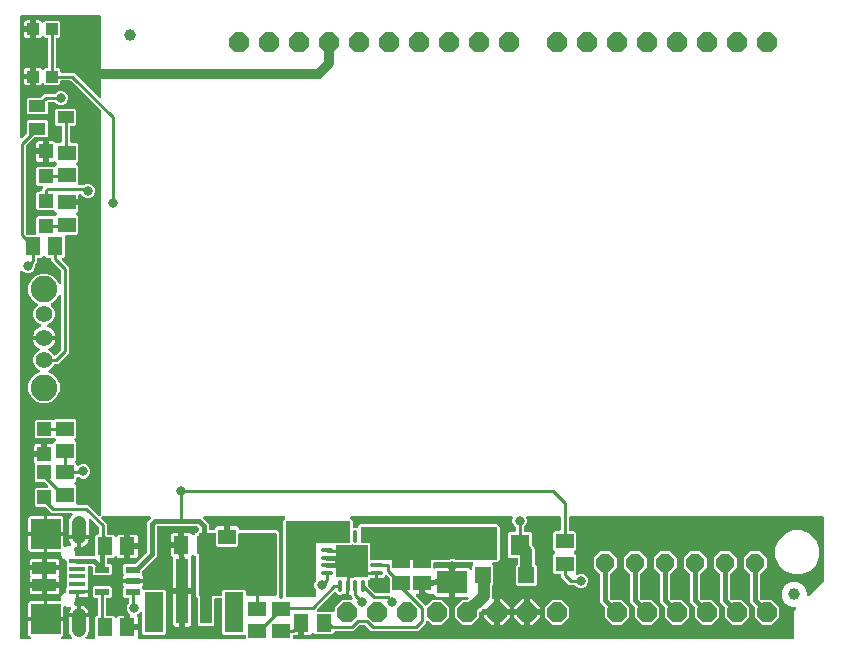
<source format=gbr>
G04 EAGLE Gerber RS-274X export*
G75*
%MOMM*%
%FSLAX34Y34*%
%LPD*%
%INTop Copper*%
%IPPOS*%
%AMOC8*
5,1,8,0,0,1.08239X$1,22.5*%
G01*
%ADD10R,1.000000X5.500000*%
%ADD11R,1.600000X3.400000*%
%ADD12C,1.000000*%
%ADD13C,1.422400*%
%ADD14C,2.250000*%
%ADD15P,1.649562X8X292.500000*%
%ADD16R,1.300000X1.500000*%
%ADD17P,1.814519X8X22.500000*%
%ADD18R,1.200000X0.550000*%
%ADD19R,1.200000X1.200000*%
%ADD20R,1.500000X1.300000*%
%ADD21R,2.500000X2.500000*%
%ADD22C,1.208000*%
%ADD23R,1.350000X0.400000*%
%ADD24R,2.000000X1.000000*%
%ADD25R,2.700000X2.700000*%
%ADD26C,0.350000*%
%ADD27C,0.908000*%
%ADD28R,2.000000X5.000000*%
%ADD29R,2.500000X1.950000*%
%ADD30R,1.400000X1.000000*%
%ADD31R,1.400000X1.400000*%
%ADD32R,1.000000X1.000000*%
%ADD33R,1.600000X1.803000*%
%ADD34C,0.254000*%
%ADD35C,0.812800*%
%ADD36C,0.800100*%
%ADD37C,0.406400*%
%ADD38C,1.016000*%

G36*
X656708Y2556D02*
X656708Y2556D01*
X656827Y2563D01*
X656865Y2576D01*
X656906Y2581D01*
X657016Y2624D01*
X657129Y2661D01*
X657164Y2683D01*
X657201Y2698D01*
X657297Y2767D01*
X657398Y2831D01*
X657426Y2861D01*
X657459Y2884D01*
X657535Y2976D01*
X657616Y3063D01*
X657636Y3098D01*
X657661Y3129D01*
X657712Y3237D01*
X657770Y3341D01*
X657780Y3381D01*
X657797Y3417D01*
X657819Y3534D01*
X657849Y3649D01*
X657853Y3709D01*
X657857Y3729D01*
X657855Y3750D01*
X657859Y3810D01*
X657859Y26452D01*
X659199Y27792D01*
X659250Y27858D01*
X659309Y27918D01*
X659347Y27983D01*
X659393Y28043D01*
X659427Y28120D01*
X659469Y28193D01*
X659490Y28265D01*
X659520Y28335D01*
X659533Y28418D01*
X659556Y28499D01*
X659558Y28574D01*
X659570Y28649D01*
X659562Y28733D01*
X659564Y28816D01*
X659547Y28890D01*
X659540Y28965D01*
X659511Y29045D01*
X659493Y29126D01*
X659458Y29194D01*
X659432Y29265D01*
X659385Y29334D01*
X659346Y29409D01*
X659296Y29465D01*
X659254Y29528D01*
X659191Y29584D01*
X659135Y29646D01*
X659072Y29688D01*
X659015Y29738D01*
X658940Y29777D01*
X658871Y29823D01*
X658799Y29849D01*
X658732Y29883D01*
X658650Y29901D01*
X658571Y29929D01*
X658430Y29951D01*
X658422Y29953D01*
X658418Y29953D01*
X658412Y29954D01*
X657971Y29992D01*
X657940Y29991D01*
X657910Y29996D01*
X657749Y29992D01*
X657540Y29974D01*
X657504Y29986D01*
X657365Y30035D01*
X657350Y30037D01*
X657343Y30040D01*
X657327Y30041D01*
X657206Y30059D01*
X656666Y30106D01*
X656520Y30101D01*
X656372Y30098D01*
X656360Y30095D01*
X656349Y30094D01*
X656312Y30083D01*
X656120Y30135D01*
X656090Y30139D01*
X656061Y30149D01*
X655902Y30173D01*
X655693Y30191D01*
X655659Y30210D01*
X655531Y30282D01*
X655516Y30287D01*
X655510Y30291D01*
X655494Y30294D01*
X655379Y30333D01*
X654855Y30474D01*
X654710Y30494D01*
X654564Y30516D01*
X654552Y30515D01*
X654540Y30517D01*
X654503Y30512D01*
X654322Y30596D01*
X654293Y30606D01*
X654267Y30621D01*
X654114Y30672D01*
X653911Y30726D01*
X653882Y30750D01*
X653768Y30844D01*
X653754Y30851D01*
X653748Y30856D01*
X653734Y30862D01*
X653627Y30921D01*
X653136Y31150D01*
X652995Y31195D01*
X652856Y31242D01*
X652844Y31243D01*
X652833Y31247D01*
X652795Y31249D01*
X652632Y31363D01*
X652605Y31377D01*
X652582Y31397D01*
X652440Y31474D01*
X652250Y31563D01*
X652225Y31591D01*
X652129Y31703D01*
X652117Y31713D01*
X652112Y31719D01*
X652098Y31727D01*
X652003Y31804D01*
X651559Y32114D01*
X651429Y32183D01*
X651300Y32254D01*
X651289Y32257D01*
X651278Y32263D01*
X651241Y32271D01*
X651100Y32412D01*
X651076Y32431D01*
X651057Y32454D01*
X650931Y32554D01*
X650759Y32675D01*
X650739Y32707D01*
X650664Y32834D01*
X650654Y32846D01*
X650650Y32852D01*
X650639Y32863D01*
X650558Y32955D01*
X650175Y33338D01*
X650057Y33429D01*
X649944Y33521D01*
X649933Y33526D01*
X649923Y33533D01*
X649889Y33548D01*
X649774Y33711D01*
X649754Y33733D01*
X649739Y33760D01*
X649694Y33810D01*
X649694Y33811D01*
X649693Y33812D01*
X649632Y33880D01*
X649484Y34029D01*
X649470Y34064D01*
X649418Y34202D01*
X649410Y34216D01*
X649407Y34223D01*
X649398Y34235D01*
X649334Y34339D01*
X649024Y34783D01*
X648924Y34893D01*
X648828Y35004D01*
X648818Y35010D01*
X648810Y35019D01*
X648778Y35040D01*
X648694Y35220D01*
X648678Y35246D01*
X648667Y35274D01*
X648583Y35412D01*
X648463Y35584D01*
X648455Y35622D01*
X648428Y35766D01*
X648423Y35781D01*
X648421Y35788D01*
X648414Y35802D01*
X648370Y35916D01*
X648141Y36407D01*
X648063Y36531D01*
X647986Y36658D01*
X647978Y36666D01*
X647971Y36676D01*
X647944Y36702D01*
X647892Y36894D01*
X647881Y36922D01*
X647875Y36952D01*
X647816Y37102D01*
X647728Y37292D01*
X647727Y37331D01*
X647725Y37478D01*
X647722Y37493D01*
X647722Y37501D01*
X647718Y37516D01*
X647694Y37635D01*
X647553Y38159D01*
X647498Y38295D01*
X647444Y38433D01*
X647438Y38442D01*
X647433Y38453D01*
X647410Y38484D01*
X647393Y38682D01*
X647387Y38712D01*
X647386Y38742D01*
X647355Y38900D01*
X647300Y39103D01*
X647306Y39140D01*
X647326Y39264D01*
X647327Y39268D01*
X647327Y39269D01*
X647330Y39286D01*
X647330Y39301D01*
X647331Y39309D01*
X647329Y39325D01*
X647326Y39446D01*
X647279Y39986D01*
X647248Y40130D01*
X647219Y40275D01*
X647214Y40285D01*
X647212Y40297D01*
X647195Y40331D01*
X647212Y40529D01*
X647212Y40535D01*
X647213Y40538D01*
X647211Y40561D01*
X647216Y40590D01*
X647212Y40751D01*
X647194Y40960D01*
X647206Y40996D01*
X647255Y41135D01*
X647257Y41150D01*
X647260Y41157D01*
X647261Y41173D01*
X647279Y41294D01*
X647326Y41834D01*
X647321Y41979D01*
X647318Y42128D01*
X647315Y42140D01*
X647314Y42151D01*
X647303Y42188D01*
X647355Y42380D01*
X647359Y42410D01*
X647369Y42439D01*
X647393Y42598D01*
X647411Y42807D01*
X647430Y42841D01*
X647502Y42969D01*
X647507Y42984D01*
X647511Y42990D01*
X647514Y43006D01*
X647553Y43121D01*
X647694Y43645D01*
X647714Y43790D01*
X647736Y43936D01*
X647735Y43948D01*
X647737Y43960D01*
X647732Y43997D01*
X647816Y44178D01*
X647826Y44207D01*
X647841Y44233D01*
X647892Y44386D01*
X647946Y44589D01*
X647970Y44618D01*
X648064Y44732D01*
X648071Y44746D01*
X648076Y44752D01*
X648082Y44766D01*
X648141Y44873D01*
X648370Y45364D01*
X648415Y45505D01*
X648462Y45644D01*
X648463Y45656D01*
X648467Y45667D01*
X648469Y45705D01*
X648583Y45868D01*
X648597Y45895D01*
X648617Y45918D01*
X648694Y46060D01*
X648783Y46250D01*
X648811Y46275D01*
X648923Y46371D01*
X648933Y46383D01*
X648939Y46388D01*
X648947Y46402D01*
X649024Y46497D01*
X649334Y46941D01*
X649403Y47070D01*
X649474Y47200D01*
X649477Y47211D01*
X649483Y47222D01*
X649491Y47259D01*
X649632Y47400D01*
X649651Y47424D01*
X649674Y47443D01*
X649774Y47569D01*
X649895Y47741D01*
X649927Y47761D01*
X650054Y47836D01*
X650066Y47846D01*
X650072Y47850D01*
X650083Y47861D01*
X650175Y47942D01*
X650558Y48325D01*
X650649Y48443D01*
X650741Y48556D01*
X650746Y48567D01*
X650753Y48577D01*
X650768Y48611D01*
X650931Y48726D01*
X650953Y48746D01*
X650980Y48761D01*
X651100Y48868D01*
X651249Y49016D01*
X651284Y49030D01*
X651422Y49082D01*
X651436Y49090D01*
X651443Y49093D01*
X651455Y49102D01*
X651559Y49166D01*
X652003Y49476D01*
X652113Y49576D01*
X652224Y49672D01*
X652230Y49682D01*
X652239Y49690D01*
X652260Y49722D01*
X652440Y49806D01*
X652466Y49822D01*
X652494Y49833D01*
X652632Y49917D01*
X652804Y50037D01*
X652842Y50045D01*
X652986Y50072D01*
X653001Y50077D01*
X653008Y50079D01*
X653022Y50086D01*
X653136Y50130D01*
X653627Y50359D01*
X653752Y50438D01*
X653878Y50514D01*
X653886Y50522D01*
X653896Y50529D01*
X653922Y50556D01*
X654114Y50608D01*
X654142Y50619D01*
X654172Y50625D01*
X654322Y50684D01*
X654512Y50772D01*
X654561Y50772D01*
X654571Y50774D01*
X654698Y50775D01*
X654713Y50778D01*
X654721Y50778D01*
X654736Y50782D01*
X654855Y50806D01*
X655379Y50947D01*
X655515Y51002D01*
X655653Y51056D01*
X655662Y51062D01*
X655673Y51067D01*
X655704Y51090D01*
X655902Y51107D01*
X655932Y51113D01*
X655962Y51114D01*
X656120Y51145D01*
X656323Y51200D01*
X656360Y51194D01*
X656506Y51170D01*
X656521Y51170D01*
X656529Y51169D01*
X656545Y51171D01*
X656666Y51174D01*
X657206Y51221D01*
X657350Y51252D01*
X657495Y51281D01*
X657505Y51286D01*
X657517Y51288D01*
X657551Y51305D01*
X657749Y51288D01*
X657780Y51289D01*
X657810Y51284D01*
X657971Y51288D01*
X658180Y51306D01*
X658216Y51294D01*
X658355Y51245D01*
X658370Y51243D01*
X658377Y51240D01*
X658393Y51239D01*
X658514Y51221D01*
X659054Y51174D01*
X659200Y51179D01*
X659348Y51182D01*
X659360Y51185D01*
X659371Y51186D01*
X659408Y51197D01*
X659600Y51145D01*
X659630Y51141D01*
X659659Y51131D01*
X659818Y51107D01*
X660027Y51089D01*
X660061Y51070D01*
X660189Y50998D01*
X660204Y50993D01*
X660210Y50989D01*
X660226Y50986D01*
X660341Y50947D01*
X660865Y50806D01*
X660952Y50794D01*
X660999Y50782D01*
X661062Y50778D01*
X661156Y50764D01*
X661168Y50765D01*
X661180Y50763D01*
X661217Y50768D01*
X661398Y50684D01*
X661427Y50674D01*
X661453Y50659D01*
X661606Y50608D01*
X661809Y50554D01*
X661838Y50530D01*
X661952Y50436D01*
X661966Y50429D01*
X661972Y50424D01*
X661986Y50418D01*
X662093Y50359D01*
X662584Y50130D01*
X662725Y50085D01*
X662864Y50038D01*
X662876Y50037D01*
X662887Y50033D01*
X662925Y50031D01*
X663088Y49917D01*
X663115Y49902D01*
X663138Y49883D01*
X663280Y49806D01*
X663470Y49717D01*
X663495Y49689D01*
X663591Y49577D01*
X663603Y49567D01*
X663608Y49561D01*
X663621Y49553D01*
X663717Y49476D01*
X664161Y49166D01*
X664291Y49097D01*
X664420Y49026D01*
X664431Y49023D01*
X664442Y49017D01*
X664479Y49009D01*
X664620Y48868D01*
X664644Y48849D01*
X664663Y48826D01*
X664789Y48726D01*
X664961Y48605D01*
X664981Y48573D01*
X665056Y48446D01*
X665066Y48434D01*
X665070Y48428D01*
X665081Y48417D01*
X665162Y48325D01*
X665545Y47942D01*
X665663Y47851D01*
X665776Y47759D01*
X665787Y47754D01*
X665797Y47747D01*
X665831Y47732D01*
X665946Y47569D01*
X665966Y47547D01*
X665981Y47520D01*
X666088Y47400D01*
X666236Y47251D01*
X666250Y47216D01*
X666302Y47078D01*
X666310Y47064D01*
X666313Y47057D01*
X666322Y47045D01*
X666386Y46941D01*
X666696Y46497D01*
X666796Y46387D01*
X666892Y46276D01*
X666902Y46270D01*
X666910Y46261D01*
X666942Y46240D01*
X667026Y46060D01*
X667042Y46034D01*
X667053Y46006D01*
X667137Y45868D01*
X667257Y45696D01*
X667265Y45658D01*
X667292Y45514D01*
X667297Y45499D01*
X667299Y45492D01*
X667306Y45478D01*
X667350Y45364D01*
X667579Y44873D01*
X667658Y44748D01*
X667734Y44622D01*
X667742Y44614D01*
X667749Y44604D01*
X667776Y44578D01*
X667828Y44386D01*
X667839Y44358D01*
X667845Y44328D01*
X667904Y44178D01*
X667992Y43988D01*
X667993Y43949D01*
X667995Y43802D01*
X667998Y43787D01*
X667998Y43779D01*
X668002Y43764D01*
X668026Y43645D01*
X668167Y43121D01*
X668222Y42985D01*
X668276Y42847D01*
X668282Y42838D01*
X668287Y42827D01*
X668310Y42796D01*
X668327Y42598D01*
X668333Y42568D01*
X668334Y42538D01*
X668365Y42380D01*
X668420Y42177D01*
X668414Y42139D01*
X668390Y41994D01*
X668390Y41979D01*
X668389Y41971D01*
X668391Y41955D01*
X668394Y41833D01*
X668441Y41294D01*
X668472Y41149D01*
X668501Y41005D01*
X668506Y40994D01*
X668508Y40983D01*
X668525Y40949D01*
X668508Y40751D01*
X668509Y40720D01*
X668504Y40690D01*
X668508Y40529D01*
X668546Y40088D01*
X668564Y40006D01*
X668572Y39923D01*
X668598Y39851D01*
X668614Y39777D01*
X668651Y39702D01*
X668680Y39623D01*
X668722Y39561D01*
X668756Y39493D01*
X668811Y39430D01*
X668858Y39360D01*
X668915Y39310D01*
X668965Y39253D01*
X669034Y39205D01*
X669097Y39150D01*
X669164Y39115D01*
X669226Y39072D01*
X669305Y39043D01*
X669380Y39005D01*
X669454Y38989D01*
X669525Y38962D01*
X669608Y38954D01*
X669690Y38935D01*
X669766Y38938D01*
X669841Y38930D01*
X669924Y38943D01*
X670008Y38945D01*
X670081Y38966D01*
X670156Y38977D01*
X670233Y39010D01*
X670314Y39034D01*
X670379Y39072D01*
X670448Y39101D01*
X670515Y39152D01*
X670588Y39195D01*
X670695Y39289D01*
X670701Y39294D01*
X670703Y39297D01*
X670708Y39301D01*
X682888Y51481D01*
X682948Y51559D01*
X683016Y51631D01*
X683045Y51684D01*
X683082Y51732D01*
X683122Y51823D01*
X683170Y51910D01*
X683185Y51968D01*
X683209Y52024D01*
X683224Y52122D01*
X683249Y52217D01*
X683255Y52317D01*
X683259Y52338D01*
X683257Y52350D01*
X683259Y52378D01*
X683259Y105410D01*
X683244Y105528D01*
X683237Y105647D01*
X683224Y105685D01*
X683219Y105726D01*
X683176Y105836D01*
X683139Y105949D01*
X683117Y105984D01*
X683102Y106021D01*
X683033Y106117D01*
X682969Y106218D01*
X682939Y106246D01*
X682916Y106279D01*
X682824Y106355D01*
X682737Y106436D01*
X682702Y106456D01*
X682671Y106481D01*
X682563Y106532D01*
X682459Y106590D01*
X682419Y106600D01*
X682383Y106617D01*
X682266Y106639D01*
X682151Y106669D01*
X682091Y106673D01*
X682071Y106677D01*
X682050Y106675D01*
X681990Y106679D01*
X468122Y106679D01*
X468004Y106664D01*
X467885Y106657D01*
X467847Y106644D01*
X467806Y106639D01*
X467696Y106596D01*
X467583Y106559D01*
X467548Y106537D01*
X467511Y106522D01*
X467415Y106453D01*
X467314Y106389D01*
X467286Y106359D01*
X467253Y106336D01*
X467177Y106244D01*
X467096Y106157D01*
X467076Y106122D01*
X467051Y106091D01*
X467000Y105983D01*
X466942Y105879D01*
X466932Y105839D01*
X466915Y105803D01*
X466893Y105686D01*
X466863Y105571D01*
X466859Y105511D01*
X466855Y105491D01*
X466857Y105470D01*
X466853Y105410D01*
X466853Y95502D01*
X466868Y95384D01*
X466875Y95265D01*
X466888Y95227D01*
X466893Y95186D01*
X466936Y95076D01*
X466973Y94963D01*
X466995Y94928D01*
X467010Y94891D01*
X467079Y94795D01*
X467143Y94694D01*
X467173Y94666D01*
X467196Y94633D01*
X467288Y94557D01*
X467375Y94476D01*
X467410Y94456D01*
X467441Y94431D01*
X467549Y94380D01*
X467653Y94322D01*
X467693Y94312D01*
X467729Y94295D01*
X467846Y94273D01*
X467961Y94243D01*
X468021Y94239D01*
X468041Y94235D01*
X468062Y94237D01*
X468122Y94233D01*
X471892Y94233D01*
X473083Y93042D01*
X473083Y78358D01*
X471822Y77098D01*
X471749Y77003D01*
X471670Y76914D01*
X471652Y76878D01*
X471627Y76846D01*
X471580Y76737D01*
X471526Y76631D01*
X471517Y76592D01*
X471501Y76554D01*
X471482Y76437D01*
X471456Y76321D01*
X471457Y76280D01*
X471451Y76240D01*
X471462Y76122D01*
X471466Y76003D01*
X471477Y75964D01*
X471481Y75924D01*
X471521Y75811D01*
X471554Y75697D01*
X471575Y75663D01*
X471588Y75624D01*
X471655Y75526D01*
X471716Y75423D01*
X471756Y75378D01*
X471767Y75361D01*
X471782Y75348D01*
X471822Y75303D01*
X473083Y74042D01*
X473083Y59347D01*
X473071Y59335D01*
X473024Y59259D01*
X472969Y59188D01*
X472941Y59123D01*
X472904Y59064D01*
X472878Y58978D01*
X472842Y58896D01*
X472831Y58827D01*
X472811Y58760D01*
X472807Y58670D01*
X472793Y58582D01*
X472799Y58512D01*
X472796Y58442D01*
X472814Y58355D01*
X472822Y58265D01*
X472846Y58199D01*
X472860Y58131D01*
X472899Y58050D01*
X472930Y57966D01*
X472969Y57908D01*
X473000Y57845D01*
X473058Y57777D01*
X473108Y57703D01*
X473161Y57656D01*
X473206Y57603D01*
X473279Y57552D01*
X473347Y57492D01*
X473409Y57460D01*
X473466Y57420D01*
X473550Y57388D01*
X473630Y57348D01*
X473698Y57332D01*
X473764Y57308D01*
X473853Y57298D01*
X473940Y57278D01*
X474010Y57280D01*
X474080Y57272D01*
X474169Y57285D01*
X474258Y57288D01*
X474325Y57307D01*
X474394Y57317D01*
X474547Y57369D01*
X476320Y58103D01*
X478720Y58103D01*
X480938Y57185D01*
X482635Y55488D01*
X483553Y53270D01*
X483553Y50870D01*
X482635Y48652D01*
X480938Y46955D01*
X478720Y46037D01*
X476320Y46037D01*
X474102Y46955D01*
X472662Y48396D01*
X472584Y48456D01*
X472512Y48524D01*
X472459Y48553D01*
X472411Y48590D01*
X472320Y48630D01*
X472233Y48678D01*
X472175Y48693D01*
X472119Y48717D01*
X472021Y48732D01*
X471925Y48757D01*
X471825Y48763D01*
X471805Y48767D01*
X471793Y48765D01*
X471765Y48767D01*
X467262Y48767D01*
X460247Y55782D01*
X460247Y56898D01*
X460232Y57016D01*
X460225Y57135D01*
X460212Y57173D01*
X460207Y57214D01*
X460164Y57324D01*
X460127Y57437D01*
X460105Y57472D01*
X460090Y57509D01*
X460021Y57605D01*
X459957Y57706D01*
X459927Y57734D01*
X459904Y57767D01*
X459812Y57843D01*
X459725Y57924D01*
X459690Y57944D01*
X459659Y57969D01*
X459551Y58020D01*
X459447Y58078D01*
X459407Y58088D01*
X459371Y58105D01*
X459254Y58127D01*
X459139Y58157D01*
X459079Y58161D01*
X459059Y58165D01*
X459038Y58163D01*
X458978Y58167D01*
X455208Y58167D01*
X454017Y59358D01*
X454017Y74042D01*
X455278Y75303D01*
X455351Y75397D01*
X455430Y75486D01*
X455448Y75522D01*
X455473Y75554D01*
X455520Y75663D01*
X455574Y75769D01*
X455583Y75808D01*
X455599Y75846D01*
X455618Y75963D01*
X455644Y76079D01*
X455643Y76120D01*
X455649Y76160D01*
X455638Y76278D01*
X455634Y76397D01*
X455623Y76436D01*
X455619Y76476D01*
X455579Y76588D01*
X455546Y76703D01*
X455525Y76738D01*
X455512Y76776D01*
X455445Y76874D01*
X455384Y76977D01*
X455344Y77022D01*
X455333Y77039D01*
X455318Y77052D01*
X455278Y77098D01*
X454017Y78358D01*
X454017Y93042D01*
X455208Y94233D01*
X458978Y94233D01*
X459096Y94248D01*
X459215Y94255D01*
X459253Y94268D01*
X459294Y94273D01*
X459404Y94316D01*
X459517Y94353D01*
X459552Y94375D01*
X459589Y94390D01*
X459685Y94459D01*
X459786Y94523D01*
X459814Y94553D01*
X459847Y94576D01*
X459922Y94668D01*
X460004Y94755D01*
X460024Y94790D01*
X460049Y94821D01*
X460100Y94929D01*
X460158Y95033D01*
X460168Y95073D01*
X460185Y95109D01*
X460207Y95226D01*
X460237Y95341D01*
X460241Y95401D01*
X460245Y95421D01*
X460243Y95442D01*
X460247Y95502D01*
X460247Y105410D01*
X460232Y105528D01*
X460225Y105647D01*
X460212Y105685D01*
X460207Y105726D01*
X460164Y105836D01*
X460127Y105949D01*
X460105Y105984D01*
X460090Y106021D01*
X460021Y106117D01*
X459957Y106218D01*
X459927Y106246D01*
X459904Y106279D01*
X459812Y106355D01*
X459725Y106436D01*
X459690Y106456D01*
X459659Y106481D01*
X459551Y106532D01*
X459447Y106590D01*
X459407Y106600D01*
X459371Y106617D01*
X459254Y106639D01*
X459139Y106669D01*
X459079Y106673D01*
X459059Y106677D01*
X459038Y106675D01*
X458978Y106679D01*
X432302Y106679D01*
X432253Y106673D01*
X432203Y106675D01*
X432096Y106653D01*
X431987Y106639D01*
X431940Y106621D01*
X431892Y106611D01*
X431793Y106563D01*
X431691Y106522D01*
X431651Y106493D01*
X431606Y106471D01*
X431522Y106400D01*
X431433Y106336D01*
X431402Y106297D01*
X431364Y106265D01*
X431301Y106175D01*
X431231Y106091D01*
X431209Y106046D01*
X431181Y106005D01*
X431142Y105902D01*
X431095Y105803D01*
X431086Y105754D01*
X431068Y105708D01*
X431056Y105598D01*
X431035Y105491D01*
X431038Y105441D01*
X431033Y105392D01*
X431048Y105283D01*
X431055Y105173D01*
X431070Y105126D01*
X431077Y105077D01*
X431129Y104924D01*
X431483Y104070D01*
X431483Y101670D01*
X430565Y99452D01*
X429374Y98262D01*
X429314Y98184D01*
X429246Y98112D01*
X429217Y98059D01*
X429180Y98011D01*
X429140Y97920D01*
X429092Y97833D01*
X429077Y97775D01*
X429053Y97719D01*
X429038Y97621D01*
X429013Y97525D01*
X429007Y97425D01*
X429003Y97405D01*
X429005Y97393D01*
X429003Y97365D01*
X429003Y94867D01*
X429018Y94749D01*
X429025Y94630D01*
X429038Y94592D01*
X429043Y94551D01*
X429086Y94441D01*
X429123Y94328D01*
X429145Y94293D01*
X429160Y94256D01*
X429229Y94160D01*
X429293Y94059D01*
X429323Y94031D01*
X429346Y93998D01*
X429438Y93922D01*
X429525Y93841D01*
X429560Y93821D01*
X429591Y93796D01*
X429699Y93745D01*
X429803Y93687D01*
X429843Y93677D01*
X429879Y93660D01*
X429996Y93638D01*
X430111Y93608D01*
X430171Y93604D01*
X430191Y93600D01*
X430212Y93602D01*
X430272Y93598D01*
X434542Y93598D01*
X435733Y92407D01*
X435733Y83102D01*
X435745Y83004D01*
X435748Y82905D01*
X435765Y82846D01*
X435773Y82786D01*
X435809Y82694D01*
X435837Y82599D01*
X435867Y82547D01*
X435890Y82491D01*
X435948Y82411D01*
X435998Y82325D01*
X436064Y82250D01*
X436076Y82233D01*
X436086Y82226D01*
X436104Y82204D01*
X437280Y81029D01*
X438363Y78415D01*
X438363Y67438D01*
X438375Y67340D01*
X438378Y67241D01*
X438395Y67182D01*
X438403Y67122D01*
X438439Y67030D01*
X438467Y66935D01*
X438497Y66883D01*
X438520Y66827D01*
X438578Y66746D01*
X438628Y66661D01*
X438694Y66586D01*
X438706Y66569D01*
X438716Y66561D01*
X438734Y66540D01*
X440283Y64992D01*
X440283Y49308D01*
X439092Y48117D01*
X423408Y48117D01*
X422217Y49308D01*
X422217Y64992D01*
X423766Y66540D01*
X423826Y66619D01*
X423894Y66691D01*
X423923Y66744D01*
X423960Y66792D01*
X424000Y66882D01*
X424048Y66969D01*
X424063Y67028D01*
X424087Y67083D01*
X424102Y67181D01*
X424127Y67277D01*
X424133Y67377D01*
X424137Y67397D01*
X424135Y67410D01*
X424137Y67438D01*
X424137Y70233D01*
X424122Y70351D01*
X424115Y70470D01*
X424102Y70508D01*
X424097Y70549D01*
X424054Y70659D01*
X424017Y70772D01*
X423995Y70807D01*
X423980Y70844D01*
X423911Y70940D01*
X423847Y71041D01*
X423817Y71069D01*
X423794Y71102D01*
X423702Y71178D01*
X423615Y71259D01*
X423580Y71279D01*
X423549Y71304D01*
X423441Y71355D01*
X423337Y71413D01*
X423297Y71423D01*
X423261Y71440D01*
X423144Y71462D01*
X423029Y71492D01*
X422969Y71496D01*
X422949Y71500D01*
X422928Y71498D01*
X422868Y71502D01*
X416858Y71502D01*
X415667Y72693D01*
X415667Y92407D01*
X416858Y93598D01*
X421128Y93598D01*
X421246Y93613D01*
X421365Y93620D01*
X421403Y93633D01*
X421444Y93638D01*
X421554Y93681D01*
X421667Y93718D01*
X421702Y93740D01*
X421739Y93755D01*
X421835Y93824D01*
X421936Y93888D01*
X421964Y93918D01*
X421997Y93941D01*
X422073Y94033D01*
X422154Y94120D01*
X422174Y94155D01*
X422199Y94186D01*
X422250Y94294D01*
X422308Y94398D01*
X422318Y94438D01*
X422335Y94474D01*
X422357Y94591D01*
X422387Y94706D01*
X422391Y94766D01*
X422395Y94786D01*
X422393Y94807D01*
X422397Y94867D01*
X422397Y96865D01*
X422385Y96963D01*
X422382Y97062D01*
X422365Y97120D01*
X422357Y97180D01*
X422321Y97272D01*
X422293Y97367D01*
X422263Y97420D01*
X422240Y97476D01*
X422182Y97556D01*
X422132Y97641D01*
X422066Y97717D01*
X422054Y97733D01*
X422044Y97741D01*
X422026Y97762D01*
X420335Y99452D01*
X419417Y101670D01*
X419417Y104070D01*
X419771Y104924D01*
X419779Y104955D01*
X419780Y104957D01*
X419781Y104963D01*
X419784Y104972D01*
X419805Y105017D01*
X419825Y105125D01*
X419855Y105231D01*
X419855Y105281D01*
X419865Y105330D01*
X419858Y105439D01*
X419860Y105549D01*
X419848Y105597D01*
X419845Y105647D01*
X419811Y105751D01*
X419785Y105858D01*
X419762Y105902D01*
X419747Y105949D01*
X419688Y106042D01*
X419637Y106139D01*
X419603Y106176D01*
X419577Y106218D01*
X419497Y106293D01*
X419423Y106375D01*
X419381Y106402D01*
X419345Y106436D01*
X419249Y106489D01*
X419157Y106549D01*
X419110Y106566D01*
X419067Y106590D01*
X418960Y106617D01*
X418856Y106653D01*
X418807Y106657D01*
X418759Y106669D01*
X418598Y106679D01*
X283326Y106679D01*
X283188Y106662D01*
X283049Y106649D01*
X283030Y106642D01*
X283010Y106639D01*
X282881Y106588D01*
X282750Y106541D01*
X282733Y106530D01*
X282715Y106522D01*
X282602Y106441D01*
X282487Y106363D01*
X282474Y106347D01*
X282457Y106336D01*
X282368Y106228D01*
X282277Y106124D01*
X282267Y106106D01*
X282254Y106091D01*
X282195Y105965D01*
X282132Y105841D01*
X282127Y105821D01*
X282119Y105803D01*
X282093Y105667D01*
X282062Y105531D01*
X282063Y105510D01*
X282059Y105491D01*
X282068Y105352D01*
X282072Y105213D01*
X282078Y105193D01*
X282079Y105173D01*
X282122Y105041D01*
X282160Y104907D01*
X282171Y104890D01*
X282177Y104871D01*
X282251Y104753D01*
X282322Y104633D01*
X282340Y104612D01*
X282347Y104602D01*
X282362Y104588D01*
X282428Y104513D01*
X283973Y102968D01*
X283973Y98132D01*
X283988Y98014D01*
X283995Y97895D01*
X284008Y97857D01*
X284013Y97816D01*
X284056Y97706D01*
X284093Y97593D01*
X284115Y97558D01*
X284130Y97521D01*
X284199Y97425D01*
X284263Y97324D01*
X284293Y97296D01*
X284316Y97263D01*
X284408Y97187D01*
X284495Y97106D01*
X284530Y97086D01*
X284561Y97061D01*
X284669Y97010D01*
X284773Y96952D01*
X284813Y96942D01*
X284849Y96925D01*
X284966Y96903D01*
X285081Y96873D01*
X285141Y96869D01*
X285161Y96865D01*
X285182Y96867D01*
X285242Y96863D01*
X287528Y96863D01*
X287646Y96878D01*
X287765Y96885D01*
X287803Y96898D01*
X287844Y96903D01*
X287954Y96946D01*
X288067Y96983D01*
X288102Y97005D01*
X288139Y97020D01*
X288235Y97089D01*
X288336Y97153D01*
X288364Y97183D01*
X288397Y97206D01*
X288473Y97298D01*
X288554Y97385D01*
X288574Y97420D01*
X288599Y97451D01*
X288650Y97559D01*
X288708Y97663D01*
X288718Y97703D01*
X288735Y97739D01*
X288755Y97846D01*
X290732Y99823D01*
X406498Y99823D01*
X408433Y97888D01*
X408433Y69752D01*
X406498Y67817D01*
X403522Y67817D01*
X403384Y67800D01*
X403245Y67787D01*
X403226Y67780D01*
X403206Y67777D01*
X403077Y67726D01*
X402946Y67679D01*
X402929Y67668D01*
X402910Y67660D01*
X402798Y67579D01*
X402683Y67501D01*
X402670Y67485D01*
X402653Y67474D01*
X402564Y67366D01*
X402472Y67262D01*
X402463Y67244D01*
X402450Y67229D01*
X402391Y67103D01*
X402328Y66979D01*
X402323Y66959D01*
X402315Y66941D01*
X402289Y66804D01*
X402258Y66669D01*
X402259Y66648D01*
X402255Y66629D01*
X402264Y66490D01*
X402268Y66351D01*
X402273Y66331D01*
X402275Y66311D01*
X402317Y66179D01*
X402356Y66045D01*
X402367Y66028D01*
X402373Y66009D01*
X402447Y65891D01*
X402518Y65771D01*
X402536Y65750D01*
X402543Y65740D01*
X402558Y65726D01*
X402624Y65651D01*
X403283Y64992D01*
X403283Y49308D01*
X402454Y48480D01*
X402394Y48401D01*
X402326Y48329D01*
X402297Y48276D01*
X402260Y48228D01*
X402220Y48138D01*
X402172Y48051D01*
X402157Y47992D01*
X402133Y47937D01*
X402118Y47839D01*
X402093Y47743D01*
X402087Y47643D01*
X402083Y47623D01*
X402085Y47610D01*
X402083Y47582D01*
X402083Y37899D01*
X402079Y37877D01*
X402050Y37771D01*
X402049Y37721D01*
X402039Y37672D01*
X402046Y37563D01*
X402044Y37453D01*
X402056Y37405D01*
X402059Y37355D01*
X402093Y37251D01*
X402119Y37144D01*
X402142Y37100D01*
X402157Y37053D01*
X402216Y36960D01*
X402267Y36863D01*
X402301Y36826D01*
X402327Y36784D01*
X402407Y36709D01*
X402481Y36627D01*
X402523Y36600D01*
X402559Y36566D01*
X402655Y36513D01*
X402747Y36453D01*
X402794Y36436D01*
X402837Y36412D01*
X402944Y36385D01*
X403048Y36349D01*
X403097Y36345D01*
X403145Y36333D01*
X403306Y36323D01*
X403901Y36323D01*
X403901Y27899D01*
X394734Y27899D01*
X394639Y27948D01*
X394619Y27952D01*
X394601Y27961D01*
X394464Y27987D01*
X394329Y28018D01*
X394308Y28017D01*
X394289Y28021D01*
X394150Y28012D01*
X394011Y28008D01*
X393991Y28002D01*
X393971Y28001D01*
X393839Y27958D01*
X393705Y27920D01*
X393688Y27909D01*
X393669Y27903D01*
X393551Y27829D01*
X393431Y27758D01*
X393410Y27739D01*
X393400Y27733D01*
X393386Y27718D01*
X393311Y27652D01*
X391786Y26128D01*
X391726Y26049D01*
X391658Y25977D01*
X391629Y25924D01*
X391592Y25876D01*
X391552Y25785D01*
X391504Y25699D01*
X391489Y25640D01*
X391465Y25584D01*
X391450Y25487D01*
X391425Y25391D01*
X391419Y25291D01*
X391415Y25270D01*
X391417Y25258D01*
X391415Y25230D01*
X391415Y21086D01*
X385314Y14985D01*
X376686Y14985D01*
X370585Y21086D01*
X370585Y29714D01*
X376686Y35815D01*
X380830Y35815D01*
X380928Y35827D01*
X381027Y35830D01*
X381085Y35847D01*
X381146Y35855D01*
X381238Y35891D01*
X381333Y35918D01*
X381385Y35949D01*
X381441Y35972D01*
X381521Y36030D01*
X381607Y36080D01*
X381682Y36146D01*
X381699Y36158D01*
X381706Y36168D01*
X381727Y36186D01*
X381874Y36332D01*
X381959Y36442D01*
X382048Y36549D01*
X382056Y36568D01*
X382068Y36584D01*
X382124Y36712D01*
X382183Y36837D01*
X382187Y36857D01*
X382195Y36876D01*
X382217Y37013D01*
X382243Y37150D01*
X382242Y37170D01*
X382245Y37190D01*
X382232Y37328D01*
X382223Y37467D01*
X382217Y37486D01*
X382215Y37506D01*
X382168Y37638D01*
X382125Y37769D01*
X382114Y37786D01*
X382107Y37806D01*
X382029Y37920D01*
X381955Y38038D01*
X381940Y38052D01*
X381929Y38069D01*
X381825Y38160D01*
X381723Y38256D01*
X381706Y38266D01*
X381690Y38279D01*
X381567Y38342D01*
X381445Y38410D01*
X381425Y38415D01*
X381407Y38424D01*
X381271Y38454D01*
X381137Y38489D01*
X381109Y38491D01*
X381097Y38494D01*
X381076Y38493D01*
X380976Y38499D01*
X370839Y38499D01*
X370839Y49520D01*
X370824Y49638D01*
X370817Y49757D01*
X370804Y49795D01*
X370799Y49835D01*
X370756Y49946D01*
X370719Y50059D01*
X370697Y50094D01*
X370682Y50131D01*
X370612Y50227D01*
X370549Y50328D01*
X370519Y50356D01*
X370495Y50388D01*
X370404Y50464D01*
X370317Y50546D01*
X370282Y50565D01*
X370250Y50591D01*
X370143Y50642D01*
X370039Y50699D01*
X369999Y50710D01*
X369963Y50727D01*
X369846Y50749D01*
X369731Y50779D01*
X369670Y50783D01*
X369650Y50787D01*
X369630Y50785D01*
X369570Y50789D01*
X368299Y50789D01*
X368299Y50791D01*
X369570Y50791D01*
X369688Y50806D01*
X369807Y50813D01*
X369845Y50826D01*
X369885Y50831D01*
X369996Y50875D01*
X370109Y50911D01*
X370144Y50933D01*
X370181Y50948D01*
X370277Y51018D01*
X370378Y51081D01*
X370406Y51111D01*
X370438Y51135D01*
X370514Y51226D01*
X370596Y51313D01*
X370615Y51348D01*
X370641Y51380D01*
X370692Y51487D01*
X370749Y51591D01*
X370760Y51631D01*
X370777Y51667D01*
X370799Y51784D01*
X370829Y51899D01*
X370833Y51960D01*
X370837Y51980D01*
X370835Y52000D01*
X370839Y52060D01*
X370839Y63081D01*
X381134Y63081D01*
X381781Y62908D01*
X382360Y62573D01*
X382833Y62100D01*
X382849Y62073D01*
X382937Y61956D01*
X383022Y61839D01*
X383033Y61830D01*
X383041Y61820D01*
X383156Y61729D01*
X383267Y61636D01*
X383280Y61630D01*
X383290Y61622D01*
X383424Y61562D01*
X383555Y61500D01*
X383568Y61498D01*
X383581Y61492D01*
X383725Y61468D01*
X383868Y61441D01*
X383881Y61442D01*
X383894Y61439D01*
X384040Y61451D01*
X384185Y61460D01*
X384198Y61465D01*
X384211Y61466D01*
X384349Y61514D01*
X384487Y61558D01*
X384499Y61566D01*
X384512Y61570D01*
X384632Y61650D01*
X384756Y61729D01*
X384765Y61739D01*
X384777Y61746D01*
X384874Y61854D01*
X384974Y61960D01*
X384981Y61972D01*
X384990Y61982D01*
X385058Y62112D01*
X385128Y62239D01*
X385131Y62252D01*
X385137Y62264D01*
X385171Y62406D01*
X385207Y62547D01*
X385208Y62565D01*
X385210Y62573D01*
X385210Y62590D01*
X385217Y62707D01*
X385217Y64992D01*
X385876Y65651D01*
X385961Y65760D01*
X386050Y65867D01*
X386058Y65886D01*
X386071Y65902D01*
X386126Y66029D01*
X386185Y66155D01*
X386189Y66175D01*
X386197Y66194D01*
X386219Y66331D01*
X386245Y66468D01*
X386244Y66488D01*
X386247Y66508D01*
X386234Y66647D01*
X386225Y66785D01*
X386219Y66804D01*
X386217Y66824D01*
X386170Y66956D01*
X386127Y67087D01*
X386116Y67105D01*
X386110Y67124D01*
X386031Y67239D01*
X385957Y67356D01*
X385942Y67370D01*
X385931Y67387D01*
X385827Y67479D01*
X385725Y67574D01*
X385708Y67584D01*
X385693Y67597D01*
X385569Y67660D01*
X385447Y67728D01*
X385427Y67733D01*
X385409Y67742D01*
X385273Y67772D01*
X385139Y67807D01*
X385111Y67809D01*
X385099Y67812D01*
X385079Y67811D01*
X384978Y67817D01*
X353702Y67817D01*
X353584Y67802D01*
X353465Y67795D01*
X353427Y67782D01*
X353386Y67777D01*
X353276Y67734D01*
X353163Y67697D01*
X353128Y67675D01*
X353091Y67660D01*
X352995Y67591D01*
X352894Y67527D01*
X352866Y67497D01*
X352833Y67474D01*
X352757Y67382D01*
X352676Y67295D01*
X352656Y67260D01*
X352631Y67229D01*
X352580Y67121D01*
X352522Y67017D01*
X352512Y66977D01*
X352495Y66941D01*
X352473Y66824D01*
X352443Y66709D01*
X352439Y66649D01*
X352435Y66629D01*
X352437Y66608D01*
X352433Y66548D01*
X352433Y63728D01*
X352449Y63597D01*
X352460Y63465D01*
X352469Y63439D01*
X352473Y63413D01*
X352521Y63289D01*
X352565Y63164D01*
X352580Y63142D01*
X352590Y63117D01*
X352667Y63010D01*
X352741Y62899D01*
X352761Y62881D01*
X352776Y62860D01*
X352878Y62775D01*
X352977Y62686D01*
X353001Y62674D01*
X353021Y62657D01*
X353141Y62600D01*
X353258Y62539D01*
X353285Y62533D01*
X353309Y62521D01*
X353439Y62496D01*
X353568Y62466D01*
X353595Y62466D01*
X353621Y62461D01*
X353753Y62470D01*
X353886Y62472D01*
X353912Y62479D01*
X353939Y62481D01*
X354065Y62522D01*
X354192Y62557D01*
X354227Y62574D01*
X354241Y62579D01*
X354260Y62591D01*
X354337Y62629D01*
X354819Y62908D01*
X355466Y63081D01*
X365761Y63081D01*
X365761Y53329D01*
X354210Y53329D01*
X354092Y53314D01*
X353973Y53307D01*
X353935Y53294D01*
X353894Y53289D01*
X353784Y53245D01*
X353671Y53209D01*
X353636Y53187D01*
X353599Y53172D01*
X353503Y53102D01*
X353402Y53039D01*
X353374Y53009D01*
X353341Y52985D01*
X353265Y52894D01*
X353184Y52807D01*
X353164Y52772D01*
X353139Y52740D01*
X353133Y52729D01*
X344170Y52729D01*
X344052Y52714D01*
X343933Y52707D01*
X343895Y52694D01*
X343855Y52689D01*
X343744Y52645D01*
X343631Y52609D01*
X343596Y52587D01*
X343559Y52572D01*
X343463Y52502D01*
X343362Y52439D01*
X343334Y52409D01*
X343302Y52385D01*
X343226Y52294D01*
X343144Y52207D01*
X343125Y52172D01*
X343099Y52140D01*
X343048Y52033D01*
X342991Y51929D01*
X342980Y51889D01*
X342963Y51853D01*
X342941Y51736D01*
X342911Y51621D01*
X342907Y51560D01*
X342903Y51540D01*
X342905Y51520D01*
X342901Y51460D01*
X342901Y50189D01*
X341630Y50189D01*
X341512Y50174D01*
X341393Y50167D01*
X341355Y50154D01*
X341315Y50149D01*
X341204Y50105D01*
X341091Y50069D01*
X341056Y50047D01*
X341019Y50032D01*
X340923Y49962D01*
X340822Y49899D01*
X340794Y49869D01*
X340761Y49845D01*
X340686Y49754D01*
X340604Y49667D01*
X340584Y49632D01*
X340559Y49600D01*
X340508Y49493D01*
X340450Y49389D01*
X340440Y49349D01*
X340423Y49313D01*
X340401Y49196D01*
X340371Y49081D01*
X340367Y49020D01*
X340363Y49000D01*
X340365Y48980D01*
X340361Y48920D01*
X340361Y41149D01*
X338696Y41149D01*
X338558Y41132D01*
X338419Y41119D01*
X338400Y41112D01*
X338380Y41109D01*
X338251Y41058D01*
X338120Y41011D01*
X338103Y41000D01*
X338085Y40992D01*
X337972Y40911D01*
X337857Y40833D01*
X337844Y40817D01*
X337827Y40806D01*
X337738Y40698D01*
X337646Y40594D01*
X337637Y40576D01*
X337624Y40561D01*
X337565Y40435D01*
X337502Y40311D01*
X337497Y40291D01*
X337489Y40273D01*
X337463Y40137D01*
X337432Y40001D01*
X337433Y39980D01*
X337429Y39961D01*
X337438Y39822D01*
X337442Y39683D01*
X337448Y39663D01*
X337449Y39643D01*
X337492Y39511D01*
X337530Y39377D01*
X337541Y39360D01*
X337547Y39341D01*
X337621Y39223D01*
X337692Y39103D01*
X337710Y39082D01*
X337717Y39072D01*
X337732Y39058D01*
X337798Y38983D01*
X345229Y31552D01*
X345323Y31479D01*
X345412Y31400D01*
X345448Y31382D01*
X345480Y31357D01*
X345589Y31310D01*
X345695Y31256D01*
X345735Y31247D01*
X345772Y31231D01*
X345889Y31212D01*
X346005Y31186D01*
X346046Y31187D01*
X346086Y31181D01*
X346204Y31192D01*
X346323Y31196D01*
X346362Y31207D01*
X346402Y31211D01*
X346515Y31251D01*
X346629Y31284D01*
X346664Y31305D01*
X346702Y31318D01*
X346800Y31386D01*
X346903Y31446D01*
X346948Y31486D01*
X346965Y31497D01*
X346978Y31512D01*
X347024Y31552D01*
X351286Y35815D01*
X359914Y35815D01*
X366015Y29714D01*
X366015Y21086D01*
X359914Y14985D01*
X351286Y14985D01*
X348369Y17902D01*
X348260Y17987D01*
X348153Y18076D01*
X348134Y18084D01*
X348118Y18097D01*
X347990Y18152D01*
X347865Y18211D01*
X347845Y18215D01*
X347826Y18223D01*
X347688Y18245D01*
X347552Y18271D01*
X347532Y18270D01*
X347512Y18273D01*
X347373Y18260D01*
X347235Y18251D01*
X347216Y18245D01*
X347196Y18243D01*
X347064Y18196D01*
X346933Y18153D01*
X346915Y18142D01*
X346896Y18136D01*
X346781Y18058D01*
X346664Y17983D01*
X346650Y17968D01*
X346633Y17957D01*
X346541Y17852D01*
X346446Y17752D01*
X346436Y17734D01*
X346423Y17719D01*
X346359Y17594D01*
X346292Y17473D01*
X346287Y17453D01*
X346278Y17435D01*
X346248Y17300D01*
X346213Y17165D01*
X346211Y17137D01*
X346208Y17125D01*
X346209Y17105D01*
X346203Y17004D01*
X346203Y16412D01*
X339188Y9397D01*
X299622Y9397D01*
X294914Y14106D01*
X294835Y14166D01*
X294763Y14234D01*
X294710Y14263D01*
X294662Y14300D01*
X294571Y14340D01*
X294485Y14388D01*
X294426Y14403D01*
X294371Y14427D01*
X294273Y14442D01*
X294177Y14467D01*
X294077Y14473D01*
X294056Y14477D01*
X294044Y14475D01*
X294016Y14477D01*
X290184Y14477D01*
X290086Y14465D01*
X289987Y14462D01*
X289928Y14445D01*
X289868Y14437D01*
X289776Y14401D01*
X289681Y14373D01*
X289629Y14343D01*
X289573Y14320D01*
X289493Y14262D01*
X289407Y14212D01*
X289332Y14146D01*
X289315Y14134D01*
X289307Y14124D01*
X289286Y14106D01*
X284578Y9397D01*
X269492Y9397D01*
X269374Y9382D01*
X269255Y9375D01*
X269217Y9362D01*
X269176Y9357D01*
X269066Y9314D01*
X268953Y9277D01*
X268918Y9255D01*
X268881Y9240D01*
X268785Y9171D01*
X268684Y9107D01*
X268656Y9077D01*
X268623Y9054D01*
X268547Y8962D01*
X268466Y8875D01*
X268446Y8840D01*
X268421Y8809D01*
X268370Y8701D01*
X268312Y8597D01*
X268302Y8557D01*
X268285Y8521D01*
X268263Y8404D01*
X268233Y8289D01*
X268229Y8229D01*
X268225Y8209D01*
X268227Y8188D01*
X268225Y8171D01*
X267032Y6977D01*
X252348Y6977D01*
X251364Y7962D01*
X251264Y8039D01*
X251169Y8121D01*
X251139Y8136D01*
X251112Y8157D01*
X250997Y8207D01*
X250884Y8263D01*
X250851Y8270D01*
X250820Y8283D01*
X250696Y8303D01*
X250573Y8329D01*
X250540Y8328D01*
X250506Y8333D01*
X250381Y8321D01*
X250256Y8316D01*
X250223Y8306D01*
X250190Y8303D01*
X250071Y8261D01*
X249951Y8224D01*
X249922Y8207D01*
X249890Y8196D01*
X249786Y8125D01*
X249679Y8060D01*
X249655Y8036D01*
X249627Y8017D01*
X249544Y7923D01*
X249456Y7833D01*
X249429Y7792D01*
X249417Y7779D01*
X249407Y7759D01*
X249367Y7699D01*
X249223Y7450D01*
X248750Y6977D01*
X248171Y6642D01*
X247524Y6469D01*
X243229Y6469D01*
X243229Y15240D01*
X243214Y15358D01*
X243207Y15477D01*
X243194Y15515D01*
X243189Y15555D01*
X243145Y15666D01*
X243109Y15779D01*
X243087Y15814D01*
X243072Y15851D01*
X243002Y15947D01*
X242939Y16048D01*
X242909Y16076D01*
X242885Y16108D01*
X242794Y16184D01*
X242707Y16266D01*
X242672Y16285D01*
X242640Y16311D01*
X242533Y16362D01*
X242429Y16419D01*
X242389Y16430D01*
X242353Y16447D01*
X242236Y16469D01*
X242121Y16499D01*
X242060Y16503D01*
X242040Y16507D01*
X242020Y16505D01*
X241960Y16509D01*
X239420Y16509D01*
X239302Y16494D01*
X239183Y16487D01*
X239145Y16474D01*
X239105Y16469D01*
X238994Y16425D01*
X238881Y16389D01*
X238846Y16367D01*
X238809Y16352D01*
X238713Y16282D01*
X238612Y16219D01*
X238584Y16189D01*
X238551Y16165D01*
X238476Y16074D01*
X238394Y15987D01*
X238374Y15952D01*
X238349Y15920D01*
X238298Y15813D01*
X238240Y15709D01*
X238230Y15669D01*
X238213Y15633D01*
X238191Y15516D01*
X238161Y15401D01*
X238157Y15340D01*
X238153Y15320D01*
X238154Y15315D01*
X238153Y15314D01*
X238154Y15297D01*
X238151Y15240D01*
X238151Y6469D01*
X234830Y6469D01*
X234712Y6454D01*
X234593Y6447D01*
X234555Y6434D01*
X234514Y6429D01*
X234404Y6386D01*
X234291Y6349D01*
X234256Y6327D01*
X234219Y6312D01*
X234123Y6243D01*
X234022Y6179D01*
X233994Y6149D01*
X233961Y6126D01*
X233885Y6034D01*
X233804Y5947D01*
X233784Y5912D01*
X233759Y5881D01*
X233708Y5773D01*
X233650Y5669D01*
X233640Y5629D01*
X233623Y5593D01*
X233601Y5476D01*
X233571Y5361D01*
X233567Y5301D01*
X233563Y5281D01*
X233565Y5260D01*
X233561Y5200D01*
X233561Y3810D01*
X233576Y3692D01*
X233583Y3573D01*
X233596Y3535D01*
X233601Y3494D01*
X233644Y3384D01*
X233681Y3271D01*
X233703Y3236D01*
X233718Y3199D01*
X233787Y3103D01*
X233851Y3002D01*
X233881Y2974D01*
X233904Y2941D01*
X233996Y2865D01*
X234083Y2784D01*
X234118Y2764D01*
X234149Y2739D01*
X234257Y2688D01*
X234361Y2630D01*
X234401Y2620D01*
X234437Y2603D01*
X234554Y2581D01*
X234669Y2551D01*
X234729Y2547D01*
X234749Y2543D01*
X234770Y2545D01*
X234830Y2541D01*
X656590Y2541D01*
X656708Y2556D01*
G37*
G36*
X10434Y2560D02*
X10434Y2560D01*
X10586Y2577D01*
X10592Y2580D01*
X10599Y2581D01*
X10740Y2637D01*
X10883Y2691D01*
X10888Y2695D01*
X10894Y2698D01*
X11018Y2788D01*
X11142Y2876D01*
X11146Y2881D01*
X11152Y2884D01*
X11249Y3002D01*
X11347Y3119D01*
X11350Y3124D01*
X11354Y3129D01*
X11419Y3266D01*
X11486Y3405D01*
X11487Y3411D01*
X11490Y3417D01*
X11518Y3565D01*
X11549Y3717D01*
X11548Y3723D01*
X11550Y3729D01*
X11540Y3881D01*
X11532Y4034D01*
X11530Y4040D01*
X11530Y4047D01*
X11483Y4191D01*
X11437Y4338D01*
X11434Y4343D01*
X11432Y4349D01*
X11350Y4479D01*
X11270Y4608D01*
X11265Y4613D01*
X11262Y4618D01*
X11150Y4723D01*
X11041Y4828D01*
X11035Y4832D01*
X11030Y4836D01*
X10897Y4909D01*
X10764Y4985D01*
X10755Y4988D01*
X10752Y4990D01*
X10742Y4992D01*
X10724Y4998D01*
X10120Y5347D01*
X9647Y5820D01*
X9312Y6399D01*
X9139Y7046D01*
X9139Y18381D01*
X14833Y18381D01*
X14895Y18388D01*
X14956Y18387D01*
X15052Y18408D01*
X15149Y18421D01*
X15206Y18443D01*
X15267Y18457D01*
X15354Y18502D01*
X15445Y18538D01*
X15495Y18574D01*
X15549Y18602D01*
X15623Y18667D01*
X15702Y18724D01*
X15741Y18772D01*
X15788Y18813D01*
X15842Y18894D01*
X15905Y18969D01*
X15931Y19025D01*
X15966Y19076D01*
X15999Y19169D01*
X16040Y19257D01*
X16052Y19318D01*
X16073Y19376D01*
X16097Y19535D01*
X16118Y19765D01*
X16117Y19800D01*
X16123Y19834D01*
X16118Y19995D01*
X16097Y20225D01*
X16084Y20285D01*
X16080Y20347D01*
X16050Y20440D01*
X16029Y20536D01*
X16001Y20591D01*
X15982Y20649D01*
X15930Y20732D01*
X15886Y20819D01*
X15845Y20866D01*
X15812Y20918D01*
X15741Y20985D01*
X15677Y21059D01*
X15626Y21094D01*
X15581Y21136D01*
X15495Y21183D01*
X15414Y21239D01*
X15356Y21260D01*
X15302Y21290D01*
X15207Y21314D01*
X15115Y21348D01*
X15054Y21354D01*
X14994Y21369D01*
X14833Y21379D01*
X9139Y21379D01*
X9139Y32714D01*
X9312Y33361D01*
X9647Y33940D01*
X10120Y34413D01*
X10699Y34748D01*
X11346Y34921D01*
X22681Y34921D01*
X22681Y26690D01*
X22696Y26572D01*
X22703Y26453D01*
X22715Y26415D01*
X22721Y26374D01*
X22764Y26264D01*
X22801Y26151D01*
X22823Y26116D01*
X22838Y26079D01*
X22907Y25983D01*
X22971Y25882D01*
X23001Y25854D01*
X23024Y25821D01*
X23116Y25745D01*
X23203Y25664D01*
X23238Y25644D01*
X23269Y25619D01*
X23377Y25568D01*
X23481Y25510D01*
X23521Y25500D01*
X23557Y25483D01*
X23674Y25461D01*
X23789Y25431D01*
X23849Y25427D01*
X23869Y25423D01*
X23890Y25425D01*
X23950Y25421D01*
X24410Y25421D01*
X24528Y25436D01*
X24647Y25443D01*
X24685Y25456D01*
X24726Y25461D01*
X24836Y25504D01*
X24949Y25541D01*
X24984Y25563D01*
X25021Y25578D01*
X25117Y25647D01*
X25218Y25711D01*
X25246Y25741D01*
X25279Y25764D01*
X25355Y25856D01*
X25436Y25943D01*
X25456Y25978D01*
X25481Y26009D01*
X25532Y26117D01*
X25590Y26221D01*
X25600Y26261D01*
X25617Y26297D01*
X25639Y26414D01*
X25669Y26529D01*
X25673Y26589D01*
X25677Y26609D01*
X25675Y26630D01*
X25679Y26690D01*
X25679Y34921D01*
X35870Y34921D01*
X35988Y34936D01*
X36107Y34943D01*
X36145Y34956D01*
X36186Y34961D01*
X36296Y35004D01*
X36409Y35041D01*
X36444Y35063D01*
X36481Y35078D01*
X36577Y35147D01*
X36678Y35211D01*
X36706Y35241D01*
X36739Y35264D01*
X36815Y35356D01*
X36896Y35443D01*
X36916Y35478D01*
X36941Y35509D01*
X36992Y35617D01*
X37050Y35721D01*
X37060Y35761D01*
X37077Y35797D01*
X37099Y35914D01*
X37129Y36029D01*
X37133Y36089D01*
X37137Y36109D01*
X37135Y36130D01*
X37139Y36190D01*
X37139Y37582D01*
X38059Y39802D01*
X39758Y41501D01*
X40856Y41956D01*
X40881Y41970D01*
X40909Y41979D01*
X41019Y42049D01*
X41132Y42113D01*
X41153Y42134D01*
X41178Y42150D01*
X41267Y42244D01*
X41360Y42334D01*
X41376Y42360D01*
X41396Y42381D01*
X41459Y42495D01*
X41527Y42606D01*
X41535Y42634D01*
X41550Y42660D01*
X41576Y42762D01*
X41577Y42764D01*
X41578Y42771D01*
X41582Y42785D01*
X41620Y42910D01*
X41622Y42939D01*
X41629Y42968D01*
X41636Y43070D01*
X41637Y43076D01*
X41636Y43082D01*
X41639Y43128D01*
X41639Y45214D01*
X41812Y45861D01*
X41977Y46146D01*
X42013Y46231D01*
X42058Y46312D01*
X42074Y46377D01*
X42100Y46439D01*
X42114Y46531D01*
X42137Y46620D01*
X42144Y46737D01*
X42147Y46754D01*
X42146Y46762D01*
X42147Y46781D01*
X42147Y68421D01*
X42144Y68451D01*
X42146Y68480D01*
X42124Y68608D01*
X42107Y68737D01*
X42097Y68764D01*
X42092Y68793D01*
X42038Y68912D01*
X41990Y69032D01*
X41973Y69056D01*
X41961Y69083D01*
X41880Y69185D01*
X41804Y69290D01*
X41781Y69309D01*
X41762Y69332D01*
X41659Y69410D01*
X41559Y69493D01*
X41532Y69505D01*
X41508Y69523D01*
X41364Y69594D01*
X39758Y70259D01*
X38059Y71958D01*
X37139Y74178D01*
X37139Y75570D01*
X37124Y75688D01*
X37117Y75807D01*
X37104Y75845D01*
X37099Y75886D01*
X37056Y75996D01*
X37019Y76109D01*
X36997Y76144D01*
X36982Y76181D01*
X36913Y76277D01*
X36849Y76378D01*
X36819Y76406D01*
X36796Y76439D01*
X36704Y76515D01*
X36617Y76596D01*
X36582Y76616D01*
X36551Y76641D01*
X36443Y76692D01*
X36339Y76750D01*
X36299Y76760D01*
X36263Y76777D01*
X36146Y76799D01*
X36031Y76829D01*
X35971Y76833D01*
X35951Y76837D01*
X35930Y76835D01*
X35870Y76839D01*
X25679Y76839D01*
X25679Y85070D01*
X25664Y85188D01*
X25657Y85307D01*
X25644Y85345D01*
X25639Y85386D01*
X25596Y85496D01*
X25559Y85609D01*
X25537Y85644D01*
X25522Y85681D01*
X25453Y85777D01*
X25389Y85878D01*
X25359Y85906D01*
X25336Y85939D01*
X25244Y86015D01*
X25157Y86096D01*
X25122Y86116D01*
X25091Y86141D01*
X24983Y86192D01*
X24879Y86250D01*
X24839Y86260D01*
X24803Y86277D01*
X24686Y86299D01*
X24571Y86329D01*
X24511Y86333D01*
X24491Y86337D01*
X24470Y86335D01*
X24410Y86339D01*
X23950Y86339D01*
X23832Y86324D01*
X23713Y86317D01*
X23675Y86304D01*
X23634Y86299D01*
X23524Y86256D01*
X23411Y86219D01*
X23376Y86197D01*
X23339Y86182D01*
X23242Y86113D01*
X23142Y86049D01*
X23114Y86019D01*
X23081Y85996D01*
X23005Y85904D01*
X22924Y85817D01*
X22904Y85782D01*
X22879Y85751D01*
X22828Y85643D01*
X22770Y85539D01*
X22760Y85499D01*
X22743Y85463D01*
X22721Y85346D01*
X22691Y85231D01*
X22687Y85171D01*
X22683Y85151D01*
X22685Y85130D01*
X22684Y85129D01*
X22683Y85122D01*
X22684Y85116D01*
X22681Y85070D01*
X22681Y76839D01*
X11346Y76839D01*
X10699Y77012D01*
X10120Y77347D01*
X9647Y77820D01*
X9312Y78399D01*
X9139Y79046D01*
X9139Y90381D01*
X14833Y90381D01*
X14895Y90388D01*
X14956Y90387D01*
X15052Y90408D01*
X15149Y90421D01*
X15206Y90443D01*
X15266Y90457D01*
X15354Y90502D01*
X15445Y90538D01*
X15495Y90574D01*
X15549Y90602D01*
X15623Y90667D01*
X15702Y90724D01*
X15741Y90772D01*
X15787Y90813D01*
X15842Y90894D01*
X15905Y90969D01*
X15931Y91025D01*
X15966Y91076D01*
X15999Y91169D01*
X16040Y91257D01*
X16052Y91318D01*
X16073Y91376D01*
X16097Y91535D01*
X16118Y91765D01*
X16117Y91800D01*
X16123Y91834D01*
X16118Y91995D01*
X16097Y92225D01*
X16084Y92285D01*
X16080Y92347D01*
X16050Y92440D01*
X16029Y92536D01*
X16001Y92591D01*
X15982Y92649D01*
X15930Y92732D01*
X15886Y92820D01*
X15845Y92866D01*
X15812Y92918D01*
X15741Y92985D01*
X15676Y93059D01*
X15626Y93094D01*
X15581Y93136D01*
X15495Y93183D01*
X15414Y93239D01*
X15356Y93260D01*
X15302Y93290D01*
X15207Y93314D01*
X15115Y93348D01*
X15054Y93354D01*
X14994Y93369D01*
X14833Y93379D01*
X9139Y93379D01*
X9139Y104714D01*
X9312Y105361D01*
X9647Y105940D01*
X10120Y106413D01*
X10699Y106748D01*
X11346Y106921D01*
X22681Y106921D01*
X22681Y98690D01*
X22696Y98572D01*
X22703Y98453D01*
X22715Y98415D01*
X22721Y98374D01*
X22764Y98264D01*
X22801Y98151D01*
X22823Y98116D01*
X22838Y98079D01*
X22907Y97983D01*
X22971Y97882D01*
X23001Y97854D01*
X23024Y97821D01*
X23116Y97745D01*
X23203Y97664D01*
X23238Y97644D01*
X23269Y97619D01*
X23377Y97568D01*
X23481Y97510D01*
X23521Y97500D01*
X23557Y97483D01*
X23674Y97461D01*
X23789Y97431D01*
X23849Y97427D01*
X23869Y97423D01*
X23890Y97425D01*
X23950Y97421D01*
X24410Y97421D01*
X24528Y97436D01*
X24647Y97443D01*
X24685Y97456D01*
X24726Y97461D01*
X24836Y97504D01*
X24949Y97541D01*
X24984Y97563D01*
X25021Y97578D01*
X25117Y97647D01*
X25218Y97711D01*
X25246Y97741D01*
X25279Y97764D01*
X25355Y97856D01*
X25436Y97943D01*
X25456Y97978D01*
X25481Y98009D01*
X25532Y98117D01*
X25590Y98221D01*
X25600Y98261D01*
X25617Y98297D01*
X25639Y98414D01*
X25669Y98529D01*
X25673Y98589D01*
X25677Y98609D01*
X25675Y98630D01*
X25679Y98690D01*
X25679Y106921D01*
X37014Y106921D01*
X37661Y106748D01*
X38240Y106413D01*
X38713Y105940D01*
X39048Y105361D01*
X39221Y104714D01*
X39221Y93379D01*
X33527Y93379D01*
X33465Y93372D01*
X33404Y93373D01*
X33308Y93352D01*
X33211Y93339D01*
X33154Y93317D01*
X33093Y93303D01*
X33006Y93258D01*
X32915Y93222D01*
X32865Y93186D01*
X32810Y93158D01*
X32737Y93093D01*
X32658Y93036D01*
X32619Y92988D01*
X32572Y92947D01*
X32518Y92866D01*
X32455Y92791D01*
X32429Y92735D01*
X32394Y92683D01*
X32361Y92591D01*
X32320Y92503D01*
X32308Y92442D01*
X32287Y92384D01*
X32263Y92225D01*
X32242Y91995D01*
X32243Y91960D01*
X32237Y91926D01*
X32242Y91765D01*
X32263Y91535D01*
X32276Y91475D01*
X32280Y91413D01*
X32310Y91320D01*
X32331Y91224D01*
X32359Y91169D01*
X32378Y91111D01*
X32430Y91028D01*
X32474Y90940D01*
X32515Y90894D01*
X32548Y90842D01*
X32619Y90775D01*
X32684Y90701D01*
X32735Y90666D01*
X32779Y90624D01*
X32865Y90577D01*
X32946Y90521D01*
X33004Y90500D01*
X33058Y90470D01*
X33153Y90446D01*
X33245Y90412D01*
X33306Y90406D01*
X33366Y90391D01*
X33527Y90381D01*
X39221Y90381D01*
X39221Y82178D01*
X39227Y82129D01*
X39225Y82079D01*
X39247Y81972D01*
X39261Y81862D01*
X39279Y81816D01*
X39289Y81768D01*
X39337Y81669D01*
X39378Y81567D01*
X39407Y81527D01*
X39429Y81482D01*
X39500Y81398D01*
X39564Y81309D01*
X39603Y81278D01*
X39635Y81240D01*
X39725Y81177D01*
X39809Y81107D01*
X39854Y81085D01*
X39895Y81057D01*
X39998Y81018D01*
X40097Y80971D01*
X40146Y80962D01*
X40192Y80944D01*
X40302Y80932D01*
X40409Y80911D01*
X40459Y80914D01*
X40508Y80909D01*
X40617Y80924D01*
X40727Y80931D01*
X40774Y80946D01*
X40823Y80953D01*
X40976Y81005D01*
X41978Y81421D01*
X44470Y81421D01*
X44484Y81423D01*
X44499Y81421D01*
X44642Y81442D01*
X44785Y81461D01*
X44799Y81466D01*
X44813Y81468D01*
X44947Y81525D01*
X45081Y81578D01*
X45093Y81586D01*
X45106Y81592D01*
X45221Y81680D01*
X45338Y81764D01*
X45348Y81776D01*
X45359Y81785D01*
X45448Y81898D01*
X45541Y82009D01*
X45547Y82023D01*
X45556Y82034D01*
X45615Y82167D01*
X45676Y82297D01*
X45679Y82312D01*
X45685Y82325D01*
X45709Y82468D01*
X45736Y82609D01*
X45735Y82624D01*
X45738Y82639D01*
X45725Y82783D01*
X45717Y82927D01*
X45712Y82941D01*
X45711Y82956D01*
X45663Y83093D01*
X45618Y83229D01*
X45611Y83242D01*
X45606Y83256D01*
X45525Y83395D01*
X44576Y84816D01*
X43929Y86377D01*
X43779Y87131D01*
X50431Y87131D01*
X50431Y80479D01*
X49682Y80628D01*
X49667Y80629D01*
X49653Y80634D01*
X49509Y80640D01*
X49364Y80651D01*
X49350Y80648D01*
X49335Y80649D01*
X49194Y80620D01*
X49052Y80594D01*
X49038Y80587D01*
X49024Y80584D01*
X48894Y80521D01*
X48763Y80460D01*
X48751Y80451D01*
X48738Y80445D01*
X48628Y80351D01*
X48516Y80260D01*
X48507Y80248D01*
X48496Y80238D01*
X48413Y80120D01*
X48327Y80004D01*
X48321Y79990D01*
X48313Y79978D01*
X48262Y79844D01*
X48207Y79709D01*
X48205Y79695D01*
X48200Y79681D01*
X48184Y79537D01*
X48165Y79394D01*
X48167Y79380D01*
X48165Y79365D01*
X48185Y79221D01*
X48202Y79078D01*
X48207Y79065D01*
X48209Y79050D01*
X48261Y78898D01*
X49221Y76582D01*
X49221Y74214D01*
X49236Y74096D01*
X49243Y73977D01*
X49256Y73939D01*
X49261Y73898D01*
X49304Y73788D01*
X49341Y73675D01*
X49363Y73640D01*
X49378Y73603D01*
X49447Y73507D01*
X49511Y73406D01*
X49541Y73378D01*
X49564Y73345D01*
X49656Y73269D01*
X49743Y73188D01*
X49778Y73168D01*
X49809Y73143D01*
X49917Y73092D01*
X50021Y73034D01*
X50061Y73024D01*
X50097Y73007D01*
X50214Y72985D01*
X50329Y72955D01*
X50389Y72951D01*
X50409Y72947D01*
X50430Y72949D01*
X50490Y72945D01*
X64518Y72945D01*
X64636Y72960D01*
X64755Y72967D01*
X64793Y72980D01*
X64834Y72985D01*
X64944Y73028D01*
X65057Y73065D01*
X65092Y73087D01*
X65129Y73102D01*
X65225Y73171D01*
X65326Y73235D01*
X65354Y73265D01*
X65387Y73288D01*
X65463Y73380D01*
X65544Y73467D01*
X65564Y73502D01*
X65589Y73533D01*
X65640Y73641D01*
X65698Y73745D01*
X65708Y73785D01*
X65725Y73821D01*
X65747Y73938D01*
X65777Y74053D01*
X65781Y74113D01*
X65785Y74133D01*
X65783Y74154D01*
X65787Y74214D01*
X65787Y89622D01*
X66978Y90813D01*
X67818Y90813D01*
X67936Y90828D01*
X68055Y90835D01*
X68093Y90848D01*
X68134Y90853D01*
X68244Y90896D01*
X68357Y90933D01*
X68392Y90955D01*
X68429Y90970D01*
X68525Y91039D01*
X68626Y91103D01*
X68654Y91133D01*
X68687Y91156D01*
X68763Y91248D01*
X68844Y91335D01*
X68864Y91370D01*
X68889Y91401D01*
X68940Y91509D01*
X68998Y91613D01*
X69008Y91653D01*
X69025Y91689D01*
X69047Y91806D01*
X69077Y91921D01*
X69081Y91981D01*
X69085Y92001D01*
X69083Y92022D01*
X69087Y92082D01*
X69087Y97166D01*
X69075Y97264D01*
X69072Y97363D01*
X69055Y97422D01*
X69047Y97482D01*
X69011Y97574D01*
X68983Y97669D01*
X68953Y97721D01*
X68930Y97777D01*
X68872Y97857D01*
X68822Y97943D01*
X68756Y98018D01*
X68744Y98035D01*
X68734Y98043D01*
X68716Y98064D01*
X62673Y104106D01*
X62591Y104170D01*
X62514Y104241D01*
X62466Y104267D01*
X62422Y104301D01*
X62326Y104343D01*
X62234Y104392D01*
X62181Y104405D01*
X62130Y104427D01*
X62027Y104444D01*
X61926Y104469D01*
X61870Y104469D01*
X61816Y104477D01*
X61712Y104467D01*
X61607Y104467D01*
X61554Y104453D01*
X61499Y104447D01*
X61401Y104412D01*
X61300Y104385D01*
X61252Y104358D01*
X61200Y104340D01*
X61114Y104281D01*
X61022Y104230D01*
X60982Y104192D01*
X60937Y104161D01*
X60868Y104083D01*
X60792Y104011D01*
X60763Y103964D01*
X60726Y103923D01*
X60679Y103830D01*
X60624Y103741D01*
X60607Y103689D01*
X60582Y103640D01*
X60559Y103538D01*
X60527Y103438D01*
X60524Y103383D01*
X60512Y103329D01*
X60515Y103225D01*
X60509Y103121D01*
X60521Y103033D01*
X60522Y103011D01*
X60526Y102997D01*
X60531Y102961D01*
X60761Y101805D01*
X60761Y90629D01*
X52660Y90629D01*
X52542Y90614D01*
X52423Y90607D01*
X52385Y90594D01*
X52345Y90589D01*
X52234Y90546D01*
X52186Y90530D01*
X52168Y90540D01*
X52129Y90550D01*
X52093Y90567D01*
X51976Y90589D01*
X51860Y90619D01*
X51800Y90623D01*
X51780Y90627D01*
X51760Y90625D01*
X51700Y90629D01*
X43599Y90629D01*
X43599Y101805D01*
X43929Y103463D01*
X44576Y105024D01*
X45515Y106430D01*
X46646Y107561D01*
X46730Y107670D01*
X46819Y107777D01*
X46828Y107796D01*
X46840Y107812D01*
X46896Y107939D01*
X46955Y108065D01*
X46959Y108085D01*
X46967Y108104D01*
X46989Y108242D01*
X47015Y108378D01*
X47013Y108398D01*
X47017Y108418D01*
X47004Y108557D01*
X46995Y108695D01*
X46989Y108714D01*
X46987Y108734D01*
X46940Y108866D01*
X46897Y108997D01*
X46886Y109015D01*
X46879Y109034D01*
X46801Y109149D01*
X46727Y109266D01*
X46712Y109280D01*
X46701Y109297D01*
X46597Y109389D01*
X46495Y109484D01*
X46477Y109494D01*
X46462Y109507D01*
X46339Y109570D01*
X46217Y109638D01*
X46197Y109643D01*
X46179Y109652D01*
X46043Y109682D01*
X45909Y109717D01*
X45881Y109719D01*
X45869Y109722D01*
X45848Y109721D01*
X45748Y109727D01*
X28772Y109727D01*
X24054Y114446D01*
X23975Y114506D01*
X23903Y114574D01*
X23850Y114603D01*
X23802Y114640D01*
X23711Y114680D01*
X23625Y114728D01*
X23566Y114743D01*
X23511Y114767D01*
X23413Y114782D01*
X23317Y114807D01*
X23217Y114813D01*
X23196Y114817D01*
X23184Y114815D01*
X23156Y114817D01*
X16018Y114817D01*
X14827Y116008D01*
X14827Y129692D01*
X16018Y130883D01*
X25212Y130883D01*
X25350Y130900D01*
X25489Y130913D01*
X25508Y130920D01*
X25528Y130923D01*
X25657Y130974D01*
X25788Y131021D01*
X25805Y131032D01*
X25823Y131040D01*
X25936Y131121D01*
X26051Y131199D01*
X26064Y131215D01*
X26081Y131226D01*
X26170Y131334D01*
X26262Y131438D01*
X26271Y131456D01*
X26284Y131471D01*
X26343Y131597D01*
X26406Y131721D01*
X26411Y131741D01*
X26419Y131759D01*
X26445Y131895D01*
X26476Y132031D01*
X26475Y132052D01*
X26479Y132071D01*
X26470Y132210D01*
X26466Y132349D01*
X26460Y132369D01*
X26459Y132389D01*
X26416Y132521D01*
X26378Y132655D01*
X26367Y132672D01*
X26361Y132691D01*
X26287Y132809D01*
X26216Y132929D01*
X26198Y132950D01*
X26191Y132960D01*
X26176Y132974D01*
X26110Y133049D01*
X23714Y135446D01*
X23635Y135506D01*
X23563Y135574D01*
X23510Y135603D01*
X23462Y135640D01*
X23371Y135680D01*
X23285Y135728D01*
X23226Y135743D01*
X23171Y135767D01*
X23073Y135782D01*
X22977Y135807D01*
X22877Y135813D01*
X22856Y135817D01*
X22844Y135815D01*
X22816Y135817D01*
X16018Y135817D01*
X14827Y137008D01*
X14827Y150740D01*
X14856Y150777D01*
X14901Y150880D01*
X14953Y150980D01*
X14964Y151026D01*
X14982Y151069D01*
X15000Y151180D01*
X15026Y151289D01*
X15025Y151336D01*
X15032Y151383D01*
X15022Y151495D01*
X15019Y151607D01*
X15007Y151653D01*
X15002Y151700D01*
X14964Y151806D01*
X14934Y151914D01*
X14902Y151978D01*
X14895Y151999D01*
X14884Y152014D01*
X14863Y152058D01*
X14492Y152699D01*
X14319Y153346D01*
X14319Y157141D01*
X21590Y157141D01*
X21708Y157156D01*
X21827Y157163D01*
X21865Y157176D01*
X21905Y157181D01*
X22016Y157224D01*
X22129Y157261D01*
X22164Y157283D01*
X22201Y157298D01*
X22297Y157368D01*
X22398Y157431D01*
X22426Y157461D01*
X22458Y157485D01*
X22534Y157576D01*
X22616Y157663D01*
X22635Y157698D01*
X22661Y157729D01*
X22712Y157837D01*
X22769Y157941D01*
X22780Y157981D01*
X22797Y158017D01*
X22819Y158134D01*
X22849Y158249D01*
X22853Y158310D01*
X22857Y158330D01*
X22855Y158350D01*
X22859Y158410D01*
X22859Y159681D01*
X24130Y159681D01*
X24248Y159696D01*
X24367Y159703D01*
X24405Y159716D01*
X24445Y159721D01*
X24556Y159765D01*
X24669Y159801D01*
X24704Y159823D01*
X24741Y159838D01*
X24837Y159908D01*
X24938Y159971D01*
X24966Y160001D01*
X24998Y160025D01*
X25074Y160116D01*
X25156Y160203D01*
X25175Y160238D01*
X25201Y160270D01*
X25252Y160377D01*
X25309Y160481D01*
X25320Y160521D01*
X25337Y160557D01*
X25359Y160674D01*
X25389Y160789D01*
X25393Y160850D01*
X25397Y160870D01*
X25395Y160890D01*
X25399Y160950D01*
X25399Y168221D01*
X29195Y168221D01*
X29509Y168136D01*
X29634Y168119D01*
X29758Y168096D01*
X29791Y168098D01*
X29825Y168093D01*
X29950Y168108D01*
X30075Y168115D01*
X30107Y168126D01*
X30140Y168130D01*
X30258Y168175D01*
X30377Y168213D01*
X30406Y168231D01*
X30437Y168243D01*
X30540Y168316D01*
X30646Y168384D01*
X30669Y168408D01*
X30697Y168428D01*
X30778Y168523D01*
X30864Y168615D01*
X30880Y168645D01*
X30902Y168670D01*
X30957Y168783D01*
X31018Y168894D01*
X31026Y168926D01*
X31041Y168957D01*
X31066Y169080D01*
X31097Y169202D01*
X31100Y169250D01*
X31104Y169268D01*
X31103Y169288D01*
X32368Y170553D01*
X32441Y170647D01*
X32520Y170736D01*
X32538Y170772D01*
X32563Y170804D01*
X32610Y170913D01*
X32664Y171019D01*
X32673Y171059D01*
X32689Y171096D01*
X32708Y171213D01*
X32734Y171329D01*
X32733Y171370D01*
X32739Y171410D01*
X32728Y171529D01*
X32724Y171647D01*
X32713Y171686D01*
X32709Y171726D01*
X32669Y171839D01*
X32636Y171953D01*
X32615Y171988D01*
X32602Y172026D01*
X32535Y172124D01*
X32474Y172227D01*
X32434Y172272D01*
X32423Y172289D01*
X32408Y172302D01*
X32368Y172348D01*
X31782Y172933D01*
X31688Y173006D01*
X31599Y173085D01*
X31563Y173103D01*
X31531Y173128D01*
X31422Y173175D01*
X31316Y173229D01*
X31276Y173238D01*
X31239Y173254D01*
X31122Y173273D01*
X31006Y173299D01*
X30965Y173298D01*
X30925Y173304D01*
X30807Y173293D01*
X30688Y173289D01*
X30649Y173278D01*
X30609Y173274D01*
X30497Y173234D01*
X30382Y173201D01*
X30347Y173180D01*
X30309Y173166D01*
X30211Y173100D01*
X30108Y173039D01*
X30063Y172999D01*
X30046Y172988D01*
X30033Y172973D01*
X29987Y172933D01*
X29702Y172647D01*
X16018Y172647D01*
X14827Y173838D01*
X14827Y187522D01*
X16018Y188713D01*
X29702Y188713D01*
X29717Y188697D01*
X29812Y188624D01*
X29901Y188545D01*
X29937Y188527D01*
X29969Y188502D01*
X30078Y188455D01*
X30184Y188401D01*
X30224Y188392D01*
X30261Y188376D01*
X30378Y188357D01*
X30494Y188331D01*
X30535Y188332D01*
X30575Y188326D01*
X30693Y188337D01*
X30812Y188341D01*
X30851Y188352D01*
X30891Y188356D01*
X31004Y188396D01*
X31118Y188429D01*
X31152Y188450D01*
X31191Y188463D01*
X31289Y188530D01*
X31392Y188591D01*
X31437Y188631D01*
X31454Y188642D01*
X31467Y188657D01*
X31512Y188697D01*
X32298Y189483D01*
X48982Y189483D01*
X50173Y188292D01*
X50173Y173608D01*
X48912Y172348D01*
X48839Y172253D01*
X48760Y172164D01*
X48742Y172128D01*
X48717Y172096D01*
X48670Y171987D01*
X48616Y171881D01*
X48607Y171842D01*
X48591Y171804D01*
X48572Y171687D01*
X48546Y171571D01*
X48547Y171530D01*
X48541Y171490D01*
X48552Y171372D01*
X48556Y171253D01*
X48567Y171214D01*
X48571Y171174D01*
X48611Y171061D01*
X48644Y170947D01*
X48665Y170913D01*
X48678Y170874D01*
X48745Y170776D01*
X48806Y170673D01*
X48846Y170628D01*
X48857Y170611D01*
X48872Y170598D01*
X48912Y170553D01*
X50173Y169292D01*
X50173Y154608D01*
X49497Y153932D01*
X49424Y153838D01*
X49345Y153749D01*
X49327Y153713D01*
X49302Y153681D01*
X49255Y153572D01*
X49201Y153466D01*
X49192Y153427D01*
X49176Y153389D01*
X49157Y153272D01*
X49131Y153156D01*
X49132Y153115D01*
X49126Y153075D01*
X49137Y152957D01*
X49141Y152838D01*
X49152Y152799D01*
X49156Y152759D01*
X49196Y152647D01*
X49229Y152532D01*
X49250Y152497D01*
X49263Y152459D01*
X49330Y152361D01*
X49391Y152258D01*
X49431Y152213D01*
X49442Y152196D01*
X49457Y152183D01*
X49497Y152137D01*
X50173Y151462D01*
X50173Y150669D01*
X50190Y150531D01*
X50203Y150393D01*
X50210Y150374D01*
X50213Y150354D01*
X50264Y150224D01*
X50311Y150094D01*
X50322Y150077D01*
X50330Y150058D01*
X50411Y149946D01*
X50489Y149830D01*
X50505Y149817D01*
X50516Y149801D01*
X50624Y149712D01*
X50728Y149620D01*
X50746Y149611D01*
X50761Y149598D01*
X50887Y149539D01*
X51011Y149475D01*
X51031Y149471D01*
X51049Y149462D01*
X51185Y149436D01*
X51321Y149406D01*
X51342Y149406D01*
X51361Y149403D01*
X51500Y149411D01*
X51639Y149415D01*
X51659Y149421D01*
X51679Y149422D01*
X51811Y149465D01*
X51945Y149504D01*
X51962Y149514D01*
X51981Y149520D01*
X52099Y149595D01*
X52219Y149665D01*
X52240Y149684D01*
X52250Y149690D01*
X52264Y149705D01*
X52340Y149772D01*
X52462Y149895D01*
X54680Y150813D01*
X57080Y150813D01*
X59298Y149895D01*
X60995Y148198D01*
X61913Y145980D01*
X61913Y143580D01*
X60995Y141362D01*
X59298Y139665D01*
X57080Y138747D01*
X54680Y138747D01*
X52462Y139665D01*
X52340Y139788D01*
X52230Y139873D01*
X52123Y139962D01*
X52104Y139971D01*
X52088Y139983D01*
X51960Y140039D01*
X51835Y140098D01*
X51815Y140101D01*
X51796Y140110D01*
X51659Y140131D01*
X51522Y140157D01*
X51502Y140156D01*
X51482Y140159D01*
X51344Y140146D01*
X51205Y140138D01*
X51186Y140131D01*
X51166Y140130D01*
X51035Y140082D01*
X50903Y140040D01*
X50885Y140029D01*
X50866Y140022D01*
X50751Y139944D01*
X50634Y139870D01*
X50620Y139855D01*
X50603Y139843D01*
X50511Y139739D01*
X50416Y139638D01*
X50406Y139620D01*
X50393Y139605D01*
X50329Y139481D01*
X50262Y139359D01*
X50257Y139340D01*
X50248Y139322D01*
X50218Y139186D01*
X50183Y139051D01*
X50181Y139023D01*
X50178Y139011D01*
X50179Y138991D01*
X50173Y138891D01*
X50173Y136778D01*
X48912Y135517D01*
X48839Y135423D01*
X48760Y135334D01*
X48742Y135298D01*
X48717Y135266D01*
X48670Y135157D01*
X48616Y135051D01*
X48607Y135012D01*
X48591Y134974D01*
X48572Y134857D01*
X48546Y134741D01*
X48547Y134700D01*
X48541Y134660D01*
X48552Y134542D01*
X48556Y134423D01*
X48567Y134384D01*
X48571Y134344D01*
X48611Y134232D01*
X48644Y134117D01*
X48665Y134082D01*
X48678Y134044D01*
X48745Y133946D01*
X48806Y133843D01*
X48846Y133798D01*
X48857Y133781D01*
X48872Y133768D01*
X48912Y133722D01*
X50173Y132462D01*
X50173Y117602D01*
X50188Y117484D01*
X50195Y117365D01*
X50208Y117327D01*
X50213Y117286D01*
X50256Y117176D01*
X50293Y117063D01*
X50315Y117028D01*
X50330Y116991D01*
X50399Y116895D01*
X50463Y116794D01*
X50493Y116766D01*
X50516Y116733D01*
X50608Y116657D01*
X50695Y116576D01*
X50730Y116556D01*
X50761Y116531D01*
X50869Y116480D01*
X50973Y116422D01*
X51013Y116412D01*
X51049Y116395D01*
X51166Y116373D01*
X51281Y116343D01*
X51341Y116339D01*
X51361Y116335D01*
X51382Y116337D01*
X51442Y116333D01*
X59788Y116333D01*
X68953Y107168D01*
X69062Y107083D01*
X69169Y106994D01*
X69188Y106986D01*
X69204Y106973D01*
X69332Y106918D01*
X69457Y106859D01*
X69477Y106855D01*
X69496Y106847D01*
X69634Y106825D01*
X69770Y106799D01*
X69790Y106800D01*
X69810Y106797D01*
X69949Y106810D01*
X70087Y106819D01*
X70106Y106825D01*
X70126Y106827D01*
X70258Y106874D01*
X70389Y106917D01*
X70407Y106928D01*
X70426Y106935D01*
X70541Y107013D01*
X70658Y107087D01*
X70672Y107102D01*
X70689Y107113D01*
X70781Y107217D01*
X70876Y107319D01*
X70886Y107336D01*
X70899Y107352D01*
X70963Y107475D01*
X71030Y107597D01*
X71035Y107617D01*
X71044Y107635D01*
X71074Y107771D01*
X71109Y107905D01*
X71111Y107933D01*
X71114Y107945D01*
X71113Y107966D01*
X71119Y108066D01*
X71119Y449464D01*
X71107Y449562D01*
X71104Y449661D01*
X71087Y449720D01*
X71079Y449780D01*
X71043Y449872D01*
X71015Y449967D01*
X70985Y450019D01*
X70962Y450075D01*
X70904Y450155D01*
X70854Y450241D01*
X70788Y450316D01*
X70776Y450333D01*
X70766Y450341D01*
X70748Y450362D01*
X45674Y475436D01*
X45595Y475496D01*
X45523Y475564D01*
X45470Y475593D01*
X45422Y475630D01*
X45331Y475670D01*
X45245Y475718D01*
X45186Y475733D01*
X45131Y475757D01*
X45033Y475772D01*
X44937Y475797D01*
X44837Y475803D01*
X44816Y475807D01*
X44804Y475805D01*
X44776Y475807D01*
X37892Y475807D01*
X37774Y475792D01*
X37655Y475785D01*
X37617Y475772D01*
X37576Y475767D01*
X37466Y475724D01*
X37353Y475687D01*
X37318Y475665D01*
X37281Y475650D01*
X37185Y475581D01*
X37084Y475517D01*
X37056Y475487D01*
X37023Y475464D01*
X36947Y475372D01*
X36866Y475285D01*
X36846Y475250D01*
X36821Y475219D01*
X36770Y475111D01*
X36712Y475007D01*
X36702Y474967D01*
X36685Y474931D01*
X36663Y474814D01*
X36633Y474699D01*
X36629Y474639D01*
X36625Y474619D01*
X36627Y474598D01*
X36623Y474538D01*
X36623Y473268D01*
X35432Y472077D01*
X23748Y472077D01*
X22764Y473062D01*
X22685Y473123D01*
X22614Y473189D01*
X22591Y473202D01*
X22569Y473221D01*
X22539Y473236D01*
X22512Y473257D01*
X22417Y473298D01*
X22336Y473343D01*
X22312Y473349D01*
X22284Y473363D01*
X22251Y473370D01*
X22220Y473383D01*
X22114Y473400D01*
X22028Y473422D01*
X21995Y473424D01*
X21973Y473429D01*
X21942Y473428D01*
X21937Y473428D01*
X21906Y473433D01*
X21888Y473431D01*
X21867Y473432D01*
X21865Y473432D01*
X21773Y473421D01*
X21656Y473416D01*
X21623Y473406D01*
X21590Y473403D01*
X21566Y473395D01*
X21550Y473393D01*
X21461Y473357D01*
X21351Y473324D01*
X21322Y473307D01*
X21290Y473296D01*
X21271Y473282D01*
X21254Y473276D01*
X21174Y473218D01*
X21079Y473160D01*
X21055Y473136D01*
X21027Y473117D01*
X21012Y473100D01*
X20997Y473089D01*
X20932Y473010D01*
X20856Y472933D01*
X20829Y472892D01*
X20817Y472879D01*
X20807Y472860D01*
X20794Y472844D01*
X20788Y472830D01*
X20767Y472799D01*
X20623Y472550D01*
X20150Y472077D01*
X19571Y471742D01*
X18924Y471569D01*
X16089Y471569D01*
X16089Y477880D01*
X16074Y477998D01*
X16067Y478117D01*
X16054Y478155D01*
X16049Y478195D01*
X16006Y478306D01*
X15969Y478419D01*
X15947Y478453D01*
X15932Y478491D01*
X15863Y478587D01*
X15799Y478688D01*
X15769Y478716D01*
X15746Y478748D01*
X15654Y478824D01*
X15567Y478906D01*
X15532Y478925D01*
X15501Y478951D01*
X15393Y479002D01*
X15289Y479059D01*
X15249Y479069D01*
X15213Y479087D01*
X15106Y479107D01*
X15136Y479111D01*
X15246Y479155D01*
X15359Y479191D01*
X15394Y479213D01*
X15431Y479228D01*
X15527Y479298D01*
X15628Y479361D01*
X15656Y479391D01*
X15689Y479415D01*
X15765Y479506D01*
X15846Y479593D01*
X15866Y479628D01*
X15891Y479660D01*
X15942Y479767D01*
X16000Y479872D01*
X16010Y479911D01*
X16027Y479947D01*
X16049Y480064D01*
X16079Y480180D01*
X16083Y480240D01*
X16087Y480260D01*
X16085Y480280D01*
X16089Y480340D01*
X16089Y486651D01*
X18924Y486651D01*
X19571Y486478D01*
X20150Y486143D01*
X20623Y485670D01*
X20767Y485421D01*
X20843Y485321D01*
X20913Y485217D01*
X20939Y485195D01*
X20959Y485168D01*
X21058Y485090D01*
X21152Y485006D01*
X21182Y484991D01*
X21208Y484970D01*
X21323Y484919D01*
X21435Y484862D01*
X21468Y484854D01*
X21499Y484841D01*
X21623Y484820D01*
X21745Y484792D01*
X21779Y484793D01*
X21812Y484788D01*
X21938Y484798D01*
X22063Y484802D01*
X22096Y484811D01*
X22129Y484814D01*
X22248Y484855D01*
X22369Y484890D01*
X22398Y484907D01*
X22430Y484918D01*
X22534Y484988D01*
X22643Y485052D01*
X22679Y485084D01*
X22695Y485094D01*
X22709Y485110D01*
X22764Y485158D01*
X23748Y486143D01*
X25018Y486143D01*
X25136Y486158D01*
X25255Y486165D01*
X25293Y486178D01*
X25334Y486183D01*
X25444Y486226D01*
X25557Y486263D01*
X25592Y486285D01*
X25629Y486300D01*
X25725Y486369D01*
X25826Y486433D01*
X25854Y486463D01*
X25887Y486486D01*
X25963Y486578D01*
X26044Y486665D01*
X26064Y486700D01*
X26089Y486731D01*
X26140Y486839D01*
X26198Y486943D01*
X26208Y486983D01*
X26225Y487019D01*
X26247Y487136D01*
X26277Y487251D01*
X26281Y487311D01*
X26285Y487331D01*
X26283Y487352D01*
X26287Y487412D01*
X26287Y510808D01*
X26272Y510926D01*
X26265Y511045D01*
X26252Y511083D01*
X26247Y511124D01*
X26204Y511234D01*
X26167Y511347D01*
X26145Y511382D01*
X26130Y511419D01*
X26061Y511515D01*
X25997Y511616D01*
X25967Y511644D01*
X25944Y511677D01*
X25852Y511753D01*
X25765Y511834D01*
X25730Y511854D01*
X25699Y511879D01*
X25591Y511930D01*
X25487Y511988D01*
X25447Y511998D01*
X25411Y512015D01*
X25294Y512037D01*
X25179Y512067D01*
X25119Y512071D01*
X25099Y512075D01*
X25078Y512073D01*
X25018Y512077D01*
X23748Y512077D01*
X22764Y513062D01*
X22664Y513139D01*
X22569Y513221D01*
X22539Y513236D01*
X22512Y513257D01*
X22397Y513307D01*
X22284Y513363D01*
X22251Y513370D01*
X22220Y513383D01*
X22096Y513403D01*
X21973Y513429D01*
X21940Y513428D01*
X21906Y513433D01*
X21781Y513421D01*
X21656Y513416D01*
X21623Y513406D01*
X21590Y513403D01*
X21471Y513361D01*
X21351Y513324D01*
X21322Y513307D01*
X21290Y513296D01*
X21186Y513225D01*
X21079Y513160D01*
X21055Y513136D01*
X21027Y513117D01*
X20944Y513022D01*
X20856Y512933D01*
X20829Y512892D01*
X20817Y512879D01*
X20807Y512859D01*
X20767Y512799D01*
X20623Y512550D01*
X20150Y512077D01*
X19571Y511742D01*
X18924Y511569D01*
X16089Y511569D01*
X16089Y517880D01*
X16074Y517998D01*
X16067Y518117D01*
X16054Y518155D01*
X16049Y518195D01*
X16006Y518306D01*
X15969Y518419D01*
X15947Y518453D01*
X15932Y518491D01*
X15863Y518587D01*
X15799Y518688D01*
X15769Y518716D01*
X15746Y518748D01*
X15654Y518824D01*
X15567Y518906D01*
X15532Y518925D01*
X15501Y518951D01*
X15393Y519002D01*
X15289Y519059D01*
X15249Y519069D01*
X15213Y519087D01*
X15106Y519107D01*
X15136Y519111D01*
X15246Y519155D01*
X15359Y519191D01*
X15394Y519213D01*
X15431Y519228D01*
X15527Y519298D01*
X15628Y519361D01*
X15656Y519391D01*
X15689Y519415D01*
X15765Y519506D01*
X15846Y519593D01*
X15866Y519628D01*
X15891Y519660D01*
X15942Y519767D01*
X16000Y519872D01*
X16010Y519911D01*
X16027Y519947D01*
X16049Y520064D01*
X16079Y520180D01*
X16083Y520240D01*
X16087Y520260D01*
X16085Y520280D01*
X16089Y520340D01*
X16089Y526651D01*
X18924Y526651D01*
X19571Y526478D01*
X20150Y526143D01*
X20623Y525670D01*
X20767Y525421D01*
X20843Y525321D01*
X20913Y525217D01*
X20939Y525195D01*
X20959Y525168D01*
X21058Y525090D01*
X21152Y525006D01*
X21182Y524991D01*
X21208Y524970D01*
X21323Y524919D01*
X21435Y524862D01*
X21468Y524854D01*
X21499Y524841D01*
X21623Y524820D01*
X21745Y524792D01*
X21779Y524793D01*
X21812Y524788D01*
X21938Y524798D01*
X22063Y524802D01*
X22096Y524811D01*
X22129Y524814D01*
X22248Y524855D01*
X22369Y524890D01*
X22398Y524907D01*
X22430Y524918D01*
X22534Y524988D01*
X22643Y525052D01*
X22679Y525084D01*
X22695Y525094D01*
X22709Y525110D01*
X22764Y525158D01*
X23748Y526143D01*
X35432Y526143D01*
X36623Y524952D01*
X36623Y513268D01*
X35432Y512077D01*
X34162Y512077D01*
X34044Y512062D01*
X33925Y512055D01*
X33887Y512042D01*
X33846Y512037D01*
X33736Y511994D01*
X33623Y511957D01*
X33588Y511935D01*
X33551Y511920D01*
X33455Y511851D01*
X33354Y511787D01*
X33326Y511757D01*
X33293Y511734D01*
X33217Y511642D01*
X33136Y511555D01*
X33116Y511520D01*
X33091Y511489D01*
X33040Y511381D01*
X32982Y511277D01*
X32972Y511237D01*
X32955Y511201D01*
X32933Y511084D01*
X32903Y510969D01*
X32899Y510909D01*
X32895Y510889D01*
X32897Y510868D01*
X32893Y510808D01*
X32893Y487412D01*
X32908Y487294D01*
X32915Y487175D01*
X32928Y487137D01*
X32933Y487096D01*
X32976Y486986D01*
X33013Y486873D01*
X33035Y486838D01*
X33050Y486801D01*
X33119Y486705D01*
X33183Y486604D01*
X33213Y486576D01*
X33236Y486543D01*
X33328Y486467D01*
X33415Y486386D01*
X33450Y486366D01*
X33481Y486341D01*
X33589Y486290D01*
X33693Y486232D01*
X33733Y486222D01*
X33769Y486205D01*
X33886Y486183D01*
X34001Y486153D01*
X34061Y486149D01*
X34081Y486145D01*
X34102Y486147D01*
X34162Y486143D01*
X35432Y486143D01*
X36623Y484952D01*
X36623Y483682D01*
X36638Y483564D01*
X36645Y483445D01*
X36658Y483407D01*
X36663Y483366D01*
X36706Y483256D01*
X36743Y483143D01*
X36765Y483108D01*
X36780Y483071D01*
X36849Y482975D01*
X36913Y482874D01*
X36943Y482846D01*
X36966Y482813D01*
X37058Y482737D01*
X37145Y482656D01*
X37180Y482636D01*
X37211Y482611D01*
X37319Y482560D01*
X37423Y482502D01*
X37463Y482492D01*
X37499Y482475D01*
X37616Y482453D01*
X37731Y482423D01*
X37791Y482419D01*
X37811Y482415D01*
X37832Y482417D01*
X37892Y482413D01*
X48038Y482413D01*
X68953Y461498D01*
X69062Y461413D01*
X69169Y461324D01*
X69188Y461316D01*
X69204Y461303D01*
X69332Y461248D01*
X69457Y461189D01*
X69477Y461185D01*
X69496Y461177D01*
X69634Y461155D01*
X69770Y461129D01*
X69790Y461130D01*
X69810Y461127D01*
X69949Y461140D01*
X70087Y461149D01*
X70106Y461155D01*
X70126Y461157D01*
X70258Y461204D01*
X70389Y461247D01*
X70407Y461258D01*
X70426Y461265D01*
X70541Y461343D01*
X70658Y461417D01*
X70672Y461432D01*
X70689Y461443D01*
X70781Y461547D01*
X70876Y461649D01*
X70886Y461666D01*
X70899Y461682D01*
X70963Y461805D01*
X71030Y461927D01*
X71035Y461947D01*
X71044Y461965D01*
X71074Y462101D01*
X71109Y462235D01*
X71111Y462263D01*
X71114Y462275D01*
X71113Y462296D01*
X71119Y462396D01*
X71119Y529590D01*
X71104Y529708D01*
X71097Y529827D01*
X71084Y529865D01*
X71079Y529906D01*
X71036Y530016D01*
X70999Y530129D01*
X70977Y530164D01*
X70962Y530201D01*
X70893Y530297D01*
X70829Y530398D01*
X70799Y530426D01*
X70776Y530459D01*
X70684Y530535D01*
X70597Y530616D01*
X70562Y530636D01*
X70531Y530661D01*
X70423Y530712D01*
X70319Y530770D01*
X70279Y530780D01*
X70243Y530797D01*
X70126Y530819D01*
X70011Y530849D01*
X69951Y530853D01*
X69931Y530857D01*
X69910Y530855D01*
X69850Y530859D01*
X3810Y530859D01*
X3692Y530844D01*
X3573Y530837D01*
X3535Y530824D01*
X3494Y530819D01*
X3384Y530776D01*
X3271Y530739D01*
X3236Y530717D01*
X3199Y530702D01*
X3103Y530633D01*
X3002Y530569D01*
X2974Y530539D01*
X2941Y530516D01*
X2865Y530424D01*
X2784Y530337D01*
X2764Y530302D01*
X2739Y530271D01*
X2688Y530163D01*
X2630Y530059D01*
X2620Y530019D01*
X2603Y529983D01*
X2581Y529866D01*
X2551Y529751D01*
X2547Y529691D01*
X2543Y529671D01*
X2545Y529650D01*
X2541Y529590D01*
X2541Y428066D01*
X2558Y427928D01*
X2571Y427789D01*
X2578Y427770D01*
X2581Y427750D01*
X2632Y427621D01*
X2679Y427490D01*
X2690Y427473D01*
X2698Y427455D01*
X2779Y427342D01*
X2857Y427227D01*
X2873Y427214D01*
X2884Y427197D01*
X2992Y427108D01*
X3096Y427016D01*
X3114Y427007D01*
X3129Y426994D01*
X3255Y426935D01*
X3379Y426872D01*
X3399Y426867D01*
X3417Y426859D01*
X3553Y426833D01*
X3689Y426802D01*
X3710Y426803D01*
X3729Y426799D01*
X3868Y426808D01*
X4007Y426812D01*
X4027Y426818D01*
X4047Y426819D01*
X4179Y426862D01*
X4313Y426900D01*
X4330Y426911D01*
X4349Y426917D01*
X4467Y426991D01*
X4587Y427062D01*
X4608Y427080D01*
X4618Y427087D01*
X4632Y427102D01*
X4707Y427168D01*
X7806Y430266D01*
X7866Y430345D01*
X7934Y430417D01*
X7963Y430470D01*
X8000Y430518D01*
X8040Y430609D01*
X8088Y430695D01*
X8103Y430754D01*
X8127Y430809D01*
X8142Y430907D01*
X8167Y431003D01*
X8173Y431103D01*
X8177Y431123D01*
X8175Y431136D01*
X8177Y431164D01*
X8177Y440842D01*
X9368Y442033D01*
X25052Y442033D01*
X26243Y440842D01*
X26243Y429158D01*
X25052Y427967D01*
X15374Y427967D01*
X15276Y427955D01*
X15177Y427952D01*
X15118Y427935D01*
X15058Y427927D01*
X14966Y427891D01*
X14871Y427863D01*
X14819Y427833D01*
X14763Y427810D01*
X14682Y427752D01*
X14597Y427702D01*
X14522Y427636D01*
X14505Y427624D01*
X14497Y427614D01*
X14476Y427596D01*
X7484Y420604D01*
X7424Y420525D01*
X7356Y420453D01*
X7327Y420400D01*
X7290Y420352D01*
X7250Y420261D01*
X7202Y420175D01*
X7187Y420116D01*
X7163Y420061D01*
X7148Y419963D01*
X7123Y419867D01*
X7117Y419767D01*
X7113Y419746D01*
X7115Y419734D01*
X7113Y419706D01*
X7113Y346724D01*
X7125Y346626D01*
X7128Y346527D01*
X7145Y346468D01*
X7153Y346408D01*
X7189Y346316D01*
X7217Y346221D01*
X7247Y346169D01*
X7270Y346113D01*
X7328Y346033D01*
X7378Y345947D01*
X7444Y345872D01*
X7456Y345855D01*
X7466Y345847D01*
X7484Y345826D01*
X8126Y345184D01*
X8205Y345124D01*
X8277Y345056D01*
X8330Y345027D01*
X8378Y344990D01*
X8469Y344950D01*
X8555Y344902D01*
X8614Y344887D01*
X8669Y344863D01*
X8767Y344848D01*
X8863Y344823D01*
X8963Y344817D01*
X8984Y344813D01*
X8996Y344815D01*
X9024Y344813D01*
X14828Y344813D01*
X14946Y344828D01*
X15065Y344835D01*
X15103Y344848D01*
X15144Y344853D01*
X15254Y344896D01*
X15367Y344933D01*
X15402Y344955D01*
X15439Y344970D01*
X15535Y345039D01*
X15636Y345103D01*
X15664Y345133D01*
X15697Y345156D01*
X15773Y345248D01*
X15854Y345335D01*
X15874Y345370D01*
X15899Y345401D01*
X15950Y345509D01*
X16008Y345613D01*
X16018Y345653D01*
X16035Y345689D01*
X16057Y345806D01*
X16087Y345921D01*
X16091Y345981D01*
X16095Y346001D01*
X16093Y346022D01*
X16097Y346082D01*
X16097Y359562D01*
X17288Y360753D01*
X31326Y360753D01*
X31399Y360736D01*
X31439Y360737D01*
X31479Y360731D01*
X31598Y360742D01*
X31717Y360746D01*
X31756Y360757D01*
X31795Y360761D01*
X31908Y360801D01*
X32023Y360834D01*
X32057Y360855D01*
X32095Y360868D01*
X32194Y360935D01*
X32297Y360996D01*
X32341Y361035D01*
X32358Y361047D01*
X32372Y361062D01*
X32417Y361102D01*
X33362Y362046D01*
X33439Y362146D01*
X33521Y362241D01*
X33536Y362271D01*
X33557Y362298D01*
X33607Y362413D01*
X33663Y362526D01*
X33670Y362559D01*
X33683Y362590D01*
X33703Y362714D01*
X33729Y362837D01*
X33728Y362870D01*
X33733Y362904D01*
X33721Y363029D01*
X33716Y363154D01*
X33706Y363187D01*
X33703Y363220D01*
X33661Y363339D01*
X33624Y363459D01*
X33607Y363488D01*
X33596Y363520D01*
X33525Y363624D01*
X33460Y363731D01*
X33436Y363755D01*
X33417Y363783D01*
X33323Y363866D01*
X33233Y363954D01*
X33192Y363981D01*
X33179Y363993D01*
X33159Y364003D01*
X33099Y364043D01*
X32850Y364187D01*
X32377Y364660D01*
X32150Y365053D01*
X32086Y365137D01*
X32030Y365226D01*
X31991Y365263D01*
X31958Y365306D01*
X31875Y365372D01*
X31798Y365444D01*
X31751Y365470D01*
X31709Y365504D01*
X31612Y365547D01*
X31520Y365598D01*
X31467Y365611D01*
X31418Y365633D01*
X31314Y365651D01*
X31212Y365677D01*
X31126Y365682D01*
X31105Y365686D01*
X31089Y365685D01*
X31051Y365687D01*
X17288Y365687D01*
X16097Y366878D01*
X16097Y380562D01*
X17288Y381753D01*
X19558Y381753D01*
X19676Y381768D01*
X19795Y381775D01*
X19833Y381788D01*
X19874Y381793D01*
X19984Y381836D01*
X20097Y381873D01*
X20132Y381895D01*
X20169Y381910D01*
X20265Y381979D01*
X20366Y382043D01*
X20394Y382073D01*
X20427Y382096D01*
X20503Y382188D01*
X20584Y382275D01*
X20604Y382310D01*
X20629Y382341D01*
X20680Y382449D01*
X20738Y382553D01*
X20748Y382593D01*
X20765Y382629D01*
X20787Y382746D01*
X20817Y382861D01*
X20821Y382921D01*
X20825Y382941D01*
X20823Y382962D01*
X20827Y383022D01*
X20827Y383638D01*
X21620Y384431D01*
X21705Y384540D01*
X21794Y384647D01*
X21802Y384666D01*
X21815Y384682D01*
X21870Y384809D01*
X21929Y384935D01*
X21933Y384955D01*
X21941Y384974D01*
X21963Y385112D01*
X21989Y385248D01*
X21988Y385268D01*
X21991Y385288D01*
X21978Y385427D01*
X21969Y385565D01*
X21963Y385584D01*
X21961Y385604D01*
X21914Y385736D01*
X21871Y385867D01*
X21860Y385885D01*
X21853Y385904D01*
X21775Y386019D01*
X21701Y386136D01*
X21686Y386150D01*
X21675Y386167D01*
X21571Y386259D01*
X21469Y386354D01*
X21452Y386364D01*
X21436Y386377D01*
X21313Y386440D01*
X21191Y386508D01*
X21171Y386513D01*
X21153Y386522D01*
X21017Y386552D01*
X20883Y386587D01*
X20855Y386589D01*
X20843Y386592D01*
X20822Y386591D01*
X20722Y386597D01*
X17288Y386597D01*
X16097Y387788D01*
X16097Y401472D01*
X17288Y402663D01*
X31326Y402663D01*
X31399Y402646D01*
X31439Y402647D01*
X31479Y402641D01*
X31598Y402652D01*
X31717Y402656D01*
X31756Y402667D01*
X31795Y402671D01*
X31908Y402711D01*
X32023Y402744D01*
X32057Y402765D01*
X32095Y402778D01*
X32194Y402845D01*
X32297Y402906D01*
X32341Y402945D01*
X32358Y402957D01*
X32372Y402972D01*
X32417Y403012D01*
X33638Y404232D01*
X33711Y404326D01*
X33790Y404416D01*
X33808Y404452D01*
X33833Y404484D01*
X33880Y404593D01*
X33934Y404699D01*
X33943Y404738D01*
X33959Y404776D01*
X33978Y404893D01*
X34004Y405009D01*
X34003Y405050D01*
X34009Y405090D01*
X33998Y405208D01*
X33994Y405327D01*
X33983Y405366D01*
X33979Y405406D01*
X33939Y405518D01*
X33906Y405633D01*
X33885Y405668D01*
X33872Y405706D01*
X33805Y405804D01*
X33744Y405907D01*
X33704Y405952D01*
X33693Y405969D01*
X33678Y405982D01*
X33638Y406027D01*
X32619Y407047D01*
X32530Y407115D01*
X32446Y407191D01*
X32404Y407213D01*
X32367Y407242D01*
X32264Y407286D01*
X32165Y407338D01*
X32119Y407349D01*
X32075Y407368D01*
X31964Y407386D01*
X31855Y407411D01*
X31808Y407410D01*
X31761Y407418D01*
X31649Y407407D01*
X31537Y407405D01*
X31492Y407392D01*
X31445Y407388D01*
X31339Y407350D01*
X31231Y407320D01*
X31166Y407288D01*
X31145Y407280D01*
X31130Y407270D01*
X31119Y407265D01*
X30464Y407089D01*
X26669Y407089D01*
X26669Y414360D01*
X26654Y414478D01*
X26647Y414597D01*
X26634Y414635D01*
X26629Y414675D01*
X26585Y414786D01*
X26549Y414899D01*
X26527Y414934D01*
X26512Y414971D01*
X26442Y415067D01*
X26379Y415168D01*
X26349Y415196D01*
X26325Y415228D01*
X26234Y415304D01*
X26147Y415386D01*
X26112Y415405D01*
X26080Y415431D01*
X25973Y415482D01*
X25869Y415539D01*
X25829Y415550D01*
X25793Y415567D01*
X25676Y415589D01*
X25561Y415619D01*
X25500Y415623D01*
X25480Y415627D01*
X25460Y415625D01*
X25400Y415629D01*
X24129Y415629D01*
X24129Y415631D01*
X25400Y415631D01*
X25518Y415646D01*
X25637Y415653D01*
X25675Y415666D01*
X25715Y415671D01*
X25826Y415715D01*
X25939Y415751D01*
X25974Y415773D01*
X26011Y415788D01*
X26107Y415858D01*
X26208Y415921D01*
X26236Y415951D01*
X26268Y415975D01*
X26344Y416066D01*
X26426Y416153D01*
X26445Y416188D01*
X26471Y416220D01*
X26522Y416327D01*
X26579Y416431D01*
X26590Y416471D01*
X26607Y416507D01*
X26629Y416624D01*
X26659Y416739D01*
X26663Y416800D01*
X26667Y416820D01*
X26665Y416840D01*
X26669Y416900D01*
X26669Y424171D01*
X30464Y424171D01*
X31111Y423998D01*
X31690Y423663D01*
X31982Y423371D01*
X32076Y423298D01*
X32165Y423220D01*
X32201Y423201D01*
X32233Y423176D01*
X32342Y423129D01*
X32448Y423075D01*
X32488Y423066D01*
X32525Y423050D01*
X32643Y423031D01*
X32759Y423005D01*
X32799Y423007D01*
X32839Y423000D01*
X32958Y423011D01*
X33077Y423015D01*
X33115Y423026D01*
X33156Y423030D01*
X33268Y423070D01*
X33382Y423103D01*
X33417Y423124D01*
X33455Y423138D01*
X33492Y423163D01*
X36638Y423163D01*
X36756Y423178D01*
X36875Y423185D01*
X36913Y423198D01*
X36954Y423203D01*
X37064Y423246D01*
X37177Y423283D01*
X37212Y423305D01*
X37249Y423320D01*
X37345Y423389D01*
X37446Y423453D01*
X37474Y423483D01*
X37507Y423506D01*
X37583Y423598D01*
X37664Y423685D01*
X37684Y423720D01*
X37709Y423751D01*
X37760Y423859D01*
X37818Y423963D01*
X37828Y424003D01*
X37845Y424039D01*
X37867Y424156D01*
X37897Y424271D01*
X37901Y424331D01*
X37905Y424351D01*
X37903Y424372D01*
X37907Y424432D01*
X37907Y436198D01*
X37892Y436316D01*
X37885Y436435D01*
X37872Y436473D01*
X37867Y436514D01*
X37824Y436624D01*
X37787Y436737D01*
X37765Y436772D01*
X37750Y436809D01*
X37681Y436905D01*
X37617Y437006D01*
X37587Y437034D01*
X37564Y437067D01*
X37472Y437143D01*
X37385Y437224D01*
X37350Y437244D01*
X37319Y437269D01*
X37211Y437320D01*
X37107Y437378D01*
X37067Y437388D01*
X37031Y437405D01*
X36914Y437427D01*
X36799Y437457D01*
X36739Y437461D01*
X36719Y437465D01*
X36698Y437463D01*
X36638Y437467D01*
X33368Y437467D01*
X32177Y438658D01*
X32177Y450342D01*
X33368Y451533D01*
X49052Y451533D01*
X50243Y450342D01*
X50243Y438658D01*
X49052Y437467D01*
X45782Y437467D01*
X45664Y437452D01*
X45545Y437445D01*
X45507Y437432D01*
X45466Y437427D01*
X45356Y437384D01*
X45243Y437347D01*
X45208Y437325D01*
X45171Y437310D01*
X45075Y437241D01*
X44974Y437177D01*
X44946Y437147D01*
X44913Y437124D01*
X44837Y437032D01*
X44756Y436945D01*
X44736Y436910D01*
X44711Y436879D01*
X44660Y436771D01*
X44602Y436667D01*
X44592Y436627D01*
X44575Y436591D01*
X44553Y436474D01*
X44523Y436359D01*
X44519Y436299D01*
X44515Y436279D01*
X44517Y436258D01*
X44513Y436198D01*
X44513Y424432D01*
X44528Y424314D01*
X44535Y424195D01*
X44548Y424157D01*
X44553Y424116D01*
X44596Y424006D01*
X44633Y423893D01*
X44655Y423858D01*
X44670Y423821D01*
X44739Y423725D01*
X44803Y423624D01*
X44833Y423596D01*
X44856Y423563D01*
X44948Y423487D01*
X45035Y423406D01*
X45070Y423386D01*
X45101Y423361D01*
X45209Y423310D01*
X45313Y423252D01*
X45353Y423242D01*
X45389Y423225D01*
X45506Y423203D01*
X45621Y423173D01*
X45681Y423169D01*
X45701Y423165D01*
X45722Y423167D01*
X45782Y423163D01*
X50252Y423163D01*
X51443Y421972D01*
X51443Y407288D01*
X50182Y406027D01*
X50109Y405933D01*
X50030Y405844D01*
X50012Y405808D01*
X49987Y405776D01*
X49940Y405667D01*
X49886Y405561D01*
X49877Y405522D01*
X49861Y405484D01*
X49842Y405367D01*
X49816Y405251D01*
X49817Y405210D01*
X49811Y405170D01*
X49822Y405052D01*
X49826Y404933D01*
X49837Y404894D01*
X49841Y404854D01*
X49881Y404742D01*
X49914Y404627D01*
X49935Y404592D01*
X49948Y404554D01*
X50015Y404456D01*
X50076Y404353D01*
X50116Y404308D01*
X50127Y404291D01*
X50142Y404278D01*
X50182Y404232D01*
X51443Y402972D01*
X51443Y388112D01*
X51458Y387994D01*
X51465Y387875D01*
X51478Y387837D01*
X51483Y387796D01*
X51526Y387686D01*
X51563Y387573D01*
X51585Y387538D01*
X51600Y387501D01*
X51669Y387405D01*
X51733Y387304D01*
X51763Y387276D01*
X51786Y387243D01*
X51878Y387167D01*
X51965Y387086D01*
X52000Y387066D01*
X52031Y387041D01*
X52139Y386990D01*
X52243Y386932D01*
X52283Y386922D01*
X52319Y386905D01*
X52436Y386883D01*
X52551Y386853D01*
X52611Y386849D01*
X52631Y386845D01*
X52652Y386847D01*
X52712Y386843D01*
X55205Y386843D01*
X55303Y386855D01*
X55402Y386858D01*
X55460Y386875D01*
X55520Y386883D01*
X55612Y386919D01*
X55707Y386947D01*
X55760Y386977D01*
X55816Y387000D01*
X55896Y387058D01*
X55981Y387108D01*
X56057Y387174D01*
X56073Y387186D01*
X56081Y387196D01*
X56102Y387214D01*
X56272Y387385D01*
X58490Y388303D01*
X60890Y388303D01*
X63108Y387385D01*
X64805Y385688D01*
X65723Y383470D01*
X65723Y381070D01*
X64805Y378852D01*
X63108Y377155D01*
X60890Y376237D01*
X58490Y376237D01*
X56272Y377155D01*
X54575Y378852D01*
X54393Y379293D01*
X54358Y379354D01*
X54332Y379419D01*
X54280Y379492D01*
X54235Y379570D01*
X54187Y379620D01*
X54146Y379676D01*
X54076Y379734D01*
X54014Y379798D01*
X53954Y379835D01*
X53901Y379879D01*
X53819Y379917D01*
X53743Y379964D01*
X53676Y379985D01*
X53613Y380015D01*
X53525Y380032D01*
X53439Y380058D01*
X53369Y380061D01*
X53300Y380074D01*
X53211Y380069D01*
X53121Y380073D01*
X53053Y380059D01*
X52983Y380055D01*
X52898Y380027D01*
X52810Y380009D01*
X52747Y379978D01*
X52681Y379957D01*
X52605Y379909D01*
X52524Y379869D01*
X52471Y379824D01*
X52412Y379787D01*
X52350Y379721D01*
X52282Y379663D01*
X52242Y379606D01*
X52194Y379555D01*
X52151Y379476D01*
X52099Y379403D01*
X52074Y379338D01*
X52040Y379276D01*
X52018Y379189D01*
X51986Y379105D01*
X51978Y379036D01*
X51961Y378968D01*
X51951Y378808D01*
X51951Y375259D01*
X43180Y375259D01*
X43062Y375244D01*
X42943Y375237D01*
X42905Y375224D01*
X42865Y375219D01*
X42754Y375175D01*
X42641Y375139D01*
X42606Y375117D01*
X42569Y375102D01*
X42473Y375032D01*
X42372Y374969D01*
X42344Y374939D01*
X42312Y374915D01*
X42236Y374824D01*
X42154Y374737D01*
X42135Y374702D01*
X42109Y374670D01*
X42058Y374563D01*
X42001Y374459D01*
X41990Y374419D01*
X41973Y374383D01*
X41951Y374266D01*
X41921Y374151D01*
X41917Y374090D01*
X41913Y374070D01*
X41915Y374050D01*
X41911Y373990D01*
X41911Y371450D01*
X41926Y371332D01*
X41933Y371213D01*
X41946Y371175D01*
X41951Y371135D01*
X41995Y371024D01*
X42031Y370911D01*
X42053Y370876D01*
X42068Y370839D01*
X42138Y370743D01*
X42201Y370642D01*
X42231Y370614D01*
X42255Y370581D01*
X42346Y370506D01*
X42433Y370424D01*
X42468Y370404D01*
X42500Y370379D01*
X42607Y370328D01*
X42711Y370270D01*
X42751Y370260D01*
X42787Y370243D01*
X42904Y370221D01*
X43019Y370191D01*
X43080Y370187D01*
X43100Y370183D01*
X43120Y370185D01*
X43180Y370181D01*
X51951Y370181D01*
X51951Y365886D01*
X51778Y365239D01*
X51443Y364660D01*
X50970Y364187D01*
X50721Y364043D01*
X50621Y363967D01*
X50517Y363897D01*
X50495Y363871D01*
X50468Y363851D01*
X50390Y363752D01*
X50306Y363658D01*
X50291Y363628D01*
X50270Y363602D01*
X50219Y363487D01*
X50162Y363375D01*
X50154Y363342D01*
X50141Y363311D01*
X50120Y363187D01*
X50092Y363065D01*
X50093Y363031D01*
X50088Y362998D01*
X50098Y362872D01*
X50102Y362747D01*
X50111Y362714D01*
X50114Y362681D01*
X50155Y362562D01*
X50190Y362441D01*
X50207Y362412D01*
X50218Y362380D01*
X50288Y362276D01*
X50352Y362167D01*
X50384Y362131D01*
X50394Y362115D01*
X50410Y362101D01*
X50458Y362046D01*
X51443Y361062D01*
X51443Y346378D01*
X50252Y345187D01*
X42162Y345187D01*
X42044Y345172D01*
X41925Y345165D01*
X41887Y345152D01*
X41846Y345147D01*
X41736Y345104D01*
X41623Y345067D01*
X41588Y345045D01*
X41551Y345030D01*
X41455Y344961D01*
X41354Y344897D01*
X41326Y344867D01*
X41293Y344844D01*
X41217Y344752D01*
X41136Y344665D01*
X41116Y344630D01*
X41091Y344599D01*
X41040Y344491D01*
X40982Y344387D01*
X40972Y344347D01*
X40955Y344311D01*
X40933Y344194D01*
X40903Y344079D01*
X40899Y344019D01*
X40895Y343999D01*
X40897Y343978D01*
X40893Y343918D01*
X40893Y326938D01*
X39702Y325747D01*
X38858Y325747D01*
X38720Y325730D01*
X38581Y325717D01*
X38562Y325710D01*
X38542Y325707D01*
X38413Y325656D01*
X38282Y325609D01*
X38265Y325598D01*
X38247Y325590D01*
X38134Y325509D01*
X38019Y325431D01*
X38006Y325415D01*
X37989Y325404D01*
X37900Y325296D01*
X37808Y325192D01*
X37799Y325174D01*
X37786Y325159D01*
X37727Y325033D01*
X37664Y324909D01*
X37659Y324889D01*
X37651Y324871D01*
X37625Y324735D01*
X37594Y324599D01*
X37595Y324578D01*
X37591Y324559D01*
X37600Y324420D01*
X37604Y324281D01*
X37610Y324261D01*
X37611Y324241D01*
X37654Y324109D01*
X37692Y323975D01*
X37703Y323958D01*
X37709Y323939D01*
X37783Y323821D01*
X37854Y323701D01*
X37872Y323680D01*
X37879Y323670D01*
X37894Y323656D01*
X37960Y323581D01*
X41636Y319904D01*
X43943Y317598D01*
X43943Y245012D01*
X34388Y235457D01*
X32218Y235457D01*
X32188Y235454D01*
X32159Y235456D01*
X32031Y235434D01*
X31902Y235417D01*
X31875Y235407D01*
X31845Y235402D01*
X31727Y235348D01*
X31606Y235300D01*
X31582Y235283D01*
X31555Y235271D01*
X31454Y235190D01*
X31349Y235114D01*
X31330Y235091D01*
X31307Y235072D01*
X31229Y234969D01*
X31146Y234869D01*
X31134Y234842D01*
X31116Y234818D01*
X31045Y234674D01*
X30613Y233630D01*
X28040Y231058D01*
X27230Y230722D01*
X27109Y230653D01*
X26987Y230588D01*
X26972Y230575D01*
X26954Y230565D01*
X26854Y230468D01*
X26751Y230374D01*
X26740Y230357D01*
X26726Y230343D01*
X26653Y230225D01*
X26577Y230109D01*
X26570Y230089D01*
X26560Y230072D01*
X26519Y229939D01*
X26473Y229808D01*
X26472Y229788D01*
X26466Y229768D01*
X26459Y229630D01*
X26448Y229491D01*
X26452Y229471D01*
X26451Y229451D01*
X26479Y229314D01*
X26503Y229177D01*
X26511Y229159D01*
X26515Y229139D01*
X26576Y229014D01*
X26633Y228887D01*
X26646Y228872D01*
X26655Y228853D01*
X26745Y228748D01*
X26832Y228639D01*
X26848Y228627D01*
X26861Y228611D01*
X26975Y228531D01*
X27086Y228448D01*
X27111Y228435D01*
X27121Y228428D01*
X27140Y228421D01*
X27230Y228377D01*
X30384Y227071D01*
X34121Y223334D01*
X36143Y218452D01*
X36143Y213168D01*
X34121Y208286D01*
X30384Y204549D01*
X25502Y202527D01*
X20218Y202527D01*
X15336Y204549D01*
X11599Y208286D01*
X9577Y213168D01*
X9577Y218452D01*
X11599Y223334D01*
X15336Y227071D01*
X18490Y228377D01*
X18610Y228446D01*
X18733Y228511D01*
X18748Y228524D01*
X18766Y228534D01*
X18866Y228631D01*
X18969Y228725D01*
X18980Y228742D01*
X18994Y228756D01*
X19067Y228875D01*
X19143Y228990D01*
X19150Y229010D01*
X19160Y229027D01*
X19201Y229160D01*
X19247Y229291D01*
X19248Y229311D01*
X19254Y229331D01*
X19261Y229470D01*
X19272Y229608D01*
X19268Y229628D01*
X19269Y229648D01*
X19241Y229785D01*
X19217Y229922D01*
X19209Y229940D01*
X19205Y229960D01*
X19144Y230085D01*
X19087Y230212D01*
X19074Y230227D01*
X19065Y230246D01*
X18975Y230351D01*
X18888Y230460D01*
X18872Y230472D01*
X18859Y230488D01*
X18745Y230568D01*
X18634Y230651D01*
X18609Y230664D01*
X18599Y230671D01*
X18580Y230678D01*
X18490Y230722D01*
X17680Y231058D01*
X15107Y233630D01*
X13715Y236991D01*
X13715Y240629D01*
X15107Y243990D01*
X17680Y246563D01*
X18442Y246878D01*
X18519Y246922D01*
X18602Y246958D01*
X18657Y247001D01*
X18718Y247036D01*
X18782Y247098D01*
X18853Y247153D01*
X18896Y247208D01*
X18946Y247257D01*
X18993Y247333D01*
X19048Y247404D01*
X19076Y247468D01*
X19113Y247528D01*
X19139Y247614D01*
X19175Y247696D01*
X19186Y247765D01*
X19206Y247832D01*
X19210Y247921D01*
X19225Y248010D01*
X19218Y248080D01*
X19221Y248150D01*
X19203Y248237D01*
X19195Y248326D01*
X19171Y248392D01*
X19157Y248461D01*
X19118Y248542D01*
X19087Y248626D01*
X19048Y248684D01*
X19017Y248747D01*
X18959Y248815D01*
X18909Y248889D01*
X18856Y248935D01*
X18811Y248989D01*
X18738Y249040D01*
X18671Y249100D01*
X18563Y249163D01*
X18551Y249172D01*
X18545Y249174D01*
X18532Y249182D01*
X17801Y249554D01*
X16572Y250447D01*
X15497Y251522D01*
X14604Y252751D01*
X13914Y254105D01*
X13445Y255550D01*
X13404Y255811D01*
X22130Y255811D01*
X22248Y255826D01*
X22367Y255833D01*
X22405Y255845D01*
X22445Y255851D01*
X22556Y255894D01*
X22669Y255931D01*
X22703Y255953D01*
X22741Y255968D01*
X22837Y256037D01*
X22854Y256048D01*
X22878Y256034D01*
X22910Y256009D01*
X23017Y255958D01*
X23122Y255900D01*
X23161Y255890D01*
X23197Y255873D01*
X23314Y255851D01*
X23430Y255821D01*
X23490Y255817D01*
X23510Y255813D01*
X23530Y255815D01*
X23590Y255811D01*
X32316Y255811D01*
X32275Y255550D01*
X31806Y254105D01*
X31116Y252751D01*
X30223Y251522D01*
X29148Y250447D01*
X27919Y249554D01*
X27188Y249182D01*
X27114Y249131D01*
X27035Y249089D01*
X26983Y249042D01*
X26925Y249003D01*
X26866Y248936D01*
X26799Y248876D01*
X26761Y248817D01*
X26714Y248764D01*
X26674Y248685D01*
X26625Y248610D01*
X26602Y248543D01*
X26570Y248481D01*
X26550Y248394D01*
X26521Y248309D01*
X26516Y248239D01*
X26500Y248171D01*
X26503Y248081D01*
X26496Y247992D01*
X26508Y247923D01*
X26510Y247853D01*
X26535Y247767D01*
X26551Y247679D01*
X26579Y247615D01*
X26599Y247547D01*
X26644Y247470D01*
X26681Y247389D01*
X26725Y247334D01*
X26761Y247274D01*
X26824Y247210D01*
X26880Y247140D01*
X26936Y247098D01*
X26985Y247048D01*
X27062Y247003D01*
X27134Y246949D01*
X27246Y246894D01*
X27259Y246886D01*
X27265Y246884D01*
X27278Y246878D01*
X28040Y246563D01*
X30613Y243990D01*
X30755Y243647D01*
X30779Y243604D01*
X30796Y243557D01*
X30858Y243466D01*
X30912Y243371D01*
X30947Y243335D01*
X30975Y243294D01*
X31057Y243221D01*
X31133Y243143D01*
X31176Y243117D01*
X31213Y243084D01*
X31311Y243034D01*
X31404Y242976D01*
X31452Y242962D01*
X31496Y242939D01*
X31603Y242915D01*
X31708Y242883D01*
X31758Y242880D01*
X31807Y242869D01*
X31916Y242873D01*
X32026Y242868D01*
X32075Y242878D01*
X32124Y242879D01*
X32230Y242910D01*
X32338Y242932D01*
X32382Y242954D01*
X32430Y242967D01*
X32524Y243023D01*
X32623Y243072D01*
X32661Y243104D01*
X32704Y243129D01*
X32825Y243235D01*
X36966Y247376D01*
X37026Y247455D01*
X37094Y247527D01*
X37123Y247580D01*
X37160Y247628D01*
X37200Y247719D01*
X37248Y247805D01*
X37263Y247864D01*
X37287Y247919D01*
X37302Y248017D01*
X37327Y248113D01*
X37333Y248213D01*
X37337Y248234D01*
X37335Y248246D01*
X37337Y248274D01*
X37337Y292671D01*
X37329Y292740D01*
X37330Y292810D01*
X37309Y292897D01*
X37297Y292986D01*
X37272Y293051D01*
X37255Y293119D01*
X37213Y293199D01*
X37180Y293282D01*
X37139Y293338D01*
X37107Y293400D01*
X37046Y293467D01*
X36994Y293539D01*
X36940Y293584D01*
X36893Y293636D01*
X36818Y293685D01*
X36749Y293742D01*
X36685Y293772D01*
X36627Y293810D01*
X36542Y293839D01*
X36461Y293878D01*
X36392Y293891D01*
X36326Y293914D01*
X36237Y293921D01*
X36149Y293938D01*
X36079Y293933D01*
X36009Y293939D01*
X35921Y293923D01*
X35831Y293918D01*
X35765Y293896D01*
X35696Y293884D01*
X35614Y293847D01*
X35529Y293820D01*
X35470Y293782D01*
X35406Y293754D01*
X35336Y293698D01*
X35260Y293650D01*
X35212Y293599D01*
X35158Y293555D01*
X35103Y293483D01*
X35042Y293418D01*
X35008Y293357D01*
X34966Y293301D01*
X34895Y293157D01*
X34121Y291286D01*
X30384Y287549D01*
X29077Y287008D01*
X29034Y286983D01*
X28987Y286966D01*
X28896Y286905D01*
X28800Y286850D01*
X28765Y286816D01*
X28724Y286788D01*
X28651Y286706D01*
X28572Y286629D01*
X28546Y286587D01*
X28513Y286549D01*
X28463Y286452D01*
X28406Y286358D01*
X28391Y286310D01*
X28368Y286266D01*
X28344Y286159D01*
X28312Y286054D01*
X28310Y286004D01*
X28299Y285956D01*
X28302Y285846D01*
X28297Y285736D01*
X28307Y285688D01*
X28308Y285638D01*
X28339Y285532D01*
X28361Y285425D01*
X28383Y285380D01*
X28397Y285333D01*
X28453Y285238D01*
X28501Y285139D01*
X28533Y285101D01*
X28558Y285059D01*
X28665Y284938D01*
X30613Y282990D01*
X32005Y279629D01*
X32005Y275991D01*
X30613Y272630D01*
X28040Y270057D01*
X26103Y269255D01*
X26077Y269240D01*
X26049Y269231D01*
X25939Y269162D01*
X25827Y269098D01*
X25805Y269077D01*
X25780Y269061D01*
X25691Y268966D01*
X25598Y268876D01*
X25583Y268851D01*
X25562Y268829D01*
X25500Y268715D01*
X25432Y268605D01*
X25423Y268577D01*
X25409Y268550D01*
X25377Y268425D01*
X25339Y268301D01*
X25337Y268271D01*
X25330Y268242D01*
X25330Y268113D01*
X25323Y267984D01*
X25329Y267954D01*
X25329Y267924D01*
X25361Y267799D01*
X25388Y267672D01*
X25401Y267645D01*
X25408Y267616D01*
X25470Y267503D01*
X25527Y267386D01*
X25547Y267364D01*
X25561Y267337D01*
X25650Y267243D01*
X25734Y267144D01*
X25758Y267127D01*
X25779Y267105D01*
X25888Y267036D01*
X25994Y266961D01*
X26022Y266951D01*
X26047Y266935D01*
X26197Y266875D01*
X26565Y266755D01*
X27919Y266066D01*
X29148Y265173D01*
X30223Y264098D01*
X31116Y262869D01*
X31806Y261515D01*
X32275Y260070D01*
X32316Y259809D01*
X23590Y259809D01*
X23472Y259794D01*
X23353Y259787D01*
X23315Y259774D01*
X23275Y259769D01*
X23164Y259726D01*
X23051Y259689D01*
X23017Y259667D01*
X22979Y259652D01*
X22883Y259583D01*
X22866Y259572D01*
X22842Y259586D01*
X22810Y259611D01*
X22703Y259662D01*
X22598Y259720D01*
X22559Y259730D01*
X22523Y259747D01*
X22406Y259769D01*
X22290Y259799D01*
X22230Y259803D01*
X22210Y259807D01*
X22190Y259805D01*
X22130Y259809D01*
X13404Y259809D01*
X13445Y260070D01*
X13914Y261515D01*
X14604Y262869D01*
X15497Y264098D01*
X16572Y265173D01*
X17801Y266066D01*
X19155Y266755D01*
X19523Y266875D01*
X19550Y266888D01*
X19580Y266895D01*
X19694Y266956D01*
X19811Y267011D01*
X19834Y267030D01*
X19861Y267044D01*
X19956Y267131D01*
X20056Y267213D01*
X20074Y267238D01*
X20096Y267258D01*
X20167Y267366D01*
X20243Y267471D01*
X20254Y267498D01*
X20271Y267523D01*
X20313Y267646D01*
X20360Y267766D01*
X20364Y267796D01*
X20374Y267824D01*
X20384Y267953D01*
X20400Y268082D01*
X20397Y268111D01*
X20399Y268141D01*
X20377Y268269D01*
X20361Y268397D01*
X20350Y268425D01*
X20345Y268455D01*
X20292Y268573D01*
X20244Y268693D01*
X20226Y268717D01*
X20214Y268745D01*
X20133Y268845D01*
X20057Y268951D01*
X20034Y268970D01*
X20016Y268993D01*
X19912Y269071D01*
X19812Y269153D01*
X19785Y269166D01*
X19761Y269184D01*
X19617Y269255D01*
X17680Y270057D01*
X15107Y272630D01*
X13715Y275991D01*
X13715Y279629D01*
X15107Y282990D01*
X17055Y284938D01*
X17086Y284977D01*
X17122Y285010D01*
X17183Y285102D01*
X17250Y285189D01*
X17270Y285235D01*
X17297Y285276D01*
X17333Y285380D01*
X17376Y285481D01*
X17384Y285530D01*
X17400Y285577D01*
X17409Y285686D01*
X17426Y285795D01*
X17422Y285844D01*
X17426Y285894D01*
X17407Y286002D01*
X17396Y286112D01*
X17380Y286158D01*
X17371Y286207D01*
X17326Y286307D01*
X17289Y286411D01*
X17261Y286452D01*
X17241Y286497D01*
X17172Y286583D01*
X17110Y286674D01*
X17073Y286707D01*
X17042Y286746D01*
X16954Y286812D01*
X16872Y286884D01*
X16828Y286907D01*
X16788Y286937D01*
X16643Y287008D01*
X15336Y287549D01*
X11599Y291286D01*
X9577Y296168D01*
X9577Y301452D01*
X11599Y306334D01*
X15336Y310071D01*
X20218Y312093D01*
X25502Y312093D01*
X30384Y310071D01*
X34121Y306334D01*
X34895Y304463D01*
X34930Y304403D01*
X34956Y304338D01*
X35008Y304265D01*
X35053Y304187D01*
X35101Y304137D01*
X35142Y304081D01*
X35212Y304023D01*
X35274Y303959D01*
X35334Y303922D01*
X35387Y303878D01*
X35469Y303839D01*
X35545Y303793D01*
X35612Y303772D01*
X35675Y303742D01*
X35763Y303725D01*
X35849Y303699D01*
X35919Y303696D01*
X35988Y303682D01*
X36077Y303688D01*
X36167Y303684D01*
X36235Y303698D01*
X36305Y303702D01*
X36390Y303730D01*
X36478Y303748D01*
X36541Y303779D01*
X36607Y303800D01*
X36683Y303848D01*
X36764Y303888D01*
X36817Y303933D01*
X36876Y303970D01*
X36938Y304036D01*
X37006Y304094D01*
X37046Y304151D01*
X37094Y304202D01*
X37137Y304281D01*
X37189Y304354D01*
X37214Y304420D01*
X37248Y304481D01*
X37270Y304567D01*
X37302Y304652D01*
X37310Y304721D01*
X37327Y304788D01*
X37337Y304949D01*
X37337Y314336D01*
X37325Y314434D01*
X37322Y314533D01*
X37305Y314592D01*
X37297Y314652D01*
X37261Y314744D01*
X37233Y314839D01*
X37203Y314891D01*
X37180Y314947D01*
X37122Y315027D01*
X37072Y315113D01*
X37006Y315188D01*
X36994Y315205D01*
X36984Y315213D01*
X36966Y315234D01*
X29057Y323142D01*
X29057Y324478D01*
X29042Y324596D01*
X29035Y324715D01*
X29022Y324753D01*
X29017Y324794D01*
X28974Y324904D01*
X28937Y325017D01*
X28915Y325052D01*
X28900Y325089D01*
X28831Y325185D01*
X28767Y325286D01*
X28737Y325314D01*
X28714Y325347D01*
X28622Y325423D01*
X28535Y325504D01*
X28500Y325524D01*
X28469Y325549D01*
X28361Y325600D01*
X28257Y325658D01*
X28217Y325668D01*
X28181Y325685D01*
X28064Y325707D01*
X27949Y325737D01*
X27889Y325741D01*
X27869Y325745D01*
X27848Y325743D01*
X27788Y325747D01*
X25018Y325747D01*
X23757Y327008D01*
X23663Y327081D01*
X23574Y327160D01*
X23538Y327178D01*
X23506Y327203D01*
X23397Y327250D01*
X23291Y327304D01*
X23252Y327313D01*
X23214Y327329D01*
X23097Y327348D01*
X22981Y327374D01*
X22940Y327373D01*
X22900Y327379D01*
X22782Y327368D01*
X22663Y327364D01*
X22624Y327353D01*
X22584Y327349D01*
X22472Y327309D01*
X22357Y327276D01*
X22322Y327255D01*
X22284Y327242D01*
X22186Y327175D01*
X22083Y327114D01*
X22038Y327074D01*
X22021Y327063D01*
X22008Y327048D01*
X21962Y327008D01*
X20702Y325747D01*
X17932Y325747D01*
X17814Y325732D01*
X17695Y325725D01*
X17657Y325712D01*
X17616Y325707D01*
X17506Y325664D01*
X17393Y325627D01*
X17358Y325605D01*
X17321Y325590D01*
X17225Y325521D01*
X17124Y325457D01*
X17096Y325427D01*
X17063Y325404D01*
X16987Y325312D01*
X16906Y325225D01*
X16886Y325190D01*
X16861Y325159D01*
X16810Y325051D01*
X16752Y324947D01*
X16742Y324907D01*
X16725Y324871D01*
X16703Y324754D01*
X16673Y324639D01*
X16669Y324579D01*
X16665Y324559D01*
X16667Y324538D01*
X16663Y324478D01*
X16663Y321872D01*
X15295Y320504D01*
X15234Y320426D01*
X15166Y320354D01*
X15137Y320301D01*
X15100Y320253D01*
X15061Y320162D01*
X15013Y320075D01*
X14998Y320017D01*
X14974Y319961D01*
X14958Y319863D01*
X14933Y319767D01*
X14927Y319667D01*
X14924Y319647D01*
X14925Y319635D01*
X14923Y319607D01*
X14923Y317570D01*
X14005Y315352D01*
X12308Y313655D01*
X10090Y312737D01*
X7690Y312737D01*
X5472Y313655D01*
X4707Y314420D01*
X4624Y314485D01*
X4573Y314533D01*
X4547Y314547D01*
X4491Y314594D01*
X4472Y314603D01*
X4456Y314615D01*
X4328Y314671D01*
X4203Y314730D01*
X4183Y314733D01*
X4164Y314742D01*
X4026Y314763D01*
X3890Y314789D01*
X3870Y314788D01*
X3850Y314791D01*
X3711Y314778D01*
X3573Y314770D01*
X3554Y314763D01*
X3534Y314762D01*
X3402Y314714D01*
X3271Y314672D01*
X3253Y314661D01*
X3234Y314654D01*
X3119Y314576D01*
X3002Y314502D01*
X2988Y314487D01*
X2971Y314475D01*
X2879Y314371D01*
X2784Y314270D01*
X2774Y314252D01*
X2761Y314237D01*
X2698Y314113D01*
X2630Y313991D01*
X2625Y313972D01*
X2616Y313954D01*
X2605Y313904D01*
X2603Y313900D01*
X2598Y313871D01*
X2586Y313818D01*
X2551Y313683D01*
X2549Y313655D01*
X2546Y313643D01*
X2547Y313623D01*
X2546Y313600D01*
X2543Y313587D01*
X2544Y313575D01*
X2541Y313523D01*
X2541Y3810D01*
X2556Y3692D01*
X2563Y3573D01*
X2576Y3535D01*
X2581Y3494D01*
X2624Y3384D01*
X2661Y3271D01*
X2683Y3236D01*
X2698Y3199D01*
X2767Y3103D01*
X2831Y3002D01*
X2861Y2974D01*
X2884Y2941D01*
X2976Y2865D01*
X3063Y2784D01*
X3098Y2764D01*
X3129Y2739D01*
X3237Y2688D01*
X3341Y2630D01*
X3381Y2620D01*
X3417Y2603D01*
X3534Y2581D01*
X3649Y2551D01*
X3709Y2547D01*
X3729Y2543D01*
X3750Y2545D01*
X3810Y2541D01*
X10283Y2541D01*
X10434Y2560D01*
G37*
G36*
X45378Y2558D02*
X45378Y2558D01*
X45516Y2571D01*
X45535Y2578D01*
X45556Y2581D01*
X45685Y2632D01*
X45816Y2679D01*
X45832Y2690D01*
X45851Y2698D01*
X45964Y2779D01*
X46079Y2857D01*
X46092Y2873D01*
X46109Y2884D01*
X46197Y2992D01*
X46289Y3096D01*
X46298Y3114D01*
X46311Y3129D01*
X46371Y3255D01*
X46434Y3379D01*
X46438Y3399D01*
X46447Y3417D01*
X46473Y3554D01*
X46504Y3689D01*
X46503Y3710D01*
X46507Y3729D01*
X46498Y3868D01*
X46494Y4007D01*
X46488Y4027D01*
X46487Y4047D01*
X46444Y4179D01*
X46405Y4313D01*
X46395Y4330D01*
X46389Y4349D01*
X46315Y4467D01*
X46244Y4587D01*
X46225Y4608D01*
X46219Y4618D01*
X46204Y4632D01*
X46138Y4707D01*
X45515Y5330D01*
X44576Y6736D01*
X43929Y8297D01*
X43599Y9955D01*
X43599Y21131D01*
X51700Y21131D01*
X51818Y21146D01*
X51937Y21153D01*
X51975Y21165D01*
X52015Y21171D01*
X52126Y21214D01*
X52174Y21230D01*
X52192Y21220D01*
X52231Y21210D01*
X52267Y21193D01*
X52384Y21171D01*
X52500Y21141D01*
X52560Y21137D01*
X52580Y21133D01*
X52600Y21135D01*
X52660Y21131D01*
X60761Y21131D01*
X60761Y9955D01*
X60431Y8297D01*
X59784Y6736D01*
X58845Y5330D01*
X58222Y4707D01*
X58138Y4598D01*
X58049Y4491D01*
X58040Y4472D01*
X58028Y4456D01*
X57972Y4328D01*
X57913Y4203D01*
X57909Y4183D01*
X57901Y4164D01*
X57879Y4026D01*
X57853Y3890D01*
X57855Y3870D01*
X57851Y3850D01*
X57864Y3711D01*
X57873Y3573D01*
X57879Y3554D01*
X57881Y3534D01*
X57928Y3403D01*
X57971Y3271D01*
X57982Y3253D01*
X57989Y3234D01*
X58067Y3120D01*
X58141Y3002D01*
X58156Y2988D01*
X58167Y2971D01*
X58271Y2879D01*
X58373Y2784D01*
X58391Y2774D01*
X58406Y2761D01*
X58529Y2698D01*
X58651Y2630D01*
X58671Y2625D01*
X58689Y2616D01*
X58825Y2586D01*
X58959Y2551D01*
X58987Y2549D01*
X58999Y2546D01*
X59020Y2547D01*
X59120Y2541D01*
X64540Y2541D01*
X64679Y2558D01*
X64818Y2571D01*
X64836Y2578D01*
X64856Y2581D01*
X64986Y2632D01*
X65117Y2679D01*
X65133Y2690D01*
X65152Y2698D01*
X65264Y2779D01*
X65380Y2858D01*
X65393Y2873D01*
X65409Y2884D01*
X65498Y2992D01*
X65590Y3097D01*
X65599Y3114D01*
X65612Y3129D01*
X65671Y3255D01*
X65734Y3380D01*
X65739Y3399D01*
X65747Y3417D01*
X65773Y3554D01*
X65804Y3690D01*
X65803Y3710D01*
X65807Y3729D01*
X65798Y3868D01*
X65794Y4008D01*
X65788Y4027D01*
X65787Y4047D01*
X65787Y21042D01*
X66978Y22233D01*
X67517Y22233D01*
X67635Y22248D01*
X67754Y22255D01*
X67792Y22268D01*
X67833Y22273D01*
X67943Y22316D01*
X68056Y22353D01*
X68091Y22375D01*
X68128Y22390D01*
X68224Y22459D01*
X68325Y22523D01*
X68353Y22553D01*
X68386Y22576D01*
X68462Y22668D01*
X68543Y22755D01*
X68563Y22790D01*
X68588Y22821D01*
X68639Y22929D01*
X68697Y23033D01*
X68707Y23073D01*
X68724Y23109D01*
X68746Y23226D01*
X68776Y23341D01*
X68780Y23401D01*
X68784Y23421D01*
X68782Y23442D01*
X68786Y23502D01*
X68786Y36518D01*
X68771Y36636D01*
X68764Y36755D01*
X68751Y36793D01*
X68746Y36834D01*
X68703Y36944D01*
X68666Y37057D01*
X68644Y37092D01*
X68629Y37129D01*
X68560Y37225D01*
X68496Y37326D01*
X68466Y37354D01*
X68443Y37387D01*
X68351Y37463D01*
X68264Y37544D01*
X68229Y37564D01*
X68198Y37589D01*
X68090Y37640D01*
X67986Y37698D01*
X67946Y37708D01*
X67910Y37725D01*
X67793Y37747D01*
X67678Y37777D01*
X67618Y37781D01*
X67598Y37785D01*
X67577Y37783D01*
X67517Y37787D01*
X65247Y37787D01*
X64056Y38978D01*
X64056Y46162D01*
X65247Y47353D01*
X78931Y47353D01*
X80122Y46162D01*
X80122Y38978D01*
X78931Y37787D01*
X76661Y37787D01*
X76543Y37772D01*
X76424Y37765D01*
X76386Y37752D01*
X76345Y37747D01*
X76235Y37704D01*
X76122Y37667D01*
X76087Y37645D01*
X76050Y37630D01*
X75954Y37561D01*
X75853Y37497D01*
X75825Y37467D01*
X75792Y37444D01*
X75716Y37352D01*
X75635Y37265D01*
X75615Y37230D01*
X75590Y37199D01*
X75539Y37091D01*
X75481Y36987D01*
X75471Y36947D01*
X75454Y36911D01*
X75432Y36794D01*
X75402Y36679D01*
X75398Y36619D01*
X75394Y36599D01*
X75396Y36578D01*
X75392Y36518D01*
X75392Y23502D01*
X75407Y23384D01*
X75414Y23265D01*
X75427Y23227D01*
X75432Y23186D01*
X75475Y23076D01*
X75512Y22963D01*
X75534Y22928D01*
X75549Y22891D01*
X75618Y22795D01*
X75682Y22694D01*
X75712Y22666D01*
X75735Y22633D01*
X75827Y22557D01*
X75914Y22476D01*
X75949Y22456D01*
X75980Y22431D01*
X76088Y22380D01*
X76192Y22322D01*
X76232Y22312D01*
X76268Y22295D01*
X76385Y22273D01*
X76500Y22243D01*
X76560Y22239D01*
X76580Y22235D01*
X76601Y22237D01*
X76661Y22233D01*
X81662Y22233D01*
X82646Y21248D01*
X82746Y21171D01*
X82841Y21089D01*
X82871Y21074D01*
X82898Y21053D01*
X83013Y21003D01*
X83126Y20947D01*
X83159Y20940D01*
X83190Y20927D01*
X83314Y20907D01*
X83437Y20881D01*
X83470Y20882D01*
X83504Y20877D01*
X83629Y20889D01*
X83754Y20894D01*
X83787Y20904D01*
X83820Y20907D01*
X83939Y20949D01*
X84059Y20986D01*
X84088Y21003D01*
X84120Y21014D01*
X84224Y21085D01*
X84331Y21150D01*
X84355Y21174D01*
X84383Y21193D01*
X84466Y21287D01*
X84554Y21377D01*
X84581Y21418D01*
X84593Y21431D01*
X84603Y21451D01*
X84643Y21511D01*
X84787Y21760D01*
X85260Y22233D01*
X85839Y22568D01*
X86486Y22741D01*
X90781Y22741D01*
X90781Y13970D01*
X90796Y13852D01*
X90803Y13733D01*
X90816Y13695D01*
X90821Y13655D01*
X90864Y13544D01*
X90901Y13431D01*
X90923Y13396D01*
X90938Y13359D01*
X91008Y13263D01*
X91071Y13162D01*
X91101Y13134D01*
X91125Y13102D01*
X91216Y13026D01*
X91303Y12944D01*
X91338Y12925D01*
X91369Y12899D01*
X91477Y12848D01*
X91581Y12791D01*
X91621Y12780D01*
X91657Y12763D01*
X91774Y12741D01*
X91889Y12711D01*
X91950Y12707D01*
X91970Y12703D01*
X91990Y12705D01*
X92050Y12701D01*
X93321Y12701D01*
X93321Y11430D01*
X93336Y11312D01*
X93343Y11193D01*
X93356Y11155D01*
X93361Y11115D01*
X93405Y11004D01*
X93441Y10891D01*
X93463Y10856D01*
X93478Y10819D01*
X93548Y10723D01*
X93611Y10622D01*
X93641Y10594D01*
X93665Y10561D01*
X93756Y10486D01*
X93843Y10404D01*
X93878Y10384D01*
X93910Y10359D01*
X94017Y10308D01*
X94121Y10250D01*
X94161Y10240D01*
X94197Y10223D01*
X94314Y10201D01*
X94429Y10171D01*
X94490Y10167D01*
X94510Y10163D01*
X94530Y10165D01*
X94590Y10161D01*
X102361Y10161D01*
X102361Y4866D01*
X102166Y4139D01*
X102149Y4014D01*
X102125Y3890D01*
X102127Y3857D01*
X102123Y3823D01*
X102137Y3698D01*
X102145Y3573D01*
X102155Y3541D01*
X102159Y3508D01*
X102204Y3390D01*
X102243Y3271D01*
X102261Y3242D01*
X102273Y3211D01*
X102346Y3108D01*
X102413Y3002D01*
X102438Y2979D01*
X102457Y2951D01*
X102553Y2870D01*
X102645Y2784D01*
X102674Y2768D01*
X102700Y2746D01*
X102813Y2691D01*
X102923Y2630D01*
X102956Y2622D01*
X102986Y2607D01*
X103110Y2582D01*
X103231Y2551D01*
X103280Y2548D01*
X103298Y2544D01*
X103320Y2545D01*
X103392Y2541D01*
X192398Y2541D01*
X192516Y2556D01*
X192635Y2563D01*
X192673Y2576D01*
X192714Y2581D01*
X192824Y2624D01*
X192937Y2661D01*
X192972Y2683D01*
X193009Y2698D01*
X193105Y2767D01*
X193206Y2831D01*
X193234Y2861D01*
X193267Y2884D01*
X193343Y2976D01*
X193424Y3063D01*
X193444Y3098D01*
X193469Y3129D01*
X193520Y3237D01*
X193578Y3341D01*
X193588Y3381D01*
X193605Y3417D01*
X193627Y3534D01*
X193657Y3649D01*
X193661Y3709D01*
X193665Y3729D01*
X193663Y3750D01*
X193667Y3810D01*
X193667Y5098D01*
X193652Y5216D01*
X193645Y5335D01*
X193632Y5373D01*
X193627Y5414D01*
X193584Y5524D01*
X193547Y5637D01*
X193525Y5672D01*
X193510Y5709D01*
X193441Y5805D01*
X193377Y5906D01*
X193347Y5934D01*
X193324Y5967D01*
X193232Y6043D01*
X193145Y6124D01*
X193110Y6144D01*
X193079Y6169D01*
X192971Y6220D01*
X192867Y6278D01*
X192827Y6288D01*
X192791Y6305D01*
X192674Y6327D01*
X192559Y6357D01*
X192499Y6361D01*
X192479Y6365D01*
X192458Y6363D01*
X192398Y6367D01*
X175018Y6367D01*
X173827Y7558D01*
X173827Y36068D01*
X173812Y36186D01*
X173805Y36305D01*
X173792Y36343D01*
X173787Y36384D01*
X173744Y36494D01*
X173707Y36607D01*
X173685Y36642D01*
X173670Y36679D01*
X173601Y36775D01*
X173537Y36876D01*
X173507Y36904D01*
X173484Y36937D01*
X173392Y37013D01*
X173305Y37094D01*
X173270Y37114D01*
X173239Y37139D01*
X173131Y37190D01*
X173027Y37248D01*
X172987Y37258D01*
X172951Y37275D01*
X172834Y37297D01*
X172719Y37327D01*
X172659Y37331D01*
X172639Y37335D01*
X172618Y37333D01*
X172558Y37337D01*
X168162Y37337D01*
X168044Y37322D01*
X167925Y37315D01*
X167887Y37302D01*
X167846Y37297D01*
X167736Y37254D01*
X167623Y37217D01*
X167588Y37195D01*
X167551Y37180D01*
X167455Y37111D01*
X167354Y37047D01*
X167326Y37017D01*
X167293Y36994D01*
X167217Y36902D01*
X167136Y36815D01*
X167116Y36780D01*
X167091Y36749D01*
X167040Y36641D01*
X166982Y36537D01*
X166972Y36497D01*
X166955Y36461D01*
X166933Y36344D01*
X166903Y36229D01*
X166899Y36169D01*
X166895Y36149D01*
X166897Y36128D01*
X166893Y36068D01*
X166893Y15058D01*
X165702Y13867D01*
X154018Y13867D01*
X152827Y15058D01*
X152827Y37556D01*
X152815Y37654D01*
X152812Y37753D01*
X152795Y37812D01*
X152787Y37872D01*
X152751Y37964D01*
X152723Y38059D01*
X152693Y38111D01*
X152670Y38167D01*
X152612Y38247D01*
X152562Y38333D01*
X152496Y38408D01*
X152484Y38425D01*
X152474Y38433D01*
X152456Y38454D01*
X151637Y39272D01*
X151637Y71748D01*
X151622Y71866D01*
X151615Y71985D01*
X151602Y72023D01*
X151597Y72064D01*
X151554Y72174D01*
X151517Y72287D01*
X151495Y72322D01*
X151480Y72359D01*
X151411Y72455D01*
X151347Y72556D01*
X151317Y72584D01*
X151294Y72617D01*
X151202Y72693D01*
X151115Y72774D01*
X151080Y72794D01*
X151049Y72819D01*
X150941Y72870D01*
X150839Y72926D01*
X149764Y74002D01*
X149664Y74079D01*
X149569Y74161D01*
X149539Y74176D01*
X149512Y74197D01*
X149397Y74247D01*
X149284Y74303D01*
X149251Y74310D01*
X149220Y74323D01*
X149096Y74343D01*
X148973Y74369D01*
X148940Y74368D01*
X148906Y74373D01*
X148781Y74361D01*
X148656Y74356D01*
X148623Y74346D01*
X148590Y74343D01*
X148471Y74301D01*
X148351Y74264D01*
X148322Y74247D01*
X148290Y74236D01*
X148186Y74165D01*
X148079Y74100D01*
X148055Y74076D01*
X148027Y74057D01*
X147944Y73962D01*
X147856Y73873D01*
X147829Y73832D01*
X147817Y73819D01*
X147807Y73799D01*
X147767Y73739D01*
X147623Y73490D01*
X147472Y73339D01*
X147403Y73250D01*
X147328Y73166D01*
X147306Y73125D01*
X147277Y73088D01*
X147232Y72984D01*
X147180Y72885D01*
X147169Y72839D01*
X147151Y72796D01*
X147133Y72685D01*
X147107Y72575D01*
X147108Y72528D01*
X147101Y72482D01*
X147111Y72370D01*
X147114Y72257D01*
X147126Y72212D01*
X147131Y72165D01*
X147169Y72059D01*
X147199Y71951D01*
X147221Y71907D01*
X147401Y71234D01*
X147401Y45899D01*
X142359Y45899D01*
X142359Y71240D01*
X142344Y71358D01*
X142337Y71477D01*
X142324Y71515D01*
X142319Y71556D01*
X142276Y71666D01*
X142239Y71779D01*
X142217Y71814D01*
X142202Y71851D01*
X142133Y71947D01*
X142069Y72048D01*
X142039Y72076D01*
X142016Y72109D01*
X141924Y72185D01*
X141837Y72266D01*
X141802Y72286D01*
X141771Y72311D01*
X141663Y72362D01*
X141629Y72381D01*
X141629Y81280D01*
X141614Y81398D01*
X141607Y81517D01*
X141594Y81555D01*
X141589Y81595D01*
X141545Y81706D01*
X141509Y81819D01*
X141487Y81854D01*
X141472Y81891D01*
X141402Y81987D01*
X141339Y82088D01*
X141309Y82116D01*
X141285Y82148D01*
X141194Y82224D01*
X141107Y82306D01*
X141072Y82325D01*
X141040Y82351D01*
X140933Y82402D01*
X140829Y82459D01*
X140789Y82470D01*
X140753Y82487D01*
X140636Y82509D01*
X140521Y82539D01*
X140460Y82543D01*
X140440Y82547D01*
X140420Y82545D01*
X140360Y82549D01*
X139089Y82549D01*
X139089Y82551D01*
X140360Y82551D01*
X140478Y82566D01*
X140597Y82573D01*
X140635Y82586D01*
X140675Y82591D01*
X140786Y82635D01*
X140899Y82671D01*
X140934Y82693D01*
X140971Y82708D01*
X141067Y82778D01*
X141168Y82841D01*
X141196Y82871D01*
X141228Y82895D01*
X141304Y82986D01*
X141386Y83073D01*
X141405Y83108D01*
X141431Y83140D01*
X141482Y83247D01*
X141539Y83351D01*
X141550Y83391D01*
X141567Y83427D01*
X141589Y83544D01*
X141619Y83659D01*
X141623Y83720D01*
X141627Y83740D01*
X141625Y83760D01*
X141629Y83820D01*
X141629Y92591D01*
X145924Y92591D01*
X146571Y92418D01*
X147150Y92083D01*
X147623Y91610D01*
X147767Y91361D01*
X147843Y91261D01*
X147913Y91157D01*
X147939Y91135D01*
X147959Y91108D01*
X148058Y91030D01*
X148152Y90946D01*
X148182Y90931D01*
X148208Y90910D01*
X148323Y90859D01*
X148435Y90802D01*
X148468Y90794D01*
X148499Y90781D01*
X148623Y90760D01*
X148745Y90732D01*
X148779Y90733D01*
X148812Y90728D01*
X148938Y90738D01*
X149063Y90742D01*
X149096Y90751D01*
X149129Y90754D01*
X149248Y90795D01*
X149369Y90830D01*
X149398Y90847D01*
X149430Y90858D01*
X149534Y90928D01*
X149643Y90992D01*
X149679Y91024D01*
X149695Y91034D01*
X149709Y91050D01*
X149764Y91098D01*
X150837Y92171D01*
X150889Y92187D01*
X150941Y92217D01*
X150997Y92240D01*
X151077Y92298D01*
X151163Y92348D01*
X151238Y92414D01*
X151255Y92426D01*
X151263Y92436D01*
X151284Y92454D01*
X153654Y94824D01*
X153714Y94903D01*
X153782Y94975D01*
X153811Y95028D01*
X153848Y95076D01*
X153888Y95167D01*
X153936Y95253D01*
X153951Y95312D01*
X153975Y95367D01*
X153990Y95465D01*
X154015Y95561D01*
X154021Y95661D01*
X154025Y95681D01*
X154023Y95694D01*
X154025Y95722D01*
X154025Y96241D01*
X154013Y96339D01*
X154010Y96438D01*
X153993Y96496D01*
X153985Y96556D01*
X153949Y96648D01*
X153921Y96743D01*
X153891Y96795D01*
X153868Y96852D01*
X153810Y96932D01*
X153760Y97017D01*
X153694Y97093D01*
X153682Y97109D01*
X153672Y97117D01*
X153654Y97138D01*
X152358Y98434D01*
X152280Y98494D01*
X152208Y98562D01*
X152155Y98591D01*
X152107Y98628D01*
X152016Y98668D01*
X151929Y98716D01*
X151871Y98731D01*
X151815Y98755D01*
X151717Y98770D01*
X151621Y98795D01*
X151521Y98801D01*
X151501Y98805D01*
X151489Y98803D01*
X151461Y98805D01*
X119634Y98805D01*
X119516Y98790D01*
X119397Y98783D01*
X119359Y98770D01*
X119318Y98765D01*
X119208Y98722D01*
X119095Y98685D01*
X119060Y98663D01*
X119023Y98648D01*
X118927Y98579D01*
X118826Y98515D01*
X118798Y98485D01*
X118765Y98462D01*
X118689Y98370D01*
X118608Y98283D01*
X118588Y98248D01*
X118563Y98217D01*
X118512Y98109D01*
X118454Y98005D01*
X118444Y97965D01*
X118427Y97929D01*
X118405Y97812D01*
X118375Y97697D01*
X118371Y97637D01*
X118367Y97617D01*
X118369Y97596D01*
X118365Y97536D01*
X118365Y73246D01*
X115612Y70494D01*
X106495Y61377D01*
X106435Y61299D01*
X106367Y61227D01*
X106338Y61174D01*
X106301Y61126D01*
X106261Y61035D01*
X106213Y60948D01*
X106198Y60890D01*
X106174Y60834D01*
X106159Y60736D01*
X106134Y60640D01*
X106128Y60540D01*
X106124Y60520D01*
X106126Y60508D01*
X106124Y60480D01*
X106124Y57953D01*
X106070Y57893D01*
X106052Y57857D01*
X106027Y57825D01*
X105980Y57716D01*
X105926Y57609D01*
X105917Y57570D01*
X105901Y57534D01*
X105882Y57416D01*
X105856Y57299D01*
X105858Y57259D01*
X105851Y57220D01*
X105862Y57101D01*
X105866Y56981D01*
X105877Y56943D01*
X105881Y56903D01*
X105921Y56791D01*
X105955Y56676D01*
X105975Y56641D01*
X105989Y56604D01*
X106036Y56534D01*
X106041Y56525D01*
X106459Y55801D01*
X106632Y55154D01*
X106632Y53444D01*
X98196Y53444D01*
X98126Y53435D01*
X98086Y53438D01*
X98066Y53442D01*
X98046Y53440D01*
X97986Y53444D01*
X89550Y53444D01*
X89550Y55154D01*
X89723Y55801D01*
X90099Y56451D01*
X90111Y56465D01*
X90130Y56501D01*
X90154Y56532D01*
X90202Y56642D01*
X90256Y56748D01*
X90265Y56787D01*
X90281Y56824D01*
X90299Y56942D01*
X90326Y57059D01*
X90324Y57098D01*
X90331Y57138D01*
X90320Y57257D01*
X90316Y57377D01*
X90305Y57415D01*
X90301Y57455D01*
X90261Y57567D01*
X90228Y57682D01*
X90207Y57716D01*
X90194Y57754D01*
X90127Y57853D01*
X90066Y57956D01*
X90058Y57965D01*
X90058Y65162D01*
X91249Y66353D01*
X99449Y66353D01*
X99547Y66365D01*
X99646Y66368D01*
X99704Y66385D01*
X99764Y66393D01*
X99856Y66429D01*
X99951Y66457D01*
X100003Y66487D01*
X100060Y66510D01*
X100140Y66568D01*
X100225Y66618D01*
X100301Y66684D01*
X100317Y66696D01*
X100325Y66706D01*
X100346Y66724D01*
X109864Y76242D01*
X109924Y76320D01*
X109992Y76392D01*
X110021Y76445D01*
X110058Y76493D01*
X110098Y76584D01*
X110146Y76671D01*
X110161Y76729D01*
X110185Y76785D01*
X110200Y76883D01*
X110225Y76979D01*
X110231Y77079D01*
X110235Y77099D01*
X110233Y77111D01*
X110235Y77139D01*
X110235Y102014D01*
X112734Y104513D01*
X112819Y104622D01*
X112908Y104729D01*
X112917Y104748D01*
X112929Y104764D01*
X112984Y104892D01*
X113044Y105017D01*
X113047Y105037D01*
X113055Y105056D01*
X113077Y105193D01*
X113103Y105330D01*
X113102Y105350D01*
X113105Y105370D01*
X113092Y105509D01*
X113084Y105647D01*
X113077Y105666D01*
X113075Y105686D01*
X113028Y105818D01*
X112986Y105949D01*
X112975Y105967D01*
X112968Y105986D01*
X112890Y106101D01*
X112815Y106218D01*
X112801Y106232D01*
X112789Y106249D01*
X112685Y106341D01*
X112584Y106436D01*
X112566Y106446D01*
X112551Y106459D01*
X112427Y106522D01*
X112305Y106590D01*
X112286Y106595D01*
X112268Y106604D01*
X112132Y106634D01*
X111997Y106669D01*
X111969Y106671D01*
X111957Y106674D01*
X111937Y106673D01*
X111837Y106679D01*
X72506Y106679D01*
X72368Y106662D01*
X72229Y106649D01*
X72210Y106642D01*
X72190Y106639D01*
X72061Y106588D01*
X71930Y106541D01*
X71913Y106530D01*
X71895Y106522D01*
X71782Y106441D01*
X71667Y106363D01*
X71654Y106347D01*
X71637Y106336D01*
X71548Y106228D01*
X71457Y106124D01*
X71447Y106106D01*
X71434Y106091D01*
X71375Y105965D01*
X71312Y105841D01*
X71307Y105821D01*
X71299Y105803D01*
X71273Y105667D01*
X71242Y105531D01*
X71243Y105510D01*
X71239Y105491D01*
X71248Y105352D01*
X71252Y105213D01*
X71258Y105193D01*
X71259Y105173D01*
X71302Y105041D01*
X71340Y104907D01*
X71351Y104890D01*
X71357Y104871D01*
X71431Y104753D01*
X71502Y104633D01*
X71520Y104612D01*
X71527Y104602D01*
X71542Y104588D01*
X71608Y104513D01*
X75693Y100428D01*
X75693Y92082D01*
X75708Y91964D01*
X75715Y91845D01*
X75728Y91807D01*
X75733Y91766D01*
X75776Y91656D01*
X75813Y91543D01*
X75835Y91508D01*
X75850Y91471D01*
X75919Y91375D01*
X75983Y91274D01*
X76013Y91246D01*
X76036Y91213D01*
X76128Y91137D01*
X76215Y91056D01*
X76250Y91036D01*
X76281Y91011D01*
X76389Y90960D01*
X76493Y90902D01*
X76533Y90892D01*
X76569Y90875D01*
X76686Y90853D01*
X76801Y90823D01*
X76861Y90819D01*
X76881Y90815D01*
X76902Y90817D01*
X76962Y90813D01*
X81662Y90813D01*
X82646Y89828D01*
X82746Y89751D01*
X82841Y89669D01*
X82871Y89654D01*
X82898Y89633D01*
X83013Y89583D01*
X83126Y89527D01*
X83159Y89520D01*
X83190Y89507D01*
X83314Y89487D01*
X83437Y89461D01*
X83470Y89462D01*
X83504Y89457D01*
X83629Y89469D01*
X83754Y89474D01*
X83787Y89484D01*
X83820Y89487D01*
X83939Y89529D01*
X84059Y89566D01*
X84088Y89583D01*
X84120Y89594D01*
X84224Y89665D01*
X84331Y89730D01*
X84355Y89754D01*
X84383Y89773D01*
X84466Y89867D01*
X84554Y89957D01*
X84581Y89998D01*
X84593Y90011D01*
X84603Y90031D01*
X84643Y90091D01*
X84787Y90340D01*
X85260Y90813D01*
X85839Y91148D01*
X86486Y91321D01*
X90781Y91321D01*
X90781Y82550D01*
X90796Y82432D01*
X90803Y82313D01*
X90816Y82275D01*
X90821Y82235D01*
X90864Y82124D01*
X90901Y82011D01*
X90923Y81976D01*
X90938Y81939D01*
X91008Y81843D01*
X91071Y81742D01*
X91101Y81714D01*
X91125Y81682D01*
X91216Y81606D01*
X91303Y81524D01*
X91338Y81505D01*
X91369Y81479D01*
X91477Y81428D01*
X91581Y81371D01*
X91621Y81360D01*
X91657Y81343D01*
X91774Y81321D01*
X91889Y81291D01*
X91950Y81287D01*
X91970Y81283D01*
X91990Y81285D01*
X92050Y81281D01*
X93321Y81281D01*
X93321Y81279D01*
X92050Y81279D01*
X91932Y81264D01*
X91813Y81257D01*
X91775Y81244D01*
X91735Y81239D01*
X91624Y81195D01*
X91511Y81159D01*
X91476Y81137D01*
X91439Y81122D01*
X91343Y81052D01*
X91242Y80989D01*
X91214Y80959D01*
X91181Y80935D01*
X91106Y80844D01*
X91024Y80757D01*
X91004Y80722D01*
X90979Y80690D01*
X90928Y80583D01*
X90870Y80479D01*
X90860Y80439D01*
X90843Y80403D01*
X90821Y80286D01*
X90791Y80171D01*
X90787Y80110D01*
X90783Y80090D01*
X90785Y80070D01*
X90781Y80010D01*
X90781Y71239D01*
X86486Y71239D01*
X85839Y71412D01*
X85260Y71747D01*
X84787Y72220D01*
X84643Y72469D01*
X84567Y72569D01*
X84497Y72673D01*
X84471Y72695D01*
X84451Y72722D01*
X84352Y72800D01*
X84258Y72884D01*
X84228Y72899D01*
X84202Y72920D01*
X84087Y72971D01*
X83975Y73028D01*
X83942Y73036D01*
X83911Y73049D01*
X83787Y73070D01*
X83665Y73098D01*
X83631Y73097D01*
X83598Y73102D01*
X83472Y73092D01*
X83347Y73088D01*
X83314Y73079D01*
X83281Y73076D01*
X83162Y73035D01*
X83041Y73000D01*
X83012Y72983D01*
X82980Y72972D01*
X82876Y72902D01*
X82767Y72838D01*
X82731Y72806D01*
X82715Y72796D01*
X82701Y72780D01*
X82646Y72732D01*
X81662Y71747D01*
X77423Y71747D01*
X77305Y71732D01*
X77186Y71725D01*
X77148Y71712D01*
X77107Y71707D01*
X76997Y71664D01*
X76884Y71627D01*
X76849Y71605D01*
X76812Y71590D01*
X76716Y71521D01*
X76615Y71457D01*
X76587Y71427D01*
X76554Y71404D01*
X76478Y71312D01*
X76397Y71225D01*
X76377Y71190D01*
X76352Y71159D01*
X76301Y71051D01*
X76243Y70947D01*
X76233Y70907D01*
X76216Y70871D01*
X76194Y70754D01*
X76164Y70639D01*
X76160Y70579D01*
X76156Y70559D01*
X76158Y70538D01*
X76154Y70478D01*
X76154Y67622D01*
X76169Y67504D01*
X76176Y67385D01*
X76189Y67347D01*
X76194Y67306D01*
X76237Y67196D01*
X76274Y67083D01*
X76296Y67048D01*
X76311Y67011D01*
X76380Y66915D01*
X76444Y66814D01*
X76474Y66786D01*
X76497Y66753D01*
X76589Y66677D01*
X76676Y66596D01*
X76711Y66576D01*
X76742Y66551D01*
X76850Y66500D01*
X76954Y66442D01*
X76994Y66432D01*
X77030Y66415D01*
X77147Y66393D01*
X77262Y66363D01*
X77322Y66359D01*
X77342Y66355D01*
X77363Y66357D01*
X77423Y66353D01*
X78931Y66353D01*
X80122Y65162D01*
X80122Y57978D01*
X78931Y56787D01*
X65247Y56787D01*
X64056Y57978D01*
X64056Y63329D01*
X64044Y63427D01*
X64041Y63526D01*
X64024Y63584D01*
X64016Y63644D01*
X63980Y63736D01*
X63952Y63831D01*
X63922Y63883D01*
X63899Y63940D01*
X63841Y64020D01*
X63791Y64105D01*
X63725Y64181D01*
X63713Y64197D01*
X63703Y64205D01*
X63685Y64226D01*
X63467Y64444D01*
X63389Y64504D01*
X63317Y64572D01*
X63264Y64601D01*
X63216Y64638D01*
X63125Y64678D01*
X63038Y64726D01*
X62980Y64741D01*
X62924Y64765D01*
X62826Y64780D01*
X62730Y64805D01*
X62630Y64811D01*
X62610Y64815D01*
X62598Y64813D01*
X62570Y64815D01*
X60982Y64815D01*
X60864Y64800D01*
X60745Y64793D01*
X60707Y64780D01*
X60666Y64775D01*
X60556Y64732D01*
X60443Y64695D01*
X60408Y64673D01*
X60371Y64658D01*
X60275Y64589D01*
X60174Y64525D01*
X60146Y64495D01*
X60113Y64472D01*
X60037Y64380D01*
X59956Y64293D01*
X59936Y64258D01*
X59911Y64227D01*
X59860Y64119D01*
X59802Y64015D01*
X59792Y63975D01*
X59775Y63939D01*
X59753Y63822D01*
X59723Y63707D01*
X59719Y63647D01*
X59715Y63627D01*
X59717Y63606D01*
X59713Y63546D01*
X59713Y46781D01*
X59724Y46689D01*
X59726Y46597D01*
X59744Y46532D01*
X59753Y46465D01*
X59787Y46379D01*
X59811Y46290D01*
X59863Y46185D01*
X59870Y46170D01*
X59875Y46163D01*
X59883Y46146D01*
X60048Y45861D01*
X60221Y45214D01*
X60221Y44149D01*
X50930Y44149D01*
X50812Y44134D01*
X50693Y44127D01*
X50655Y44115D01*
X50615Y44110D01*
X50504Y44066D01*
X50391Y44029D01*
X50357Y44007D01*
X50319Y43993D01*
X50223Y43923D01*
X50122Y43859D01*
X50122Y43858D01*
X50094Y43829D01*
X50062Y43806D01*
X50062Y43805D01*
X50061Y43805D01*
X49985Y43713D01*
X49904Y43627D01*
X49884Y43591D01*
X49858Y43560D01*
X49808Y43453D01*
X49750Y43348D01*
X49740Y43309D01*
X49723Y43273D01*
X49701Y43156D01*
X49671Y43040D01*
X49667Y42980D01*
X49663Y42960D01*
X49664Y42940D01*
X49661Y42880D01*
X49661Y38026D01*
X49654Y38019D01*
X49621Y37996D01*
X49545Y37904D01*
X49464Y37817D01*
X49444Y37782D01*
X49419Y37751D01*
X49368Y37643D01*
X49310Y37539D01*
X49300Y37499D01*
X49283Y37463D01*
X49261Y37346D01*
X49231Y37231D01*
X49227Y37171D01*
X49223Y37151D01*
X49225Y37130D01*
X49221Y37070D01*
X49221Y35178D01*
X48261Y32862D01*
X48258Y32848D01*
X48250Y32835D01*
X48216Y32695D01*
X48177Y32556D01*
X48177Y32541D01*
X48174Y32527D01*
X48175Y32382D01*
X48172Y32238D01*
X48176Y32223D01*
X48176Y32209D01*
X48213Y32069D01*
X48247Y31928D01*
X48254Y31915D01*
X48257Y31901D01*
X48328Y31775D01*
X48395Y31647D01*
X48405Y31636D01*
X48412Y31624D01*
X48512Y31519D01*
X48609Y31412D01*
X48622Y31404D01*
X48632Y31393D01*
X48754Y31317D01*
X48875Y31237D01*
X48889Y31232D01*
X48901Y31225D01*
X49039Y31181D01*
X49176Y31134D01*
X49190Y31133D01*
X49205Y31128D01*
X49349Y31120D01*
X49493Y31109D01*
X49507Y31111D01*
X49522Y31111D01*
X49682Y31132D01*
X50431Y31281D01*
X50431Y24629D01*
X43779Y24629D01*
X43929Y25383D01*
X44576Y26944D01*
X45525Y28365D01*
X45532Y28378D01*
X45541Y28389D01*
X45602Y28520D01*
X45667Y28649D01*
X45670Y28664D01*
X45676Y28677D01*
X45704Y28818D01*
X45734Y28960D01*
X45733Y28975D01*
X45736Y28990D01*
X45727Y29133D01*
X45722Y29278D01*
X45717Y29292D01*
X45717Y29307D01*
X45672Y29444D01*
X45631Y29583D01*
X45623Y29595D01*
X45618Y29609D01*
X45541Y29732D01*
X45467Y29855D01*
X45456Y29866D01*
X45448Y29878D01*
X45343Y29977D01*
X45240Y30078D01*
X45228Y30086D01*
X45217Y30096D01*
X45090Y30166D01*
X44965Y30238D01*
X44951Y30242D01*
X44938Y30250D01*
X44798Y30286D01*
X44659Y30325D01*
X44645Y30325D01*
X44630Y30329D01*
X44470Y30339D01*
X41978Y30339D01*
X40976Y30755D01*
X40928Y30768D01*
X40883Y30789D01*
X40775Y30810D01*
X40669Y30839D01*
X40619Y30839D01*
X40570Y30849D01*
X40461Y30842D01*
X40351Y30844D01*
X40303Y30832D01*
X40253Y30829D01*
X40149Y30795D01*
X40042Y30769D01*
X39998Y30746D01*
X39951Y30731D01*
X39858Y30672D01*
X39761Y30621D01*
X39724Y30587D01*
X39682Y30561D01*
X39607Y30481D01*
X39525Y30407D01*
X39498Y30365D01*
X39464Y30329D01*
X39411Y30233D01*
X39351Y30141D01*
X39334Y30094D01*
X39310Y30051D01*
X39283Y29944D01*
X39247Y29840D01*
X39243Y29791D01*
X39231Y29743D01*
X39221Y29582D01*
X39221Y21379D01*
X33527Y21379D01*
X33465Y21372D01*
X33404Y21373D01*
X33308Y21352D01*
X33211Y21339D01*
X33154Y21317D01*
X33093Y21303D01*
X33006Y21258D01*
X32915Y21222D01*
X32865Y21186D01*
X32810Y21158D01*
X32737Y21093D01*
X32658Y21036D01*
X32619Y20988D01*
X32572Y20947D01*
X32518Y20866D01*
X32455Y20791D01*
X32429Y20735D01*
X32394Y20683D01*
X32361Y20591D01*
X32320Y20503D01*
X32308Y20442D01*
X32287Y20384D01*
X32263Y20225D01*
X32242Y19995D01*
X32243Y19960D01*
X32237Y19926D01*
X32242Y19765D01*
X32263Y19535D01*
X32276Y19475D01*
X32280Y19413D01*
X32310Y19320D01*
X32331Y19224D01*
X32359Y19169D01*
X32378Y19111D01*
X32430Y19028D01*
X32474Y18940D01*
X32515Y18894D01*
X32548Y18842D01*
X32619Y18775D01*
X32684Y18701D01*
X32734Y18666D01*
X32779Y18624D01*
X32865Y18577D01*
X32946Y18521D01*
X33004Y18500D01*
X33058Y18470D01*
X33153Y18446D01*
X33245Y18412D01*
X33306Y18406D01*
X33366Y18391D01*
X33527Y18381D01*
X39221Y18381D01*
X39221Y7046D01*
X39048Y6399D01*
X38713Y5820D01*
X38240Y5347D01*
X37590Y4971D01*
X37466Y4922D01*
X37461Y4919D01*
X37455Y4916D01*
X37333Y4826D01*
X37208Y4736D01*
X37204Y4730D01*
X37199Y4727D01*
X37103Y4608D01*
X37006Y4491D01*
X37003Y4485D01*
X36999Y4480D01*
X36935Y4340D01*
X36870Y4203D01*
X36869Y4196D01*
X36866Y4191D01*
X36839Y4040D01*
X36810Y3890D01*
X36811Y3884D01*
X36810Y3878D01*
X36821Y3725D01*
X36830Y3573D01*
X36832Y3567D01*
X36833Y3560D01*
X36881Y3415D01*
X36928Y3271D01*
X36932Y3265D01*
X36934Y3259D01*
X37017Y3131D01*
X37098Y3002D01*
X37103Y2997D01*
X37107Y2992D01*
X37218Y2889D01*
X37330Y2784D01*
X37336Y2781D01*
X37340Y2776D01*
X37475Y2704D01*
X37608Y2630D01*
X37615Y2629D01*
X37620Y2626D01*
X37769Y2589D01*
X37916Y2551D01*
X37925Y2550D01*
X37929Y2549D01*
X37939Y2549D01*
X38077Y2541D01*
X45240Y2541D01*
X45378Y2558D01*
G37*
G36*
X172676Y39386D02*
X172676Y39386D01*
X172795Y39393D01*
X172833Y39406D01*
X172874Y39411D01*
X172984Y39454D01*
X173097Y39491D01*
X173132Y39513D01*
X173169Y39528D01*
X173265Y39598D01*
X173366Y39661D01*
X173394Y39691D01*
X173427Y39714D01*
X173503Y39806D01*
X173584Y39893D01*
X173604Y39928D01*
X173629Y39959D01*
X173680Y40067D01*
X173738Y40171D01*
X173748Y40211D01*
X173765Y40247D01*
X173787Y40364D01*
X173817Y40479D01*
X173821Y40540D01*
X173825Y40560D01*
X173823Y40580D01*
X173827Y40640D01*
X173827Y43242D01*
X175018Y44433D01*
X192702Y44433D01*
X193893Y43242D01*
X193893Y40640D01*
X193908Y40522D01*
X193915Y40403D01*
X193928Y40365D01*
X193933Y40324D01*
X193976Y40214D01*
X194013Y40101D01*
X194035Y40066D01*
X194050Y40029D01*
X194119Y39933D01*
X194183Y39832D01*
X194213Y39804D01*
X194236Y39771D01*
X194328Y39696D01*
X194415Y39614D01*
X194450Y39594D01*
X194481Y39569D01*
X194589Y39518D01*
X194693Y39460D01*
X194733Y39450D01*
X194769Y39433D01*
X194886Y39411D01*
X195001Y39381D01*
X195061Y39377D01*
X195081Y39373D01*
X195102Y39375D01*
X195162Y39371D01*
X218440Y39371D01*
X218558Y39386D01*
X218677Y39393D01*
X218715Y39406D01*
X218756Y39411D01*
X218866Y39454D01*
X218979Y39491D01*
X219014Y39513D01*
X219051Y39528D01*
X219147Y39598D01*
X219248Y39661D01*
X219276Y39691D01*
X219309Y39714D01*
X219385Y39806D01*
X219466Y39893D01*
X219486Y39928D01*
X219511Y39959D01*
X219562Y40067D01*
X219620Y40171D01*
X219630Y40211D01*
X219647Y40247D01*
X219669Y40364D01*
X219699Y40479D01*
X219703Y40540D01*
X219707Y40560D01*
X219705Y40580D01*
X219709Y40640D01*
X219709Y91440D01*
X219694Y91558D01*
X219687Y91677D01*
X219674Y91715D01*
X219669Y91756D01*
X219626Y91866D01*
X219589Y91979D01*
X219567Y92014D01*
X219552Y92051D01*
X219483Y92147D01*
X219419Y92248D01*
X219389Y92276D01*
X219366Y92309D01*
X219274Y92385D01*
X219187Y92466D01*
X219152Y92486D01*
X219121Y92511D01*
X219013Y92562D01*
X218909Y92620D01*
X218869Y92630D01*
X218833Y92647D01*
X218716Y92669D01*
X218601Y92699D01*
X218541Y92703D01*
X218521Y92707D01*
X218500Y92705D01*
X218440Y92709D01*
X188602Y92709D01*
X188484Y92694D01*
X188365Y92687D01*
X188327Y92674D01*
X188286Y92669D01*
X188176Y92626D01*
X188063Y92589D01*
X188028Y92567D01*
X187991Y92552D01*
X187895Y92483D01*
X187794Y92419D01*
X187766Y92389D01*
X187733Y92366D01*
X187657Y92274D01*
X187576Y92187D01*
X187556Y92152D01*
X187531Y92121D01*
X187480Y92013D01*
X187422Y91909D01*
X187412Y91869D01*
X187395Y91833D01*
X187373Y91716D01*
X187343Y91601D01*
X187339Y91541D01*
X187335Y91521D01*
X187337Y91500D01*
X187336Y91496D01*
X187335Y91491D01*
X187336Y91485D01*
X187333Y91440D01*
X187333Y82168D01*
X186142Y80977D01*
X169458Y80977D01*
X168267Y82168D01*
X168267Y91440D01*
X168252Y91558D01*
X168245Y91677D01*
X168232Y91715D01*
X168227Y91756D01*
X168184Y91866D01*
X168147Y91979D01*
X168125Y92014D01*
X168110Y92051D01*
X168041Y92147D01*
X167977Y92248D01*
X167947Y92276D01*
X167924Y92309D01*
X167832Y92385D01*
X167745Y92466D01*
X167710Y92486D01*
X167679Y92511D01*
X167571Y92562D01*
X167467Y92620D01*
X167427Y92630D01*
X167391Y92647D01*
X167274Y92669D01*
X167159Y92699D01*
X167099Y92703D01*
X167079Y92707D01*
X167058Y92705D01*
X166998Y92709D01*
X154940Y92709D01*
X154822Y92694D01*
X154703Y92687D01*
X154665Y92674D01*
X154624Y92669D01*
X154514Y92626D01*
X154401Y92589D01*
X154366Y92567D01*
X154329Y92552D01*
X154233Y92483D01*
X154132Y92419D01*
X154104Y92389D01*
X154071Y92366D01*
X153996Y92274D01*
X153914Y92187D01*
X153894Y92152D01*
X153869Y92121D01*
X153818Y92013D01*
X153760Y91909D01*
X153750Y91869D01*
X153733Y91833D01*
X153711Y91716D01*
X153681Y91601D01*
X153677Y91541D01*
X153673Y91521D01*
X153675Y91500D01*
X153674Y91496D01*
X153673Y91491D01*
X153674Y91485D01*
X153671Y91440D01*
X153671Y40640D01*
X153686Y40522D01*
X153693Y40403D01*
X153706Y40365D01*
X153711Y40324D01*
X153754Y40214D01*
X153791Y40101D01*
X153813Y40066D01*
X153828Y40029D01*
X153898Y39933D01*
X153961Y39832D01*
X153991Y39804D01*
X154014Y39771D01*
X154106Y39696D01*
X154193Y39614D01*
X154228Y39594D01*
X154259Y39569D01*
X154367Y39518D01*
X154471Y39460D01*
X154511Y39450D01*
X154547Y39433D01*
X154664Y39411D01*
X154779Y39381D01*
X154840Y39377D01*
X154860Y39373D01*
X154880Y39375D01*
X154940Y39371D01*
X172558Y39371D01*
X172676Y39386D01*
G37*
G36*
X364557Y69852D02*
X364557Y69852D01*
X364566Y69851D01*
X364715Y69872D01*
X364864Y69891D01*
X364872Y69894D01*
X364881Y69895D01*
X365034Y69947D01*
X367100Y70803D01*
X369500Y70803D01*
X371566Y69947D01*
X371575Y69945D01*
X371583Y69940D01*
X371729Y69903D01*
X371873Y69863D01*
X371882Y69863D01*
X371891Y69861D01*
X372052Y69851D01*
X405130Y69851D01*
X405248Y69866D01*
X405367Y69873D01*
X405405Y69886D01*
X405446Y69891D01*
X405556Y69934D01*
X405669Y69971D01*
X405704Y69993D01*
X405741Y70008D01*
X405837Y70078D01*
X405938Y70141D01*
X405966Y70171D01*
X405999Y70194D01*
X406075Y70286D01*
X406156Y70373D01*
X406176Y70408D01*
X406201Y70439D01*
X406252Y70547D01*
X406310Y70651D01*
X406320Y70691D01*
X406337Y70727D01*
X406359Y70844D01*
X406389Y70959D01*
X406393Y71020D01*
X406397Y71040D01*
X406395Y71060D01*
X406399Y71120D01*
X406399Y96520D01*
X406384Y96638D01*
X406377Y96757D01*
X406364Y96795D01*
X406359Y96836D01*
X406316Y96946D01*
X406279Y97059D01*
X406257Y97094D01*
X406242Y97131D01*
X406173Y97227D01*
X406109Y97328D01*
X406079Y97356D01*
X406056Y97389D01*
X405964Y97465D01*
X405877Y97546D01*
X405842Y97566D01*
X405811Y97591D01*
X405703Y97642D01*
X405599Y97700D01*
X405559Y97710D01*
X405523Y97727D01*
X405406Y97749D01*
X405291Y97779D01*
X405231Y97783D01*
X405211Y97787D01*
X405190Y97785D01*
X405130Y97789D01*
X292100Y97789D01*
X291982Y97774D01*
X291863Y97767D01*
X291825Y97754D01*
X291784Y97749D01*
X291674Y97706D01*
X291561Y97669D01*
X291526Y97647D01*
X291489Y97632D01*
X291393Y97563D01*
X291292Y97499D01*
X291264Y97469D01*
X291231Y97446D01*
X291156Y97354D01*
X291074Y97267D01*
X291054Y97232D01*
X291029Y97201D01*
X290978Y97093D01*
X290920Y96989D01*
X290910Y96949D01*
X290893Y96913D01*
X290871Y96796D01*
X290841Y96681D01*
X290837Y96621D01*
X290833Y96601D01*
X290834Y96589D01*
X290833Y96586D01*
X290834Y96573D01*
X290831Y96520D01*
X290831Y85422D01*
X290846Y85304D01*
X290853Y85185D01*
X290866Y85147D01*
X290871Y85106D01*
X290914Y84996D01*
X290951Y84883D01*
X290973Y84848D01*
X290988Y84811D01*
X291058Y84714D01*
X291121Y84614D01*
X291151Y84586D01*
X291174Y84553D01*
X291266Y84477D01*
X291353Y84396D01*
X291388Y84376D01*
X291419Y84351D01*
X291527Y84300D01*
X291631Y84242D01*
X291671Y84232D01*
X291707Y84215D01*
X291824Y84193D01*
X291939Y84163D01*
X292000Y84159D01*
X292020Y84155D01*
X292040Y84157D01*
X292100Y84153D01*
X293588Y84153D01*
X293687Y84125D01*
X293697Y84125D01*
X293706Y84123D01*
X293866Y84113D01*
X297571Y84113D01*
X297623Y84064D01*
X297676Y84035D01*
X297723Y83998D01*
X297814Y83958D01*
X297901Y83910D01*
X297960Y83895D01*
X298015Y83871D01*
X298113Y83856D01*
X298209Y83831D01*
X298309Y83825D01*
X298329Y83821D01*
X298342Y83823D01*
X298370Y83821D01*
X298451Y83821D01*
X298451Y83740D01*
X298463Y83642D01*
X298466Y83542D01*
X298483Y83484D01*
X298491Y83424D01*
X298527Y83332D01*
X298555Y83237D01*
X298585Y83185D01*
X298608Y83128D01*
X298666Y83048D01*
X298716Y82963D01*
X298743Y82933D01*
X298743Y79236D01*
X298744Y79227D01*
X298743Y79218D01*
X298764Y79069D01*
X298783Y78921D01*
X298783Y76202D01*
X298755Y76103D01*
X298755Y76093D01*
X298753Y76084D01*
X298743Y75924D01*
X298743Y71120D01*
X298758Y71002D01*
X298765Y70883D01*
X298778Y70845D01*
X298783Y70804D01*
X298826Y70694D01*
X298863Y70581D01*
X298885Y70546D01*
X298900Y70509D01*
X298969Y70413D01*
X299033Y70312D01*
X299063Y70284D01*
X299086Y70251D01*
X299178Y70176D01*
X299265Y70094D01*
X299300Y70074D01*
X299331Y70049D01*
X299439Y69998D01*
X299543Y69940D01*
X299583Y69930D01*
X299619Y69913D01*
X299736Y69891D01*
X299851Y69861D01*
X299911Y69857D01*
X299931Y69853D01*
X299952Y69855D01*
X300012Y69851D01*
X364548Y69851D01*
X364557Y69852D01*
G37*
G36*
X251578Y38116D02*
X251578Y38116D01*
X251697Y38123D01*
X251735Y38136D01*
X251776Y38141D01*
X251886Y38184D01*
X251999Y38221D01*
X252034Y38243D01*
X252071Y38258D01*
X252167Y38328D01*
X252268Y38391D01*
X252296Y38421D01*
X252329Y38444D01*
X252405Y38536D01*
X252486Y38623D01*
X252506Y38658D01*
X252531Y38689D01*
X252582Y38797D01*
X252640Y38901D01*
X252650Y38941D01*
X252667Y38977D01*
X252689Y39094D01*
X252719Y39209D01*
X252723Y39270D01*
X252727Y39290D01*
X252725Y39310D01*
X252729Y39370D01*
X252729Y44508D01*
X252728Y44517D01*
X252729Y44526D01*
X252708Y44675D01*
X252689Y44824D01*
X252686Y44832D01*
X252685Y44841D01*
X252633Y44994D01*
X251777Y47060D01*
X251777Y49460D01*
X252633Y51526D01*
X252635Y51535D01*
X252640Y51543D01*
X252677Y51688D01*
X252717Y51833D01*
X252717Y51842D01*
X252719Y51851D01*
X252729Y52012D01*
X252729Y83821D01*
X268050Y83821D01*
X268148Y83833D01*
X268248Y83836D01*
X268306Y83853D01*
X268366Y83861D01*
X268458Y83897D01*
X268553Y83925D01*
X268605Y83955D01*
X268662Y83978D01*
X268742Y84036D01*
X268827Y84086D01*
X268857Y84113D01*
X272554Y84113D01*
X272563Y84114D01*
X272572Y84113D01*
X272721Y84134D01*
X272869Y84153D01*
X275588Y84153D01*
X275687Y84125D01*
X275697Y84125D01*
X275706Y84123D01*
X275866Y84113D01*
X280670Y84113D01*
X280788Y84128D01*
X280907Y84135D01*
X280945Y84148D01*
X280986Y84153D01*
X281096Y84196D01*
X281209Y84233D01*
X281244Y84255D01*
X281281Y84270D01*
X281377Y84339D01*
X281478Y84403D01*
X281506Y84433D01*
X281539Y84456D01*
X281615Y84548D01*
X281696Y84635D01*
X281716Y84670D01*
X281741Y84701D01*
X281792Y84809D01*
X281850Y84913D01*
X281860Y84953D01*
X281877Y84989D01*
X281899Y85106D01*
X281929Y85221D01*
X281933Y85281D01*
X281937Y85301D01*
X281935Y85322D01*
X281939Y85382D01*
X281939Y101600D01*
X281924Y101718D01*
X281917Y101837D01*
X281904Y101875D01*
X281899Y101916D01*
X281856Y102026D01*
X281819Y102139D01*
X281797Y102174D01*
X281782Y102211D01*
X281713Y102307D01*
X281649Y102408D01*
X281619Y102436D01*
X281596Y102469D01*
X281504Y102545D01*
X281417Y102626D01*
X281382Y102646D01*
X281351Y102671D01*
X281243Y102722D01*
X281139Y102780D01*
X281099Y102790D01*
X281063Y102807D01*
X280946Y102829D01*
X280831Y102859D01*
X280771Y102863D01*
X280751Y102867D01*
X280730Y102865D01*
X280670Y102869D01*
X228600Y102869D01*
X228482Y102854D01*
X228363Y102847D01*
X228325Y102834D01*
X228284Y102829D01*
X228174Y102786D01*
X228061Y102749D01*
X228026Y102727D01*
X227989Y102712D01*
X227893Y102643D01*
X227792Y102579D01*
X227764Y102549D01*
X227731Y102526D01*
X227656Y102434D01*
X227574Y102347D01*
X227554Y102312D01*
X227529Y102281D01*
X227478Y102173D01*
X227420Y102069D01*
X227410Y102029D01*
X227393Y101993D01*
X227371Y101876D01*
X227341Y101761D01*
X227337Y101701D01*
X227333Y101681D01*
X227335Y101660D01*
X227334Y101645D01*
X227333Y101644D01*
X227333Y101642D01*
X227331Y101600D01*
X227331Y39370D01*
X227346Y39252D01*
X227353Y39133D01*
X227366Y39095D01*
X227371Y39054D01*
X227414Y38944D01*
X227451Y38831D01*
X227473Y38796D01*
X227488Y38759D01*
X227558Y38663D01*
X227621Y38562D01*
X227651Y38534D01*
X227674Y38501D01*
X227766Y38426D01*
X227853Y38344D01*
X227888Y38324D01*
X227919Y38299D01*
X228027Y38248D01*
X228131Y38190D01*
X228171Y38180D01*
X228207Y38163D01*
X228324Y38141D01*
X228439Y38111D01*
X228500Y38107D01*
X228520Y38103D01*
X228540Y38105D01*
X228600Y38101D01*
X251460Y38101D01*
X251578Y38116D01*
G37*
%LPC*%
G36*
X107018Y6367D02*
X107018Y6367D01*
X105827Y7558D01*
X105827Y24381D01*
X105810Y24519D01*
X105797Y24657D01*
X105790Y24676D01*
X105787Y24696D01*
X105736Y24825D01*
X105689Y24956D01*
X105678Y24973D01*
X105670Y24992D01*
X105589Y25104D01*
X105511Y25220D01*
X105495Y25233D01*
X105484Y25249D01*
X105376Y25338D01*
X105272Y25430D01*
X105254Y25439D01*
X105239Y25452D01*
X105113Y25511D01*
X104989Y25575D01*
X104969Y25579D01*
X104951Y25588D01*
X104814Y25614D01*
X104679Y25644D01*
X104658Y25644D01*
X104639Y25647D01*
X104500Y25639D01*
X104361Y25635D01*
X104341Y25629D01*
X104321Y25628D01*
X104189Y25585D01*
X104055Y25546D01*
X104038Y25536D01*
X104019Y25530D01*
X103901Y25455D01*
X103781Y25385D01*
X103760Y25366D01*
X103750Y25360D01*
X103736Y25345D01*
X103661Y25278D01*
X102478Y24095D01*
X102140Y23955D01*
X102096Y23931D01*
X102050Y23914D01*
X101959Y23852D01*
X101863Y23798D01*
X101828Y23763D01*
X101787Y23735D01*
X101714Y23653D01*
X101635Y23577D01*
X101609Y23534D01*
X101576Y23497D01*
X101526Y23399D01*
X101469Y23305D01*
X101454Y23258D01*
X101432Y23214D01*
X101407Y23107D01*
X101375Y23001D01*
X101373Y22952D01*
X101362Y22903D01*
X101365Y22794D01*
X101360Y22684D01*
X101370Y22635D01*
X101372Y22585D01*
X101402Y22480D01*
X101424Y22372D01*
X101446Y22328D01*
X101460Y22280D01*
X101516Y22185D01*
X101564Y22087D01*
X101596Y22049D01*
X101622Y22006D01*
X101728Y21885D01*
X101853Y21760D01*
X102188Y21181D01*
X102361Y20534D01*
X102361Y15239D01*
X95859Y15239D01*
X95859Y23353D01*
X95847Y23451D01*
X95844Y23550D01*
X95827Y23608D01*
X95819Y23668D01*
X95783Y23760D01*
X95755Y23856D01*
X95725Y23908D01*
X95702Y23964D01*
X95644Y24044D01*
X95594Y24129D01*
X95527Y24205D01*
X95515Y24221D01*
X95506Y24229D01*
X95487Y24250D01*
X93945Y25792D01*
X93027Y28010D01*
X93027Y30410D01*
X93945Y32628D01*
X94417Y33099D01*
X94477Y33177D01*
X94545Y33249D01*
X94574Y33302D01*
X94611Y33350D01*
X94651Y33441D01*
X94699Y33528D01*
X94714Y33586D01*
X94738Y33642D01*
X94753Y33740D01*
X94778Y33836D01*
X94784Y33936D01*
X94788Y33956D01*
X94786Y33968D01*
X94788Y33996D01*
X94788Y36518D01*
X94773Y36636D01*
X94766Y36755D01*
X94753Y36793D01*
X94748Y36834D01*
X94705Y36944D01*
X94668Y37057D01*
X94646Y37092D01*
X94631Y37129D01*
X94562Y37225D01*
X94498Y37326D01*
X94468Y37354D01*
X94445Y37387D01*
X94353Y37463D01*
X94266Y37544D01*
X94231Y37564D01*
X94200Y37589D01*
X94092Y37640D01*
X93988Y37698D01*
X93948Y37708D01*
X93912Y37725D01*
X93795Y37747D01*
X93680Y37777D01*
X93620Y37781D01*
X93600Y37785D01*
X93579Y37783D01*
X93519Y37787D01*
X91249Y37787D01*
X90058Y38978D01*
X90058Y46187D01*
X90112Y46247D01*
X90130Y46283D01*
X90155Y46315D01*
X90202Y46424D01*
X90256Y46531D01*
X90265Y46570D01*
X90281Y46606D01*
X90300Y46724D01*
X90326Y46841D01*
X90324Y46881D01*
X90325Y46884D01*
X90325Y46885D01*
X90331Y46920D01*
X90320Y47039D01*
X90316Y47159D01*
X90306Y47193D01*
X90305Y47201D01*
X90304Y47206D01*
X90301Y47237D01*
X90261Y47349D01*
X90227Y47464D01*
X90211Y47491D01*
X90207Y47504D01*
X90202Y47512D01*
X90193Y47536D01*
X90146Y47606D01*
X90141Y47615D01*
X89723Y48339D01*
X89550Y48986D01*
X89550Y50696D01*
X97986Y50696D01*
X98056Y50705D01*
X98096Y50702D01*
X98116Y50698D01*
X98136Y50700D01*
X98196Y50696D01*
X106632Y50696D01*
X106632Y48986D01*
X106459Y48339D01*
X106083Y47689D01*
X106071Y47675D01*
X106060Y47655D01*
X106052Y47645D01*
X106045Y47630D01*
X106028Y47608D01*
X105980Y47498D01*
X105926Y47392D01*
X105920Y47364D01*
X105917Y47357D01*
X105915Y47347D01*
X105901Y47316D01*
X105883Y47198D01*
X105856Y47081D01*
X105857Y47048D01*
X105857Y47045D01*
X105857Y47039D01*
X105851Y47002D01*
X105862Y46883D01*
X105866Y46763D01*
X105877Y46725D01*
X105881Y46685D01*
X105921Y46572D01*
X105954Y46458D01*
X105975Y46424D01*
X105988Y46386D01*
X106055Y46287D01*
X106116Y46184D01*
X106124Y46175D01*
X106124Y45702D01*
X106139Y45584D01*
X106146Y45465D01*
X106159Y45427D01*
X106164Y45386D01*
X106207Y45276D01*
X106244Y45163D01*
X106266Y45128D01*
X106281Y45091D01*
X106350Y44995D01*
X106414Y44894D01*
X106444Y44866D01*
X106467Y44833D01*
X106559Y44757D01*
X106646Y44676D01*
X106681Y44656D01*
X106712Y44631D01*
X106820Y44580D01*
X106924Y44522D01*
X106964Y44512D01*
X107000Y44495D01*
X107117Y44473D01*
X107232Y44443D01*
X107292Y44439D01*
X107312Y44435D01*
X107333Y44437D01*
X107393Y44433D01*
X124702Y44433D01*
X125893Y43242D01*
X125893Y7558D01*
X124702Y6367D01*
X107018Y6367D01*
G37*
%LPD*%
%LPC*%
G36*
X656712Y57659D02*
X656712Y57659D01*
X649898Y60482D01*
X644682Y65698D01*
X641859Y72512D01*
X641859Y79888D01*
X644682Y86702D01*
X649898Y91918D01*
X656712Y94741D01*
X664088Y94741D01*
X670902Y91918D01*
X676118Y86702D01*
X678941Y79888D01*
X678941Y72512D01*
X676118Y65698D01*
X670902Y60482D01*
X664088Y57659D01*
X656712Y57659D01*
G37*
%LPD*%
G36*
X224146Y37098D02*
X224146Y37098D01*
X224265Y37105D01*
X224303Y37118D01*
X224344Y37123D01*
X224454Y37166D01*
X224567Y37203D01*
X224602Y37225D01*
X224639Y37240D01*
X224735Y37309D01*
X224836Y37373D01*
X224864Y37403D01*
X224897Y37426D01*
X224973Y37518D01*
X225054Y37605D01*
X225074Y37640D01*
X225099Y37671D01*
X225150Y37779D01*
X225208Y37883D01*
X225218Y37923D01*
X225235Y37959D01*
X225257Y38076D01*
X225287Y38191D01*
X225291Y38251D01*
X225295Y38271D01*
X225293Y38292D01*
X225297Y38352D01*
X225297Y102968D01*
X226842Y104513D01*
X226927Y104622D01*
X227016Y104729D01*
X227024Y104748D01*
X227037Y104764D01*
X227092Y104892D01*
X227151Y105017D01*
X227155Y105037D01*
X227163Y105056D01*
X227185Y105193D01*
X227211Y105330D01*
X227210Y105350D01*
X227213Y105370D01*
X227200Y105509D01*
X227191Y105647D01*
X227185Y105666D01*
X227183Y105686D01*
X227136Y105818D01*
X227093Y105949D01*
X227082Y105967D01*
X227075Y105986D01*
X226997Y106101D01*
X226923Y106218D01*
X226908Y106232D01*
X226897Y106249D01*
X226793Y106341D01*
X226691Y106436D01*
X226674Y106446D01*
X226658Y106459D01*
X226535Y106522D01*
X226413Y106590D01*
X226393Y106595D01*
X226375Y106604D01*
X226239Y106634D01*
X226105Y106669D01*
X226077Y106671D01*
X226065Y106674D01*
X226044Y106673D01*
X225944Y106679D01*
X158673Y106679D01*
X158536Y106662D01*
X158397Y106649D01*
X158378Y106642D01*
X158358Y106639D01*
X158229Y106588D01*
X158098Y106541D01*
X158081Y106530D01*
X158062Y106522D01*
X157950Y106441D01*
X157835Y106363D01*
X157821Y106347D01*
X157805Y106336D01*
X157716Y106228D01*
X157624Y106124D01*
X157615Y106106D01*
X157602Y106091D01*
X157543Y105965D01*
X157480Y105841D01*
X157475Y105821D01*
X157466Y105803D01*
X157440Y105667D01*
X157410Y105531D01*
X157411Y105510D01*
X157407Y105491D01*
X157415Y105352D01*
X157420Y105213D01*
X157425Y105193D01*
X157426Y105173D01*
X157469Y105041D01*
X157508Y104907D01*
X157518Y104890D01*
X157524Y104871D01*
X157599Y104753D01*
X157669Y104633D01*
X157688Y104612D01*
X157695Y104602D01*
X157710Y104588D01*
X157776Y104513D01*
X162155Y100134D01*
X162155Y96012D01*
X162170Y95894D01*
X162177Y95775D01*
X162190Y95737D01*
X162195Y95696D01*
X162238Y95586D01*
X162275Y95473D01*
X162297Y95438D01*
X162312Y95401D01*
X162381Y95305D01*
X162445Y95204D01*
X162475Y95176D01*
X162498Y95143D01*
X162590Y95067D01*
X162677Y94986D01*
X162712Y94966D01*
X162743Y94941D01*
X162851Y94890D01*
X162955Y94832D01*
X162995Y94822D01*
X163031Y94805D01*
X163148Y94783D01*
X163263Y94753D01*
X163323Y94749D01*
X163343Y94745D01*
X163364Y94747D01*
X163424Y94743D01*
X166490Y94743D01*
X166608Y94758D01*
X166727Y94765D01*
X166765Y94778D01*
X166806Y94783D01*
X166916Y94826D01*
X167029Y94863D01*
X167064Y94885D01*
X167101Y94900D01*
X167197Y94969D01*
X167298Y95033D01*
X167326Y95063D01*
X167359Y95086D01*
X167435Y95178D01*
X167516Y95265D01*
X167536Y95300D01*
X167561Y95331D01*
X167612Y95439D01*
X167670Y95543D01*
X167680Y95583D01*
X167697Y95619D01*
X167719Y95736D01*
X167749Y95851D01*
X167753Y95911D01*
X167757Y95931D01*
X167755Y95952D01*
X167759Y96012D01*
X167759Y96344D01*
X167932Y96991D01*
X168267Y97570D01*
X168740Y98043D01*
X169319Y98378D01*
X169966Y98551D01*
X175261Y98551D01*
X175261Y96012D01*
X175276Y95894D01*
X175283Y95775D01*
X175296Y95737D01*
X175301Y95696D01*
X175344Y95586D01*
X175381Y95473D01*
X175403Y95438D01*
X175418Y95401D01*
X175488Y95305D01*
X175551Y95204D01*
X175581Y95176D01*
X175605Y95143D01*
X175696Y95067D01*
X175783Y94986D01*
X175818Y94966D01*
X175849Y94941D01*
X175957Y94890D01*
X176061Y94832D01*
X176101Y94822D01*
X176137Y94805D01*
X176254Y94783D01*
X176369Y94753D01*
X176430Y94749D01*
X176450Y94745D01*
X176470Y94747D01*
X176530Y94743D01*
X179070Y94743D01*
X179188Y94758D01*
X179307Y94765D01*
X179345Y94778D01*
X179385Y94783D01*
X179496Y94826D01*
X179609Y94863D01*
X179644Y94885D01*
X179681Y94900D01*
X179777Y94969D01*
X179878Y95033D01*
X179906Y95063D01*
X179938Y95086D01*
X180014Y95178D01*
X180096Y95265D01*
X180115Y95300D01*
X180141Y95331D01*
X180192Y95439D01*
X180249Y95543D01*
X180260Y95583D01*
X180277Y95619D01*
X180299Y95736D01*
X180329Y95851D01*
X180333Y95911D01*
X180337Y95931D01*
X180335Y95952D01*
X180339Y96012D01*
X180339Y98551D01*
X185634Y98551D01*
X186281Y98378D01*
X186860Y98043D01*
X187333Y97570D01*
X187668Y96991D01*
X187841Y96344D01*
X187841Y96012D01*
X187856Y95894D01*
X187863Y95775D01*
X187876Y95737D01*
X187881Y95696D01*
X187924Y95586D01*
X187961Y95473D01*
X187983Y95438D01*
X187998Y95401D01*
X188067Y95305D01*
X188131Y95204D01*
X188161Y95176D01*
X188184Y95143D01*
X188276Y95067D01*
X188363Y94986D01*
X188398Y94966D01*
X188429Y94941D01*
X188537Y94890D01*
X188641Y94832D01*
X188681Y94822D01*
X188717Y94805D01*
X188834Y94783D01*
X188949Y94753D01*
X189009Y94749D01*
X189029Y94745D01*
X189050Y94747D01*
X189110Y94743D01*
X219808Y94743D01*
X221743Y92808D01*
X221743Y39272D01*
X221720Y39250D01*
X221635Y39140D01*
X221546Y39033D01*
X221538Y39014D01*
X221525Y38998D01*
X221470Y38871D01*
X221411Y38745D01*
X221407Y38725D01*
X221399Y38706D01*
X221377Y38569D01*
X221351Y38432D01*
X221352Y38412D01*
X221349Y38392D01*
X221362Y38253D01*
X221371Y38115D01*
X221377Y38096D01*
X221379Y38076D01*
X221426Y37944D01*
X221469Y37813D01*
X221480Y37796D01*
X221486Y37776D01*
X221565Y37661D01*
X221639Y37544D01*
X221654Y37530D01*
X221665Y37513D01*
X221769Y37421D01*
X221871Y37326D01*
X221888Y37316D01*
X221903Y37303D01*
X222028Y37239D01*
X222149Y37172D01*
X222169Y37167D01*
X222187Y37158D01*
X222323Y37128D01*
X222457Y37093D01*
X222485Y37091D01*
X222497Y37088D01*
X222518Y37089D01*
X222618Y37083D01*
X224028Y37083D01*
X224146Y37098D01*
G37*
%LPC*%
G36*
X529086Y14985D02*
X529086Y14985D01*
X522985Y21086D01*
X522985Y29541D01*
X522973Y29639D01*
X522970Y29738D01*
X522953Y29796D01*
X522945Y29856D01*
X522909Y29948D01*
X522881Y30043D01*
X522851Y30095D01*
X522828Y30152D01*
X522770Y30232D01*
X522720Y30317D01*
X522654Y30393D01*
X522642Y30409D01*
X522632Y30417D01*
X522614Y30438D01*
X519175Y33876D01*
X519175Y57198D01*
X519163Y57296D01*
X519160Y57395D01*
X519143Y57453D01*
X519135Y57514D01*
X519099Y57606D01*
X519071Y57701D01*
X519041Y57753D01*
X519018Y57809D01*
X518960Y57889D01*
X518910Y57975D01*
X518844Y58050D01*
X518832Y58067D01*
X518822Y58074D01*
X518804Y58095D01*
X513587Y63312D01*
X513587Y71308D01*
X519242Y76963D01*
X527238Y76963D01*
X532893Y71308D01*
X532893Y63312D01*
X527676Y58095D01*
X527616Y58017D01*
X527548Y57945D01*
X527519Y57892D01*
X527482Y57844D01*
X527442Y57753D01*
X527394Y57667D01*
X527379Y57608D01*
X527355Y57552D01*
X527340Y57454D01*
X527315Y57359D01*
X527309Y57259D01*
X527305Y57238D01*
X527307Y57226D01*
X527305Y57198D01*
X527305Y37769D01*
X527317Y37671D01*
X527320Y37572D01*
X527337Y37514D01*
X527345Y37454D01*
X527381Y37362D01*
X527409Y37267D01*
X527439Y37215D01*
X527462Y37158D01*
X527520Y37078D01*
X527570Y36993D01*
X527636Y36917D01*
X527648Y36901D01*
X527658Y36893D01*
X527676Y36872D01*
X528362Y36186D01*
X528440Y36126D01*
X528512Y36058D01*
X528565Y36029D01*
X528613Y35992D01*
X528704Y35952D01*
X528791Y35904D01*
X528849Y35889D01*
X528905Y35865D01*
X529003Y35850D01*
X529099Y35825D01*
X529199Y35819D01*
X529219Y35815D01*
X529231Y35817D01*
X529259Y35815D01*
X537714Y35815D01*
X543815Y29714D01*
X543815Y21086D01*
X537714Y14985D01*
X529086Y14985D01*
G37*
%LPD*%
%LPC*%
G36*
X503686Y14985D02*
X503686Y14985D01*
X497585Y21086D01*
X497585Y29541D01*
X497573Y29639D01*
X497570Y29738D01*
X497553Y29796D01*
X497545Y29856D01*
X497509Y29948D01*
X497481Y30043D01*
X497451Y30095D01*
X497428Y30152D01*
X497370Y30232D01*
X497320Y30317D01*
X497254Y30393D01*
X497242Y30409D01*
X497232Y30417D01*
X497214Y30438D01*
X493775Y33876D01*
X493775Y57198D01*
X493763Y57296D01*
X493760Y57395D01*
X493743Y57453D01*
X493735Y57514D01*
X493699Y57606D01*
X493671Y57701D01*
X493641Y57753D01*
X493618Y57809D01*
X493560Y57889D01*
X493510Y57975D01*
X493444Y58050D01*
X493432Y58067D01*
X493422Y58074D01*
X493404Y58095D01*
X488187Y63312D01*
X488187Y71308D01*
X493842Y76963D01*
X501838Y76963D01*
X507493Y71308D01*
X507493Y63312D01*
X502276Y58095D01*
X502216Y58017D01*
X502148Y57945D01*
X502119Y57892D01*
X502082Y57844D01*
X502042Y57753D01*
X501994Y57667D01*
X501979Y57608D01*
X501955Y57552D01*
X501940Y57454D01*
X501915Y57359D01*
X501909Y57259D01*
X501905Y57238D01*
X501907Y57226D01*
X501905Y57198D01*
X501905Y37769D01*
X501917Y37671D01*
X501920Y37572D01*
X501937Y37514D01*
X501945Y37454D01*
X501981Y37362D01*
X502009Y37267D01*
X502039Y37215D01*
X502062Y37158D01*
X502120Y37078D01*
X502170Y36993D01*
X502236Y36917D01*
X502248Y36901D01*
X502258Y36893D01*
X502276Y36872D01*
X502962Y36186D01*
X503040Y36126D01*
X503112Y36058D01*
X503165Y36029D01*
X503213Y35992D01*
X503304Y35952D01*
X503391Y35904D01*
X503449Y35889D01*
X503505Y35865D01*
X503603Y35850D01*
X503699Y35825D01*
X503799Y35819D01*
X503819Y35815D01*
X503831Y35817D01*
X503859Y35815D01*
X512314Y35815D01*
X518415Y29714D01*
X518415Y21086D01*
X512314Y14985D01*
X503686Y14985D01*
G37*
%LPD*%
%LPC*%
G36*
X579886Y14985D02*
X579886Y14985D01*
X573785Y21086D01*
X573785Y29541D01*
X573773Y29639D01*
X573770Y29738D01*
X573753Y29796D01*
X573745Y29856D01*
X573709Y29948D01*
X573681Y30043D01*
X573651Y30095D01*
X573628Y30152D01*
X573570Y30232D01*
X573520Y30317D01*
X573454Y30393D01*
X573442Y30409D01*
X573432Y30417D01*
X573414Y30438D01*
X569975Y33876D01*
X569975Y57198D01*
X569963Y57296D01*
X569960Y57395D01*
X569943Y57453D01*
X569935Y57514D01*
X569899Y57606D01*
X569871Y57701D01*
X569841Y57753D01*
X569818Y57809D01*
X569760Y57889D01*
X569710Y57975D01*
X569644Y58050D01*
X569632Y58067D01*
X569622Y58074D01*
X569604Y58095D01*
X564387Y63312D01*
X564387Y71308D01*
X570042Y76963D01*
X578038Y76963D01*
X583693Y71308D01*
X583693Y63312D01*
X578476Y58095D01*
X578416Y58017D01*
X578348Y57945D01*
X578319Y57892D01*
X578282Y57844D01*
X578242Y57753D01*
X578194Y57667D01*
X578179Y57608D01*
X578155Y57552D01*
X578140Y57454D01*
X578115Y57359D01*
X578109Y57259D01*
X578105Y57238D01*
X578107Y57226D01*
X578105Y57198D01*
X578105Y37769D01*
X578117Y37671D01*
X578120Y37572D01*
X578137Y37514D01*
X578145Y37454D01*
X578181Y37362D01*
X578209Y37267D01*
X578239Y37214D01*
X578262Y37158D01*
X578320Y37078D01*
X578370Y36993D01*
X578436Y36917D01*
X578448Y36901D01*
X578458Y36893D01*
X578476Y36872D01*
X579162Y36187D01*
X579240Y36126D01*
X579312Y36058D01*
X579365Y36029D01*
X579413Y35992D01*
X579504Y35952D01*
X579591Y35904D01*
X579649Y35889D01*
X579705Y35865D01*
X579803Y35850D01*
X579899Y35825D01*
X579999Y35819D01*
X580019Y35815D01*
X580031Y35817D01*
X580059Y35815D01*
X588514Y35815D01*
X594615Y29714D01*
X594615Y21086D01*
X588514Y14985D01*
X579886Y14985D01*
G37*
%LPD*%
%LPC*%
G36*
X554486Y14985D02*
X554486Y14985D01*
X548385Y21086D01*
X548385Y29541D01*
X548373Y29639D01*
X548370Y29738D01*
X548353Y29796D01*
X548345Y29856D01*
X548309Y29948D01*
X548281Y30043D01*
X548251Y30095D01*
X548228Y30152D01*
X548170Y30232D01*
X548120Y30317D01*
X548054Y30393D01*
X548042Y30409D01*
X548032Y30417D01*
X548014Y30438D01*
X544575Y33876D01*
X544575Y57198D01*
X544563Y57296D01*
X544560Y57395D01*
X544543Y57453D01*
X544535Y57514D01*
X544499Y57606D01*
X544471Y57701D01*
X544441Y57753D01*
X544418Y57809D01*
X544360Y57889D01*
X544310Y57975D01*
X544244Y58050D01*
X544232Y58067D01*
X544222Y58074D01*
X544204Y58095D01*
X538987Y63312D01*
X538987Y71308D01*
X544642Y76963D01*
X552638Y76963D01*
X558293Y71308D01*
X558293Y63312D01*
X553076Y58095D01*
X553016Y58017D01*
X552948Y57945D01*
X552919Y57892D01*
X552882Y57844D01*
X552842Y57753D01*
X552794Y57667D01*
X552779Y57608D01*
X552755Y57552D01*
X552740Y57454D01*
X552715Y57359D01*
X552709Y57259D01*
X552705Y57238D01*
X552707Y57226D01*
X552705Y57198D01*
X552705Y37769D01*
X552717Y37671D01*
X552720Y37572D01*
X552737Y37514D01*
X552745Y37454D01*
X552781Y37362D01*
X552809Y37267D01*
X552839Y37214D01*
X552862Y37158D01*
X552920Y37078D01*
X552970Y36993D01*
X553036Y36917D01*
X553048Y36901D01*
X553058Y36893D01*
X553076Y36872D01*
X553762Y36187D01*
X553840Y36126D01*
X553912Y36058D01*
X553965Y36029D01*
X554013Y35992D01*
X554104Y35952D01*
X554191Y35904D01*
X554249Y35889D01*
X554305Y35865D01*
X554403Y35850D01*
X554499Y35825D01*
X554599Y35819D01*
X554619Y35815D01*
X554631Y35817D01*
X554659Y35815D01*
X563114Y35815D01*
X569215Y29714D01*
X569215Y21086D01*
X563114Y14985D01*
X554486Y14985D01*
G37*
%LPD*%
%LPC*%
G36*
X630686Y14985D02*
X630686Y14985D01*
X624585Y21086D01*
X624585Y29541D01*
X624573Y29639D01*
X624570Y29738D01*
X624553Y29796D01*
X624545Y29856D01*
X624509Y29948D01*
X624481Y30043D01*
X624451Y30095D01*
X624428Y30152D01*
X624370Y30232D01*
X624320Y30317D01*
X624254Y30393D01*
X624242Y30409D01*
X624232Y30417D01*
X624214Y30438D01*
X620775Y33876D01*
X620775Y57198D01*
X620763Y57296D01*
X620760Y57395D01*
X620743Y57453D01*
X620735Y57514D01*
X620699Y57606D01*
X620671Y57701D01*
X620641Y57753D01*
X620618Y57809D01*
X620560Y57889D01*
X620510Y57975D01*
X620444Y58050D01*
X620432Y58067D01*
X620422Y58074D01*
X620404Y58095D01*
X615187Y63312D01*
X615187Y71308D01*
X620842Y76963D01*
X628838Y76963D01*
X634493Y71308D01*
X634493Y63312D01*
X629276Y58095D01*
X629216Y58017D01*
X629148Y57945D01*
X629119Y57892D01*
X629082Y57844D01*
X629042Y57753D01*
X628994Y57667D01*
X628979Y57608D01*
X628955Y57552D01*
X628940Y57454D01*
X628915Y57359D01*
X628909Y57259D01*
X628905Y57238D01*
X628907Y57226D01*
X628905Y57198D01*
X628905Y37769D01*
X628917Y37671D01*
X628920Y37572D01*
X628937Y37514D01*
X628945Y37454D01*
X628981Y37362D01*
X629009Y37267D01*
X629039Y37214D01*
X629062Y37158D01*
X629120Y37078D01*
X629170Y36993D01*
X629236Y36917D01*
X629248Y36901D01*
X629258Y36893D01*
X629276Y36872D01*
X629962Y36187D01*
X630040Y36126D01*
X630112Y36058D01*
X630165Y36029D01*
X630213Y35992D01*
X630304Y35952D01*
X630391Y35904D01*
X630449Y35889D01*
X630505Y35865D01*
X630603Y35850D01*
X630699Y35825D01*
X630799Y35819D01*
X630819Y35815D01*
X630831Y35817D01*
X630859Y35815D01*
X639314Y35815D01*
X645415Y29714D01*
X645415Y21086D01*
X639314Y14985D01*
X630686Y14985D01*
G37*
%LPD*%
%LPC*%
G36*
X605286Y14985D02*
X605286Y14985D01*
X599185Y21086D01*
X599185Y29541D01*
X599173Y29639D01*
X599170Y29738D01*
X599153Y29796D01*
X599145Y29856D01*
X599109Y29948D01*
X599081Y30043D01*
X599051Y30095D01*
X599028Y30152D01*
X598970Y30232D01*
X598920Y30317D01*
X598854Y30393D01*
X598842Y30409D01*
X598832Y30417D01*
X598814Y30438D01*
X595375Y33876D01*
X595375Y57198D01*
X595363Y57296D01*
X595360Y57395D01*
X595343Y57453D01*
X595335Y57514D01*
X595299Y57606D01*
X595271Y57701D01*
X595241Y57753D01*
X595218Y57809D01*
X595160Y57889D01*
X595110Y57975D01*
X595044Y58050D01*
X595032Y58067D01*
X595022Y58074D01*
X595004Y58095D01*
X589787Y63312D01*
X589787Y71308D01*
X595442Y76963D01*
X603438Y76963D01*
X609093Y71308D01*
X609093Y63312D01*
X603876Y58095D01*
X603816Y58017D01*
X603748Y57945D01*
X603719Y57892D01*
X603682Y57844D01*
X603642Y57753D01*
X603594Y57667D01*
X603579Y57608D01*
X603555Y57552D01*
X603540Y57454D01*
X603515Y57359D01*
X603509Y57259D01*
X603505Y57238D01*
X603507Y57226D01*
X603505Y57198D01*
X603505Y37769D01*
X603517Y37671D01*
X603520Y37572D01*
X603537Y37514D01*
X603545Y37454D01*
X603581Y37362D01*
X603609Y37267D01*
X603639Y37214D01*
X603662Y37158D01*
X603720Y37078D01*
X603770Y36993D01*
X603836Y36917D01*
X603848Y36901D01*
X603858Y36893D01*
X603876Y36872D01*
X604562Y36187D01*
X604640Y36126D01*
X604712Y36058D01*
X604765Y36029D01*
X604813Y35992D01*
X604904Y35952D01*
X604991Y35904D01*
X605049Y35889D01*
X605105Y35865D01*
X605203Y35850D01*
X605299Y35825D01*
X605399Y35819D01*
X605419Y35815D01*
X605431Y35817D01*
X605459Y35815D01*
X613914Y35815D01*
X620015Y29714D01*
X620015Y21086D01*
X613914Y14985D01*
X605286Y14985D01*
G37*
%LPD*%
%LPC*%
G36*
X9368Y446967D02*
X9368Y446967D01*
X8177Y448158D01*
X8177Y459842D01*
X9368Y461033D01*
X19046Y461033D01*
X19144Y461045D01*
X19243Y461048D01*
X19302Y461065D01*
X19362Y461073D01*
X19454Y461109D01*
X19549Y461137D01*
X19601Y461167D01*
X19657Y461190D01*
X19738Y461248D01*
X19823Y461298D01*
X19898Y461364D01*
X19915Y461376D01*
X19923Y461386D01*
X19944Y461404D01*
X22852Y464313D01*
X31075Y464313D01*
X31173Y464325D01*
X31272Y464328D01*
X31330Y464345D01*
X31390Y464353D01*
X31482Y464389D01*
X31577Y464417D01*
X31630Y464447D01*
X31686Y464470D01*
X31766Y464528D01*
X31851Y464578D01*
X31927Y464644D01*
X31943Y464656D01*
X31951Y464666D01*
X31972Y464684D01*
X33412Y466125D01*
X35630Y467043D01*
X38030Y467043D01*
X40248Y466125D01*
X41945Y464428D01*
X42863Y462210D01*
X42863Y459810D01*
X41945Y457592D01*
X40248Y455895D01*
X38030Y454977D01*
X35630Y454977D01*
X33412Y455895D01*
X31972Y457336D01*
X31894Y457396D01*
X31822Y457464D01*
X31769Y457493D01*
X31721Y457530D01*
X31630Y457570D01*
X31543Y457618D01*
X31485Y457633D01*
X31429Y457657D01*
X31331Y457672D01*
X31235Y457697D01*
X31135Y457703D01*
X31115Y457707D01*
X31103Y457705D01*
X31075Y457707D01*
X27512Y457707D01*
X27394Y457692D01*
X27275Y457685D01*
X27237Y457672D01*
X27196Y457667D01*
X27086Y457624D01*
X26973Y457587D01*
X26938Y457565D01*
X26901Y457550D01*
X26805Y457481D01*
X26704Y457417D01*
X26676Y457387D01*
X26643Y457364D01*
X26567Y457272D01*
X26486Y457185D01*
X26466Y457150D01*
X26441Y457119D01*
X26390Y457011D01*
X26332Y456907D01*
X26322Y456867D01*
X26305Y456831D01*
X26283Y456714D01*
X26253Y456599D01*
X26249Y456539D01*
X26245Y456519D01*
X26247Y456498D01*
X26243Y456438D01*
X26243Y448158D01*
X25052Y446967D01*
X9368Y446967D01*
G37*
%LPD*%
%LPC*%
G36*
X452886Y14985D02*
X452886Y14985D01*
X446785Y21086D01*
X446785Y29714D01*
X452886Y35815D01*
X461514Y35815D01*
X467615Y29714D01*
X467615Y21086D01*
X461514Y14985D01*
X452886Y14985D01*
G37*
%LPD*%
G36*
X267814Y25898D02*
X267814Y25898D01*
X267953Y25907D01*
X267972Y25913D01*
X267992Y25915D01*
X268123Y25962D01*
X268255Y26005D01*
X268272Y26016D01*
X268292Y26022D01*
X268407Y26101D01*
X268524Y26175D01*
X268538Y26190D01*
X268555Y26201D01*
X268647Y26305D01*
X268742Y26407D01*
X268752Y26424D01*
X268765Y26439D01*
X268829Y26564D01*
X268896Y26685D01*
X268901Y26705D01*
X268910Y26723D01*
X268940Y26859D01*
X268975Y26993D01*
X268977Y27021D01*
X268980Y27033D01*
X268979Y27053D01*
X268985Y27154D01*
X268985Y29714D01*
X275086Y35815D01*
X282840Y35815D01*
X282978Y35832D01*
X283117Y35845D01*
X283136Y35852D01*
X283156Y35855D01*
X283285Y35906D01*
X283416Y35953D01*
X283433Y35964D01*
X283451Y35972D01*
X283564Y36053D01*
X283679Y36131D01*
X283692Y36147D01*
X283709Y36158D01*
X283798Y36266D01*
X283890Y36370D01*
X283899Y36388D01*
X283912Y36403D01*
X283971Y36529D01*
X284034Y36653D01*
X284039Y36673D01*
X284047Y36691D01*
X284073Y36827D01*
X284104Y36963D01*
X284103Y36984D01*
X284107Y37003D01*
X284098Y37142D01*
X284094Y37281D01*
X284088Y37301D01*
X284087Y37321D01*
X284044Y37453D01*
X284006Y37587D01*
X283995Y37604D01*
X283989Y37623D01*
X283915Y37741D01*
X283844Y37861D01*
X283826Y37882D01*
X283819Y37892D01*
X283804Y37906D01*
X283738Y37981D01*
X283157Y38562D01*
X283157Y38841D01*
X283142Y38965D01*
X283132Y39091D01*
X283122Y39123D01*
X283117Y39156D01*
X283071Y39273D01*
X283031Y39392D01*
X283013Y39420D01*
X283000Y39452D01*
X282927Y39553D01*
X282858Y39659D01*
X282833Y39682D01*
X282814Y39709D01*
X282717Y39789D01*
X282624Y39874D01*
X282595Y39890D01*
X282569Y39912D01*
X282455Y39965D01*
X282344Y40025D01*
X282311Y40033D01*
X282281Y40047D01*
X282157Y40071D01*
X282035Y40101D01*
X282002Y40101D01*
X281969Y40107D01*
X281843Y40099D01*
X281717Y40098D01*
X281669Y40089D01*
X281651Y40087D01*
X281631Y40081D01*
X281559Y40067D01*
X281229Y39978D01*
X281229Y47580D01*
X281214Y47698D01*
X281207Y47817D01*
X281195Y47855D01*
X281190Y47895D01*
X281146Y48006D01*
X281109Y48119D01*
X281087Y48153D01*
X281073Y48191D01*
X281003Y48287D01*
X280939Y48388D01*
X280909Y48416D01*
X280886Y48448D01*
X280794Y48524D01*
X280707Y48606D01*
X280672Y48625D01*
X280641Y48651D01*
X280533Y48702D01*
X280429Y48759D01*
X280390Y48769D01*
X280353Y48787D01*
X280236Y48809D01*
X280121Y48839D01*
X280061Y48843D01*
X280041Y48846D01*
X280040Y48846D01*
X280020Y48845D01*
X279960Y48849D01*
X279842Y48834D01*
X279723Y48827D01*
X279684Y48814D01*
X279644Y48809D01*
X279534Y48765D01*
X279420Y48729D01*
X279386Y48707D01*
X279349Y48692D01*
X279252Y48622D01*
X279152Y48558D01*
X279124Y48529D01*
X279091Y48505D01*
X279015Y48413D01*
X278934Y48327D01*
X278914Y48291D01*
X278888Y48260D01*
X278838Y48153D01*
X278780Y48048D01*
X278770Y48009D01*
X278753Y47973D01*
X278731Y47856D01*
X278701Y47740D01*
X278697Y47680D01*
X278693Y47660D01*
X278694Y47640D01*
X278691Y47580D01*
X278691Y39978D01*
X278304Y40082D01*
X277325Y40647D01*
X277248Y40724D01*
X277154Y40797D01*
X277065Y40875D01*
X277029Y40894D01*
X276997Y40919D01*
X276888Y40966D01*
X276782Y41020D01*
X276742Y41029D01*
X276705Y41045D01*
X276587Y41064D01*
X276471Y41090D01*
X276431Y41088D01*
X276391Y41095D01*
X276272Y41084D01*
X276154Y41080D01*
X276115Y41069D01*
X276074Y41065D01*
X275962Y41025D01*
X275848Y40992D01*
X275813Y40971D01*
X275775Y40957D01*
X275677Y40891D01*
X275574Y40830D01*
X275529Y40790D01*
X275512Y40779D01*
X275498Y40763D01*
X275453Y40724D01*
X275027Y40297D01*
X271893Y40297D01*
X269818Y42372D01*
X269724Y42445D01*
X269635Y42524D01*
X269599Y42542D01*
X269567Y42567D01*
X269457Y42615D01*
X269352Y42669D01*
X269312Y42678D01*
X269275Y42694D01*
X269157Y42712D01*
X269041Y42738D01*
X269001Y42737D01*
X268961Y42743D01*
X268842Y42732D01*
X268723Y42729D01*
X268685Y42717D01*
X268644Y42714D01*
X268532Y42673D01*
X268418Y42640D01*
X268383Y42620D01*
X268345Y42606D01*
X268246Y42539D01*
X268144Y42479D01*
X268099Y42439D01*
X268082Y42427D01*
X268068Y42412D01*
X268023Y42372D01*
X253868Y28217D01*
X253864Y28213D01*
X253776Y28101D01*
X253686Y27993D01*
X253679Y27976D01*
X253668Y27962D01*
X253611Y27832D01*
X253551Y27705D01*
X253547Y27687D01*
X253540Y27671D01*
X253517Y27530D01*
X253491Y27392D01*
X253492Y27375D01*
X253489Y27357D01*
X253502Y27216D01*
X253511Y27075D01*
X253516Y27058D01*
X253518Y27040D01*
X253565Y26907D01*
X253609Y26773D01*
X253618Y26757D01*
X253624Y26741D01*
X253703Y26623D01*
X253779Y26504D01*
X253792Y26492D01*
X253802Y26477D01*
X253907Y26383D01*
X254011Y26286D01*
X254026Y26277D01*
X254040Y26265D01*
X254165Y26201D01*
X254289Y26132D01*
X254306Y26128D01*
X254322Y26120D01*
X254461Y26088D01*
X254597Y26053D01*
X254622Y26051D01*
X254632Y26049D01*
X254652Y26049D01*
X254758Y26043D01*
X267113Y26043D01*
X267198Y26006D01*
X267323Y25947D01*
X267343Y25943D01*
X267362Y25935D01*
X267499Y25913D01*
X267636Y25887D01*
X267656Y25888D01*
X267676Y25885D01*
X267814Y25898D01*
G37*
G36*
X283647Y54076D02*
X283647Y54076D01*
X283766Y54080D01*
X283805Y54091D01*
X283845Y54095D01*
X283957Y54135D01*
X284072Y54168D01*
X284107Y54189D01*
X284145Y54203D01*
X284243Y54269D01*
X284346Y54330D01*
X284391Y54370D01*
X284408Y54381D01*
X284421Y54396D01*
X284467Y54436D01*
X285011Y54980D01*
X285019Y54983D01*
X285054Y55005D01*
X285091Y55020D01*
X285187Y55089D01*
X285288Y55153D01*
X285316Y55183D01*
X285348Y55206D01*
X285424Y55298D01*
X285506Y55385D01*
X285525Y55420D01*
X285551Y55451D01*
X285602Y55559D01*
X285659Y55663D01*
X285670Y55703D01*
X285687Y55739D01*
X285709Y55856D01*
X285739Y55971D01*
X285743Y56031D01*
X285747Y56051D01*
X285745Y56072D01*
X285749Y56132D01*
X285749Y66041D01*
X295658Y66041D01*
X295776Y66056D01*
X295895Y66063D01*
X295933Y66076D01*
X295974Y66081D01*
X296084Y66124D01*
X296197Y66161D01*
X296232Y66183D01*
X296269Y66198D01*
X296365Y66268D01*
X296466Y66331D01*
X296494Y66361D01*
X296527Y66385D01*
X296603Y66476D01*
X296684Y66563D01*
X296704Y66598D01*
X296729Y66629D01*
X296780Y66737D01*
X296796Y66765D01*
X297202Y67172D01*
X297275Y67266D01*
X297354Y67355D01*
X297372Y67391D01*
X297397Y67423D01*
X297445Y67532D01*
X297499Y67638D01*
X297508Y67678D01*
X297524Y67715D01*
X297542Y67833D01*
X297568Y67949D01*
X297567Y67989D01*
X297573Y68029D01*
X297562Y68148D01*
X297559Y68267D01*
X297547Y68305D01*
X297544Y68346D01*
X297503Y68458D01*
X297470Y68572D01*
X297450Y68607D01*
X297436Y68645D01*
X297369Y68743D01*
X297309Y68846D01*
X297269Y68891D01*
X297257Y68908D01*
X297242Y68922D01*
X297202Y68967D01*
X296417Y69752D01*
X296417Y69850D01*
X296402Y69968D01*
X296395Y70087D01*
X296382Y70125D01*
X296377Y70165D01*
X296334Y70276D01*
X296297Y70389D01*
X296275Y70424D01*
X296260Y70461D01*
X296191Y70557D01*
X296127Y70658D01*
X296097Y70686D01*
X296074Y70718D01*
X295982Y70794D01*
X295895Y70876D01*
X295860Y70895D01*
X295829Y70921D01*
X295721Y70972D01*
X295617Y71029D01*
X295577Y71040D01*
X295541Y71057D01*
X295424Y71079D01*
X295309Y71109D01*
X295249Y71113D01*
X295229Y71117D01*
X295208Y71115D01*
X295148Y71119D01*
X285749Y71119D01*
X285749Y81028D01*
X285734Y81146D01*
X285727Y81265D01*
X285714Y81303D01*
X285709Y81344D01*
X285665Y81454D01*
X285629Y81567D01*
X285607Y81602D01*
X285592Y81639D01*
X285522Y81735D01*
X285459Y81836D01*
X285429Y81864D01*
X285405Y81897D01*
X285314Y81973D01*
X285227Y82054D01*
X285192Y82074D01*
X285160Y82099D01*
X285053Y82150D01*
X285025Y82165D01*
X284618Y82572D01*
X284524Y82645D01*
X284435Y82724D01*
X284399Y82742D01*
X284367Y82767D01*
X284257Y82815D01*
X284152Y82869D01*
X284112Y82878D01*
X284075Y82894D01*
X283957Y82912D01*
X283841Y82938D01*
X283801Y82937D01*
X283761Y82943D01*
X283642Y82932D01*
X283523Y82929D01*
X283484Y82917D01*
X283444Y82914D01*
X283332Y82873D01*
X283218Y82840D01*
X283183Y82820D01*
X283145Y82806D01*
X283046Y82739D01*
X282944Y82679D01*
X282899Y82639D01*
X282882Y82627D01*
X282868Y82612D01*
X282823Y82572D01*
X282038Y81787D01*
X281940Y81787D01*
X281822Y81772D01*
X281703Y81765D01*
X281665Y81752D01*
X281625Y81747D01*
X281514Y81704D01*
X281401Y81667D01*
X281366Y81645D01*
X281329Y81630D01*
X281233Y81561D01*
X281132Y81497D01*
X281104Y81467D01*
X281071Y81444D01*
X280996Y81352D01*
X280914Y81265D01*
X280894Y81230D01*
X280869Y81199D01*
X280818Y81091D01*
X280760Y80987D01*
X280750Y80947D01*
X280733Y80911D01*
X280711Y80794D01*
X280681Y80679D01*
X280677Y80619D01*
X280673Y80599D01*
X280675Y80578D01*
X280671Y80518D01*
X280671Y71119D01*
X270936Y71119D01*
X270824Y71105D01*
X270712Y71099D01*
X270667Y71085D01*
X270620Y71079D01*
X270516Y71038D01*
X270408Y71004D01*
X270368Y70980D01*
X270324Y70962D01*
X270233Y70896D01*
X270138Y70837D01*
X270105Y70803D01*
X270067Y70775D01*
X269995Y70689D01*
X269917Y70608D01*
X269894Y70567D01*
X269864Y70530D01*
X269816Y70429D01*
X269761Y70331D01*
X269738Y70262D01*
X269729Y70243D01*
X269725Y70225D01*
X269710Y70178D01*
X269708Y70174D01*
X269155Y69215D01*
X269114Y69117D01*
X269065Y69024D01*
X269052Y68971D01*
X269031Y68921D01*
X269016Y68817D01*
X268992Y68714D01*
X268993Y68660D01*
X268985Y68607D01*
X268996Y68502D01*
X268998Y68396D01*
X269012Y68344D01*
X269018Y68291D01*
X269055Y68192D01*
X269083Y68090D01*
X269121Y68013D01*
X269129Y67992D01*
X269137Y67980D01*
X269155Y67945D01*
X269708Y66986D01*
X269710Y66982D01*
X269752Y66878D01*
X269787Y66771D01*
X269812Y66731D01*
X269830Y66687D01*
X269897Y66597D01*
X269957Y66502D01*
X269991Y66470D01*
X270019Y66432D01*
X270107Y66361D01*
X270188Y66284D01*
X270230Y66261D01*
X270266Y66232D01*
X270368Y66185D01*
X270467Y66130D01*
X270513Y66119D01*
X270555Y66099D01*
X270666Y66079D01*
X270775Y66051D01*
X270847Y66046D01*
X270868Y66043D01*
X270887Y66044D01*
X270936Y66041D01*
X280671Y66041D01*
X280671Y56306D01*
X280685Y56194D01*
X280691Y56082D01*
X280705Y56037D01*
X280711Y55990D01*
X280752Y55885D01*
X280786Y55778D01*
X280810Y55738D01*
X280828Y55694D01*
X280894Y55603D01*
X280953Y55508D01*
X280987Y55475D01*
X281015Y55437D01*
X281101Y55365D01*
X281182Y55287D01*
X281223Y55264D01*
X281259Y55234D01*
X281361Y55186D01*
X281459Y55131D01*
X281528Y55108D01*
X281547Y55099D01*
X281565Y55095D01*
X281612Y55080D01*
X281616Y55078D01*
X282595Y54513D01*
X282672Y54436D01*
X282766Y54363D01*
X282855Y54285D01*
X282891Y54266D01*
X282923Y54241D01*
X283032Y54194D01*
X283138Y54140D01*
X283178Y54131D01*
X283215Y54115D01*
X283332Y54096D01*
X283449Y54070D01*
X283489Y54072D01*
X283529Y54065D01*
X283647Y54076D01*
G37*
G36*
X314436Y41418D02*
X314436Y41418D01*
X314555Y41425D01*
X314593Y41438D01*
X314634Y41443D01*
X314744Y41486D01*
X314857Y41523D01*
X314892Y41545D01*
X314929Y41560D01*
X315025Y41629D01*
X315126Y41693D01*
X315154Y41723D01*
X315187Y41746D01*
X315263Y41838D01*
X315344Y41925D01*
X315364Y41960D01*
X315389Y41991D01*
X315440Y42099D01*
X315498Y42203D01*
X315508Y42243D01*
X315525Y42279D01*
X315547Y42396D01*
X315577Y42511D01*
X315581Y42571D01*
X315585Y42591D01*
X315583Y42612D01*
X315587Y42672D01*
X315587Y53866D01*
X315575Y53964D01*
X315572Y54063D01*
X315555Y54122D01*
X315547Y54182D01*
X315511Y54274D01*
X315483Y54369D01*
X315453Y54421D01*
X315430Y54477D01*
X315372Y54557D01*
X315322Y54643D01*
X315256Y54718D01*
X315244Y54735D01*
X315234Y54743D01*
X315216Y54764D01*
X313280Y56700D01*
X313180Y56777D01*
X313085Y56859D01*
X313055Y56874D01*
X313028Y56895D01*
X312913Y56945D01*
X312800Y57001D01*
X312767Y57008D01*
X312736Y57021D01*
X312612Y57041D01*
X312489Y57067D01*
X312456Y57066D01*
X312422Y57071D01*
X312297Y57059D01*
X312171Y57054D01*
X312139Y57044D01*
X312106Y57041D01*
X311987Y56998D01*
X311867Y56962D01*
X311838Y56945D01*
X311806Y56933D01*
X311702Y56863D01*
X311595Y56798D01*
X311571Y56774D01*
X311543Y56755D01*
X311460Y56661D01*
X311372Y56571D01*
X311345Y56530D01*
X311333Y56516D01*
X311323Y56497D01*
X311283Y56437D01*
X311143Y56195D01*
X310345Y55397D01*
X309366Y54832D01*
X308275Y54539D01*
X305479Y54539D01*
X305479Y58830D01*
X305464Y58948D01*
X305457Y59067D01*
X305445Y59105D01*
X305440Y59145D01*
X305396Y59256D01*
X305359Y59369D01*
X305337Y59403D01*
X305323Y59441D01*
X305253Y59537D01*
X305189Y59638D01*
X305159Y59666D01*
X305136Y59698D01*
X305044Y59774D01*
X304957Y59856D01*
X304922Y59875D01*
X304891Y59901D01*
X304783Y59952D01*
X304679Y60009D01*
X304640Y60019D01*
X304603Y60037D01*
X304486Y60059D01*
X304371Y60089D01*
X304311Y60093D01*
X304291Y60096D01*
X304290Y60096D01*
X304270Y60095D01*
X304210Y60099D01*
X304092Y60084D01*
X303973Y60077D01*
X303934Y60064D01*
X303894Y60059D01*
X303784Y60015D01*
X303670Y59979D01*
X303636Y59957D01*
X303599Y59942D01*
X303502Y59872D01*
X303402Y59808D01*
X303374Y59779D01*
X303341Y59755D01*
X303265Y59663D01*
X303184Y59577D01*
X303164Y59541D01*
X303138Y59510D01*
X303088Y59403D01*
X303030Y59298D01*
X303020Y59259D01*
X303003Y59223D01*
X302981Y59106D01*
X302951Y58990D01*
X302947Y58930D01*
X302943Y58910D01*
X302944Y58890D01*
X302941Y58830D01*
X302941Y54539D01*
X300064Y54539D01*
X299960Y54526D01*
X299854Y54522D01*
X299802Y54506D01*
X299749Y54499D01*
X299651Y54461D01*
X299549Y54430D01*
X299503Y54402D01*
X299453Y54382D01*
X299368Y54320D01*
X299277Y54266D01*
X299239Y54227D01*
X299196Y54196D01*
X299128Y54114D01*
X299054Y54039D01*
X299007Y53967D01*
X298993Y53951D01*
X298986Y53936D01*
X298965Y53905D01*
X298743Y53520D01*
X298270Y53047D01*
X297691Y52712D01*
X297683Y52710D01*
X297579Y52668D01*
X297473Y52633D01*
X297433Y52608D01*
X297389Y52590D01*
X297299Y52523D01*
X297204Y52463D01*
X297172Y52429D01*
X297134Y52401D01*
X297063Y52313D01*
X296986Y52232D01*
X296963Y52190D01*
X296933Y52154D01*
X296887Y52051D01*
X296832Y51953D01*
X296821Y51907D01*
X296801Y51865D01*
X296781Y51754D01*
X296753Y51645D01*
X296748Y51573D01*
X296745Y51552D01*
X296746Y51533D01*
X296743Y51484D01*
X296743Y48994D01*
X296755Y48896D01*
X296758Y48796D01*
X296775Y48738D01*
X296783Y48678D01*
X296819Y48586D01*
X296847Y48491D01*
X296877Y48439D01*
X296890Y48406D01*
X296893Y48388D01*
X296929Y48296D01*
X296957Y48201D01*
X296987Y48149D01*
X297010Y48093D01*
X297068Y48013D01*
X297118Y47927D01*
X297184Y47852D01*
X297196Y47835D01*
X297206Y47827D01*
X297224Y47806D01*
X303256Y41774D01*
X303335Y41714D01*
X303407Y41646D01*
X303460Y41617D01*
X303508Y41580D01*
X303599Y41540D01*
X303685Y41492D01*
X303744Y41477D01*
X303799Y41453D01*
X303897Y41438D01*
X303993Y41413D01*
X304093Y41407D01*
X304114Y41403D01*
X304126Y41405D01*
X304154Y41403D01*
X314318Y41403D01*
X314436Y41418D01*
G37*
%LPC*%
G36*
X132319Y45899D02*
X132319Y45899D01*
X132319Y71274D01*
X132323Y71304D01*
X132347Y71414D01*
X132345Y71461D01*
X132351Y71508D01*
X132338Y71619D01*
X132334Y71732D01*
X132320Y71777D01*
X132315Y71824D01*
X132275Y71928D01*
X132242Y72036D01*
X132218Y72077D01*
X132201Y72121D01*
X132136Y72212D01*
X132078Y72308D01*
X132044Y72341D01*
X132017Y72380D01*
X131931Y72452D01*
X131851Y72531D01*
X131790Y72571D01*
X131774Y72585D01*
X131758Y72593D01*
X131717Y72620D01*
X131030Y73017D01*
X130557Y73490D01*
X130222Y74069D01*
X130049Y74716D01*
X130049Y80011D01*
X136551Y80011D01*
X136551Y74710D01*
X136566Y74592D01*
X136573Y74473D01*
X136586Y74435D01*
X136591Y74394D01*
X136634Y74284D01*
X136671Y74171D01*
X136693Y74136D01*
X136708Y74099D01*
X136778Y74003D01*
X136841Y73902D01*
X136871Y73874D01*
X136895Y73841D01*
X136986Y73765D01*
X137073Y73684D01*
X137108Y73664D01*
X137139Y73639D01*
X137247Y73588D01*
X137351Y73530D01*
X137361Y73528D01*
X137361Y45899D01*
X132319Y45899D01*
G37*
%LPD*%
%LPC*%
G36*
X355466Y38499D02*
X355466Y38499D01*
X354819Y38672D01*
X354240Y39007D01*
X353767Y39480D01*
X353432Y40059D01*
X353293Y40581D01*
X353245Y40698D01*
X353204Y40817D01*
X353185Y40845D01*
X353172Y40876D01*
X353098Y40977D01*
X353028Y41082D01*
X353003Y41104D01*
X352983Y41131D01*
X352885Y41210D01*
X352792Y41295D01*
X352762Y41310D01*
X352736Y41331D01*
X352622Y41384D01*
X352510Y41442D01*
X352477Y41450D01*
X352447Y41464D01*
X352323Y41486D01*
X352200Y41515D01*
X352167Y41514D01*
X352134Y41520D01*
X352008Y41511D01*
X351882Y41509D01*
X351850Y41500D01*
X351816Y41497D01*
X351697Y41457D01*
X351576Y41423D01*
X351532Y41402D01*
X351515Y41396D01*
X351497Y41384D01*
X351432Y41352D01*
X351381Y41322D01*
X350734Y41149D01*
X345439Y41149D01*
X345439Y47651D01*
X351990Y47651D01*
X352108Y47666D01*
X352227Y47673D01*
X352265Y47686D01*
X352306Y47691D01*
X352416Y47734D01*
X352529Y47771D01*
X352564Y47793D01*
X352601Y47808D01*
X352697Y47878D01*
X352798Y47941D01*
X352826Y47971D01*
X352859Y47995D01*
X352935Y48086D01*
X353016Y48173D01*
X353036Y48208D01*
X353061Y48239D01*
X353067Y48251D01*
X365761Y48251D01*
X365761Y38499D01*
X355466Y38499D01*
G37*
%LPD*%
%LPC*%
G36*
X142359Y13359D02*
X142359Y13359D01*
X142359Y40901D01*
X147401Y40901D01*
X147401Y15566D01*
X147228Y14919D01*
X146893Y14340D01*
X146420Y13867D01*
X145841Y13532D01*
X145194Y13359D01*
X142359Y13359D01*
G37*
%LPD*%
%LPC*%
G36*
X134526Y13359D02*
X134526Y13359D01*
X133879Y13532D01*
X133300Y13867D01*
X132827Y14340D01*
X132492Y14919D01*
X132319Y15566D01*
X132319Y40901D01*
X137361Y40901D01*
X137361Y13359D01*
X134526Y13359D01*
G37*
%LPD*%
%LPC*%
G36*
X25679Y50879D02*
X25679Y50879D01*
X25679Y60881D01*
X35721Y60881D01*
X35721Y58046D01*
X35548Y57399D01*
X35213Y56820D01*
X35171Y56778D01*
X35098Y56683D01*
X35019Y56594D01*
X35001Y56558D01*
X34976Y56526D01*
X34928Y56417D01*
X34874Y56311D01*
X34865Y56272D01*
X34849Y56235D01*
X34831Y56117D01*
X34805Y56001D01*
X34806Y55960D01*
X34800Y55920D01*
X34811Y55802D01*
X34814Y55683D01*
X34826Y55644D01*
X34829Y55604D01*
X34870Y55492D01*
X34903Y55377D01*
X34923Y55343D01*
X34937Y55304D01*
X35004Y55206D01*
X35064Y55103D01*
X35104Y55058D01*
X35115Y55041D01*
X35131Y55028D01*
X35171Y54983D01*
X35213Y54940D01*
X35548Y54361D01*
X35721Y53714D01*
X35721Y50879D01*
X25679Y50879D01*
G37*
%LPD*%
%LPC*%
G36*
X10639Y50879D02*
X10639Y50879D01*
X10639Y53714D01*
X10812Y54361D01*
X11147Y54940D01*
X11189Y54983D01*
X11263Y55077D01*
X11341Y55166D01*
X11360Y55202D01*
X11384Y55234D01*
X11432Y55343D01*
X11486Y55449D01*
X11495Y55488D01*
X11511Y55526D01*
X11529Y55644D01*
X11555Y55759D01*
X11554Y55800D01*
X11561Y55840D01*
X11549Y55959D01*
X11546Y56077D01*
X11534Y56116D01*
X11531Y56156D01*
X11490Y56268D01*
X11457Y56383D01*
X11437Y56418D01*
X11423Y56456D01*
X11356Y56554D01*
X11296Y56657D01*
X11256Y56702D01*
X11245Y56719D01*
X11229Y56732D01*
X11189Y56778D01*
X11147Y56820D01*
X10812Y57399D01*
X10639Y58046D01*
X10639Y60881D01*
X20681Y60881D01*
X20681Y50879D01*
X10639Y50879D01*
G37*
%LPD*%
%LPC*%
G36*
X408899Y27899D02*
X408899Y27899D01*
X408899Y36323D01*
X410924Y36323D01*
X417323Y29924D01*
X417323Y27899D01*
X408899Y27899D01*
G37*
%LPD*%
%LPC*%
G36*
X434299Y27899D02*
X434299Y27899D01*
X434299Y36323D01*
X436324Y36323D01*
X442723Y29924D01*
X442723Y27899D01*
X434299Y27899D01*
G37*
%LPD*%
%LPC*%
G36*
X420877Y27899D02*
X420877Y27899D01*
X420877Y29924D01*
X427276Y36323D01*
X429301Y36323D01*
X429301Y27899D01*
X420877Y27899D01*
G37*
%LPD*%
%LPC*%
G36*
X434299Y14477D02*
X434299Y14477D01*
X434299Y22901D01*
X442723Y22901D01*
X442723Y20876D01*
X436324Y14477D01*
X434299Y14477D01*
G37*
%LPD*%
%LPC*%
G36*
X408899Y14477D02*
X408899Y14477D01*
X408899Y22901D01*
X417323Y22901D01*
X417323Y20876D01*
X410924Y14477D01*
X408899Y14477D01*
G37*
%LPD*%
%LPC*%
G36*
X401876Y14477D02*
X401876Y14477D01*
X395477Y20876D01*
X395477Y22901D01*
X403901Y22901D01*
X403901Y14477D01*
X401876Y14477D01*
G37*
%LPD*%
%LPC*%
G36*
X427276Y14477D02*
X427276Y14477D01*
X420877Y20876D01*
X420877Y22901D01*
X429301Y22901D01*
X429301Y14477D01*
X427276Y14477D01*
G37*
%LPD*%
%LPC*%
G36*
X25679Y65879D02*
X25679Y65879D01*
X25679Y70921D01*
X33514Y70921D01*
X34161Y70748D01*
X34740Y70413D01*
X35213Y69940D01*
X35548Y69361D01*
X35721Y68714D01*
X35721Y65879D01*
X25679Y65879D01*
G37*
%LPD*%
%LPC*%
G36*
X10639Y65879D02*
X10639Y65879D01*
X10639Y68714D01*
X10812Y69361D01*
X11147Y69940D01*
X11620Y70413D01*
X12199Y70748D01*
X12846Y70921D01*
X20681Y70921D01*
X20681Y65879D01*
X10639Y65879D01*
G37*
%LPD*%
%LPC*%
G36*
X25679Y40839D02*
X25679Y40839D01*
X25679Y45881D01*
X35721Y45881D01*
X35721Y43046D01*
X35548Y42399D01*
X35213Y41820D01*
X34740Y41347D01*
X34161Y41012D01*
X33514Y40839D01*
X25679Y40839D01*
G37*
%LPD*%
%LPC*%
G36*
X12846Y40839D02*
X12846Y40839D01*
X12199Y41012D01*
X11620Y41347D01*
X11147Y41820D01*
X10812Y42399D01*
X10639Y43046D01*
X10639Y45881D01*
X20681Y45881D01*
X20681Y40839D01*
X12846Y40839D01*
G37*
%LPD*%
%LPC*%
G36*
X95859Y83819D02*
X95859Y83819D01*
X95859Y91321D01*
X100154Y91321D01*
X100801Y91148D01*
X101380Y90813D01*
X101853Y90340D01*
X102188Y89761D01*
X102361Y89114D01*
X102361Y83819D01*
X95859Y83819D01*
G37*
%LPD*%
%LPC*%
G36*
X95859Y71239D02*
X95859Y71239D01*
X95859Y78741D01*
X102361Y78741D01*
X102361Y73446D01*
X102188Y72799D01*
X101853Y72220D01*
X101380Y71747D01*
X100801Y71412D01*
X100154Y71239D01*
X95859Y71239D01*
G37*
%LPD*%
%LPC*%
G36*
X130049Y85089D02*
X130049Y85089D01*
X130049Y90384D01*
X130222Y91031D01*
X130557Y91610D01*
X131030Y92083D01*
X131609Y92418D01*
X132256Y92591D01*
X136551Y92591D01*
X136551Y85089D01*
X130049Y85089D01*
G37*
%LPD*%
%LPC*%
G36*
X14319Y162219D02*
X14319Y162219D01*
X14319Y166014D01*
X14492Y166661D01*
X14827Y167240D01*
X15300Y167713D01*
X15879Y168048D01*
X16526Y168221D01*
X20321Y168221D01*
X20321Y162219D01*
X14319Y162219D01*
G37*
%LPD*%
%LPC*%
G36*
X15589Y418169D02*
X15589Y418169D01*
X15589Y421964D01*
X15762Y422611D01*
X16097Y423190D01*
X16570Y423663D01*
X17149Y423998D01*
X17796Y424171D01*
X21591Y424171D01*
X21591Y418169D01*
X15589Y418169D01*
G37*
%LPD*%
%LPC*%
G36*
X17796Y407089D02*
X17796Y407089D01*
X17149Y407262D01*
X16570Y407597D01*
X16097Y408070D01*
X15762Y408649D01*
X15589Y409296D01*
X15589Y413091D01*
X21591Y413091D01*
X21591Y407089D01*
X17796Y407089D01*
G37*
%LPD*%
%LPC*%
G36*
X53929Y24629D02*
X53929Y24629D01*
X53929Y31281D01*
X54683Y31131D01*
X56244Y30484D01*
X57650Y29545D01*
X58845Y28350D01*
X59784Y26944D01*
X60431Y25383D01*
X60581Y24629D01*
X53929Y24629D01*
G37*
%LPD*%
%LPC*%
G36*
X53929Y87131D02*
X53929Y87131D01*
X60581Y87131D01*
X60431Y86377D01*
X59784Y84816D01*
X58845Y83410D01*
X57650Y82215D01*
X56244Y81276D01*
X54683Y80629D01*
X53929Y80479D01*
X53929Y87131D01*
G37*
%LPD*%
%LPC*%
G36*
X52199Y38339D02*
X52199Y38339D01*
X52199Y41611D01*
X60221Y41611D01*
X60221Y40546D01*
X60048Y39899D01*
X59713Y39320D01*
X59240Y38847D01*
X58661Y38512D01*
X58014Y38339D01*
X52199Y38339D01*
G37*
%LPD*%
%LPC*%
G36*
X6049Y521609D02*
X6049Y521609D01*
X6049Y524444D01*
X6222Y525091D01*
X6557Y525670D01*
X7030Y526143D01*
X7609Y526478D01*
X8256Y526651D01*
X11091Y526651D01*
X11091Y521609D01*
X6049Y521609D01*
G37*
%LPD*%
%LPC*%
G36*
X6049Y481609D02*
X6049Y481609D01*
X6049Y484444D01*
X6222Y485091D01*
X6557Y485670D01*
X7030Y486143D01*
X7609Y486478D01*
X8256Y486651D01*
X11091Y486651D01*
X11091Y481609D01*
X6049Y481609D01*
G37*
%LPD*%
%LPC*%
G36*
X8256Y511569D02*
X8256Y511569D01*
X7609Y511742D01*
X7030Y512077D01*
X6557Y512550D01*
X6222Y513129D01*
X6049Y513776D01*
X6049Y516611D01*
X11091Y516611D01*
X11091Y511569D01*
X8256Y511569D01*
G37*
%LPD*%
%LPC*%
G36*
X8256Y471569D02*
X8256Y471569D01*
X7609Y471742D01*
X7030Y472077D01*
X6557Y472550D01*
X6222Y473129D01*
X6049Y473776D01*
X6049Y476611D01*
X11091Y476611D01*
X11091Y471569D01*
X8256Y471569D01*
G37*
%LPD*%
%LPC*%
G36*
X283209Y68579D02*
X283209Y68579D01*
X283209Y68581D01*
X283211Y68581D01*
X283211Y68579D01*
X283209Y68579D01*
G37*
%LPD*%
D10*
X159860Y43400D03*
X139860Y43400D03*
D11*
X183860Y25400D03*
X115860Y25400D03*
D12*
X95250Y514350D03*
X657860Y40640D03*
D13*
X22860Y257810D03*
D14*
X22860Y215810D03*
X22860Y298810D03*
D13*
X22860Y277810D03*
X22860Y238810D03*
D15*
X624840Y67310D03*
X599440Y67310D03*
X574040Y67310D03*
X548640Y67310D03*
X523240Y67310D03*
X497840Y67310D03*
D16*
X13360Y335280D03*
X32360Y335280D03*
D17*
X533400Y508000D03*
X508000Y25400D03*
X558800Y508000D03*
X584200Y508000D03*
X609600Y508000D03*
X635000Y508000D03*
X508000Y508000D03*
X482600Y508000D03*
X457200Y508000D03*
X416560Y508000D03*
X391160Y508000D03*
X365760Y508000D03*
X340360Y508000D03*
X314960Y508000D03*
X289560Y508000D03*
X264160Y508000D03*
X238760Y508000D03*
X533400Y25400D03*
X558800Y25400D03*
X584200Y25400D03*
X609600Y25400D03*
X635000Y25400D03*
X457200Y25400D03*
X431800Y25400D03*
X406400Y25400D03*
X381000Y25400D03*
X355600Y25400D03*
X330200Y25400D03*
X213360Y508000D03*
X187960Y508000D03*
X304800Y25400D03*
X279400Y25400D03*
D18*
X98091Y42570D03*
X98091Y52070D03*
X98091Y61570D03*
X72089Y61570D03*
X72089Y42570D03*
D19*
X22860Y143850D03*
X22860Y122850D03*
X22860Y159680D03*
X22860Y180680D03*
D20*
X40640Y125120D03*
X40640Y144120D03*
X40640Y180950D03*
X40640Y161950D03*
D16*
X74320Y81280D03*
X93320Y81280D03*
X74320Y12700D03*
X93320Y12700D03*
D21*
X24180Y19880D03*
X24180Y91880D03*
D22*
X52180Y88880D02*
X52180Y100960D01*
X52180Y22880D02*
X52180Y10800D01*
D23*
X50930Y68880D03*
X50930Y62380D03*
X50930Y55880D03*
X50930Y49380D03*
X50930Y42880D03*
D24*
X23180Y63380D03*
X23180Y48380D03*
D25*
X283210Y68580D03*
D26*
X292960Y86080D02*
X292960Y93080D01*
X286460Y93080D02*
X286460Y86080D01*
X279960Y86080D02*
X279960Y93080D01*
X273460Y93080D02*
X273460Y86080D01*
X265710Y78330D02*
X258710Y78330D01*
X258710Y71830D02*
X265710Y71830D01*
X265710Y65330D02*
X258710Y65330D01*
X258710Y58830D02*
X265710Y58830D01*
X273460Y51080D02*
X273460Y44080D01*
X279960Y44080D02*
X279960Y51080D01*
X286460Y51080D02*
X286460Y44080D01*
X292960Y44080D02*
X292960Y51080D01*
X300710Y58830D02*
X307710Y58830D01*
X307710Y65330D02*
X300710Y65330D01*
X300710Y71830D02*
X307710Y71830D01*
X307710Y78330D02*
X300710Y78330D01*
D27*
X283210Y68580D03*
X292210Y77580D03*
X292210Y59580D03*
X274210Y59580D03*
X274210Y77580D03*
D28*
X207520Y64770D03*
X239520Y64770D03*
D16*
X158090Y82550D03*
X139090Y82550D03*
D20*
X342900Y69190D03*
X342900Y50190D03*
D19*
X24130Y352720D03*
X24130Y373720D03*
D20*
X41910Y353720D03*
X41910Y372720D03*
X177800Y70510D03*
X177800Y89510D03*
X325120Y50190D03*
X325120Y69190D03*
D16*
X240690Y16510D03*
X259690Y16510D03*
D20*
X223520Y9550D03*
X223520Y28550D03*
X203200Y9550D03*
X203200Y28550D03*
D29*
X368300Y81290D03*
X368300Y50790D03*
D19*
X24130Y415630D03*
X24130Y394630D03*
D20*
X41910Y395630D03*
X41910Y414630D03*
D30*
X41210Y444500D03*
X17210Y435000D03*
X17210Y454000D03*
D31*
X394250Y57150D03*
X431250Y57150D03*
D32*
X13590Y519110D03*
X29590Y519110D03*
X29590Y479110D03*
X13590Y479110D03*
D20*
X463550Y85700D03*
X463550Y66700D03*
D33*
X425700Y82550D03*
X397260Y82550D03*
D34*
X262960Y77580D02*
X262210Y78330D01*
X262960Y77580D02*
X274210Y77580D01*
D35*
X264160Y490220D02*
X264160Y508000D01*
X264160Y490220D02*
X255270Y481330D01*
X59690Y481330D01*
D36*
X292100Y7620D03*
D34*
X279400Y57150D02*
X275700Y60850D01*
X279400Y57150D02*
X279960Y57150D01*
X279960Y47580D01*
D36*
X124460Y76200D03*
X127000Y49530D03*
X139700Y10160D03*
X114300Y58420D03*
X123190Y92710D03*
D34*
X292210Y58830D02*
X304210Y58830D01*
X292210Y58830D02*
X292210Y59580D01*
X275700Y59580D02*
X274210Y59580D01*
X275700Y59580D02*
X275700Y60850D01*
D36*
X166370Y102870D03*
X177800Y102870D03*
X190500Y101600D03*
D34*
X177800Y102870D02*
X177800Y89510D01*
D37*
X262210Y71830D02*
X274320Y71830D01*
X274320Y77470D01*
X281940Y65330D02*
X262210Y65330D01*
X281940Y65330D02*
X281940Y68580D01*
D34*
X274320Y77470D02*
X274210Y77580D01*
X281940Y68580D02*
X283210Y68580D01*
D36*
X264160Y31750D03*
X127000Y63500D03*
X368300Y15240D03*
X368300Y34290D03*
X345440Y38100D03*
D34*
X233730Y9550D02*
X223520Y9550D01*
X233730Y9550D02*
X240690Y16510D01*
D36*
X441960Y83820D03*
X368300Y64770D03*
D38*
X394970Y39370D02*
X381000Y25400D01*
X394970Y39370D02*
X394970Y57400D01*
D34*
X394720Y57150D01*
X394250Y57150D01*
D37*
X624840Y67310D02*
X624840Y35560D01*
X635000Y25400D01*
X599440Y35560D02*
X599440Y67310D01*
X599440Y35560D02*
X609600Y25400D01*
X574040Y35560D02*
X574040Y67310D01*
X574040Y35560D02*
X584200Y25400D01*
X548640Y35560D02*
X548640Y67310D01*
X548640Y35560D02*
X558800Y25400D01*
X523240Y35560D02*
X523240Y67310D01*
X523240Y35560D02*
X533400Y25400D01*
X497840Y35560D02*
X497840Y67310D01*
X497840Y35560D02*
X508000Y25400D01*
D34*
X32360Y324510D02*
X32360Y335280D01*
X32360Y324510D02*
X40640Y316230D01*
X286460Y47580D02*
X286460Y39930D01*
X292100Y34290D01*
D36*
X292100Y34290D03*
D34*
X40640Y246380D02*
X40640Y316230D01*
X40640Y246380D02*
X33020Y238760D01*
X22910Y238760D01*
X22860Y238810D01*
D37*
X114300Y100330D02*
X114300Y74930D01*
X114300Y100330D02*
X116840Y102870D01*
X138430Y102870D01*
X153670Y102870D01*
X158090Y98450D01*
X158090Y82550D01*
D34*
X262210Y58830D02*
X262210Y52660D01*
X257810Y48260D01*
D36*
X257810Y48260D03*
X190500Y52070D03*
D34*
X203200Y52070D01*
X204470Y52070D01*
X207010Y54610D01*
X3810Y421600D02*
X17210Y435000D01*
X3810Y421600D02*
X3810Y344830D01*
X13360Y335280D01*
X13360Y323240D01*
X8890Y318770D01*
D36*
X8890Y318770D03*
X138430Y128270D03*
D34*
X138430Y102870D01*
X203200Y52070D02*
X203200Y28550D01*
D37*
X114300Y74930D02*
X100940Y61570D01*
X98091Y61570D01*
D34*
X138430Y128270D02*
X453390Y128270D01*
X463550Y118110D01*
X463550Y85700D01*
X22860Y140970D02*
X22860Y143850D01*
X22860Y140970D02*
X35560Y128270D01*
X37490Y128270D01*
X40640Y125120D01*
X40640Y144120D02*
X40640Y161950D01*
D36*
X55880Y144780D03*
X99060Y29210D03*
D34*
X98091Y30179D01*
X98091Y42570D01*
X55220Y144120D02*
X40640Y144120D01*
X55220Y144120D02*
X55880Y144780D01*
X74320Y12700D02*
X72089Y10469D01*
X72089Y42570D01*
X22860Y180680D02*
X23130Y180950D01*
X40640Y180950D01*
X279960Y90170D02*
X279960Y89580D01*
X273460Y89580D02*
X273460Y91440D01*
X268560Y47580D02*
X250190Y29210D01*
X203250Y9550D02*
X203200Y9550D01*
X268560Y47580D02*
X273460Y47580D01*
X250190Y29210D02*
X224180Y29210D01*
X223520Y28550D01*
X204520Y9550D02*
X203200Y9550D01*
X204520Y9550D02*
X223520Y28550D01*
X40910Y352720D02*
X24130Y352720D01*
X40910Y352720D02*
X41910Y353720D01*
X304210Y65330D02*
X313790Y65330D01*
X342900Y29210D02*
X342900Y17780D01*
X337820Y12700D01*
X313790Y60860D02*
X313790Y65330D01*
X313790Y60860D02*
X325120Y49530D01*
X325120Y50190D01*
X325120Y46990D02*
X342900Y29210D01*
X325120Y46990D02*
X325120Y50190D01*
X337820Y12700D02*
X300990Y12700D01*
X295910Y17780D01*
X288290Y17780D01*
X283210Y12700D01*
X266700Y12700D01*
X261620Y17780D01*
X260960Y17780D01*
X259690Y16510D01*
X292960Y47580D02*
X293550Y46990D01*
D36*
X317500Y34290D03*
X36830Y461010D03*
D34*
X24220Y461010D01*
X17210Y454000D01*
X302260Y38100D02*
X313690Y38100D01*
X317500Y34290D01*
X302260Y38100D02*
X292960Y47400D01*
X292960Y47580D01*
X40910Y394630D02*
X41910Y395630D01*
X40910Y394630D02*
X24130Y394630D01*
X41910Y414630D02*
X41210Y415330D01*
X41210Y444500D01*
D37*
X50930Y68880D02*
X64779Y68880D01*
X72089Y61570D02*
X72089Y79049D01*
X74320Y81280D01*
D34*
X72390Y99060D02*
X58420Y113030D01*
X72390Y99060D02*
X72390Y90170D01*
X74320Y88240D01*
X74320Y81280D01*
D37*
X64779Y68880D02*
X72089Y61570D01*
D34*
X58420Y113030D02*
X30140Y113030D01*
X22860Y120310D01*
X22860Y122850D01*
X304210Y78330D02*
X313690Y78330D01*
X313690Y71830D01*
X304210Y71830D01*
X292960Y88900D02*
X292960Y89580D01*
X292960Y88900D02*
X304210Y88900D01*
X304210Y85090D01*
X304210Y78330D01*
D38*
X304210Y83820D02*
X304210Y85090D01*
D34*
X367030Y81290D02*
X368300Y81290D01*
X29590Y479110D02*
X29590Y519110D01*
X29590Y479110D02*
X46670Y479110D01*
X81280Y444500D01*
X81280Y372110D01*
D36*
X81280Y372110D03*
X477520Y52070D03*
D34*
X463550Y57150D02*
X463550Y66700D01*
X463550Y57150D02*
X468630Y52070D01*
X477520Y52070D01*
D38*
X431250Y77000D02*
X425700Y82550D01*
X431250Y77000D02*
X431250Y57150D01*
D34*
X425700Y82550D02*
X425700Y102620D01*
X425450Y102870D01*
D36*
X425450Y102870D03*
X59690Y382270D03*
D34*
X58420Y383540D01*
X25400Y383540D01*
X24130Y382270D01*
X24130Y373720D01*
M02*

</source>
